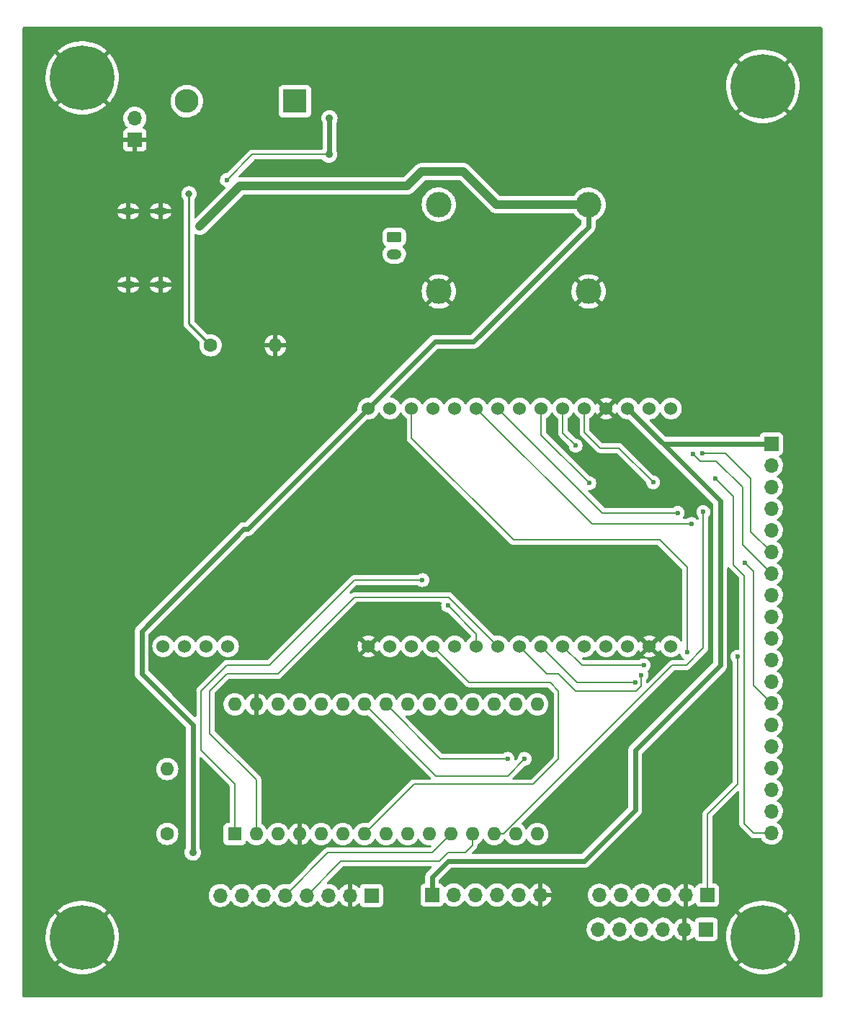
<source format=gbr>
G04 #@! TF.GenerationSoftware,KiCad,Pcbnew,(6.0.6)*
G04 #@! TF.CreationDate,2022-07-04T20:34:01+02:00*
G04 #@! TF.ProjectId,vogelhuisje_kicad,766f6765-6c68-4756-9973-6a655f6b6963,rev?*
G04 #@! TF.SameCoordinates,Original*
G04 #@! TF.FileFunction,Copper,L2,Bot*
G04 #@! TF.FilePolarity,Positive*
%FSLAX46Y46*%
G04 Gerber Fmt 4.6, Leading zero omitted, Abs format (unit mm)*
G04 Created by KiCad (PCBNEW (6.0.6)) date 2022-07-04 20:34:01*
%MOMM*%
%LPD*%
G01*
G04 APERTURE LIST*
G04 Aperture macros list*
%AMRoundRect*
0 Rectangle with rounded corners*
0 $1 Rounding radius*
0 $2 $3 $4 $5 $6 $7 $8 $9 X,Y pos of 4 corners*
0 Add a 4 corners polygon primitive as box body*
4,1,4,$2,$3,$4,$5,$6,$7,$8,$9,$2,$3,0*
0 Add four circle primitives for the rounded corners*
1,1,$1+$1,$2,$3*
1,1,$1+$1,$4,$5*
1,1,$1+$1,$6,$7*
1,1,$1+$1,$8,$9*
0 Add four rect primitives between the rounded corners*
20,1,$1+$1,$2,$3,$4,$5,0*
20,1,$1+$1,$4,$5,$6,$7,0*
20,1,$1+$1,$6,$7,$8,$9,0*
20,1,$1+$1,$8,$9,$2,$3,0*%
G04 Aperture macros list end*
G04 #@! TA.AperFunction,ComponentPad*
%ADD10R,1.700000X1.700000*%
G04 #@! TD*
G04 #@! TA.AperFunction,ComponentPad*
%ADD11O,1.700000X1.700000*%
G04 #@! TD*
G04 #@! TA.AperFunction,ComponentPad*
%ADD12O,1.600000X0.800000*%
G04 #@! TD*
G04 #@! TA.AperFunction,ComponentPad*
%ADD13C,3.000000*%
G04 #@! TD*
G04 #@! TA.AperFunction,ComponentPad*
%ADD14C,1.600000*%
G04 #@! TD*
G04 #@! TA.AperFunction,ComponentPad*
%ADD15O,1.600000X1.600000*%
G04 #@! TD*
G04 #@! TA.AperFunction,ComponentPad*
%ADD16RoundRect,0.250000X-0.625000X0.350000X-0.625000X-0.350000X0.625000X-0.350000X0.625000X0.350000X0*%
G04 #@! TD*
G04 #@! TA.AperFunction,ComponentPad*
%ADD17O,1.750000X1.200000*%
G04 #@! TD*
G04 #@! TA.AperFunction,ComponentPad*
%ADD18R,2.800000X2.800000*%
G04 #@! TD*
G04 #@! TA.AperFunction,ComponentPad*
%ADD19O,2.800000X2.800000*%
G04 #@! TD*
G04 #@! TA.AperFunction,ComponentPad*
%ADD20C,7.600000*%
G04 #@! TD*
G04 #@! TA.AperFunction,ComponentPad*
%ADD21R,1.600000X1.600000*%
G04 #@! TD*
G04 #@! TA.AperFunction,ComponentPad*
%ADD22C,1.524000*%
G04 #@! TD*
G04 #@! TA.AperFunction,ViaPad*
%ADD23C,0.800000*%
G04 #@! TD*
G04 #@! TA.AperFunction,ViaPad*
%ADD24C,0.900000*%
G04 #@! TD*
G04 #@! TA.AperFunction,ViaPad*
%ADD25C,0.600000*%
G04 #@! TD*
G04 #@! TA.AperFunction,Conductor*
%ADD26C,0.250000*%
G04 #@! TD*
G04 #@! TA.AperFunction,Conductor*
%ADD27C,0.150000*%
G04 #@! TD*
G04 #@! TA.AperFunction,Conductor*
%ADD28C,0.127000*%
G04 #@! TD*
G04 #@! TA.AperFunction,Conductor*
%ADD29C,0.600000*%
G04 #@! TD*
G04 #@! TA.AperFunction,Conductor*
%ADD30C,1.000000*%
G04 #@! TD*
G04 APERTURE END LIST*
D10*
X76200000Y-81280000D03*
D11*
X76200000Y-78740000D03*
D12*
X79200000Y-89660000D03*
X79200000Y-98300000D03*
X75400000Y-89660000D03*
X75400000Y-98300000D03*
D13*
X111920000Y-88885000D03*
X111920000Y-99085000D03*
X129520000Y-88885000D03*
X129520000Y-99085000D03*
D14*
X85090000Y-105410000D03*
D15*
X92710000Y-105410000D03*
D16*
X106680000Y-92710000D03*
D17*
X106680000Y-94710000D03*
D10*
X143350000Y-174025000D03*
D11*
X140810000Y-174025000D03*
X138270000Y-174025000D03*
X135730000Y-174025000D03*
X133190000Y-174025000D03*
X130650000Y-174025000D03*
D14*
X80000000Y-162810000D03*
D15*
X80000000Y-155190000D03*
D18*
X95000000Y-76730000D03*
D19*
X82300000Y-76730000D03*
D20*
X150000000Y-75000000D03*
D10*
X104000000Y-170050000D03*
D11*
X101460000Y-170050000D03*
X98920000Y-170050000D03*
X96380000Y-170050000D03*
X93840000Y-170050000D03*
X91300000Y-170050000D03*
X88760000Y-170050000D03*
X86220000Y-170050000D03*
D21*
X87925000Y-162835000D03*
D15*
X90465000Y-162835000D03*
X93005000Y-162835000D03*
X95545000Y-162835000D03*
X98085000Y-162835000D03*
X100625000Y-162835000D03*
X103165000Y-162835000D03*
X105705000Y-162835000D03*
X108245000Y-162835000D03*
X110785000Y-162835000D03*
X113325000Y-162835000D03*
X115865000Y-162835000D03*
X118405000Y-162835000D03*
X120945000Y-162835000D03*
X123485000Y-162835000D03*
X123485000Y-147595000D03*
X120945000Y-147595000D03*
X118405000Y-147595000D03*
X115865000Y-147595000D03*
X113325000Y-147595000D03*
X110785000Y-147595000D03*
X108245000Y-147595000D03*
X105705000Y-147595000D03*
X103165000Y-147595000D03*
X100625000Y-147595000D03*
X98085000Y-147595000D03*
X95545000Y-147595000D03*
X93005000Y-147595000D03*
X90465000Y-147595000D03*
X87925000Y-147595000D03*
D10*
X151000000Y-117000000D03*
D11*
X151000000Y-119540000D03*
X151000000Y-122080000D03*
X151000000Y-124620000D03*
X151000000Y-127160000D03*
X151000000Y-129700000D03*
X151000000Y-132240000D03*
X151000000Y-134780000D03*
X151000000Y-137320000D03*
X151000000Y-139860000D03*
X151000000Y-142400000D03*
X151000000Y-144940000D03*
X151000000Y-147480000D03*
X151000000Y-150020000D03*
X151000000Y-152560000D03*
X151000000Y-155100000D03*
X151000000Y-157640000D03*
X151000000Y-160180000D03*
X151000000Y-162720000D03*
D20*
X70000000Y-175000000D03*
X150000000Y-175000000D03*
D10*
X143475000Y-170025000D03*
D11*
X140935000Y-170025000D03*
X138395000Y-170025000D03*
X135855000Y-170025000D03*
X133315000Y-170025000D03*
X130775000Y-170025000D03*
D10*
X111125000Y-170000000D03*
D11*
X113665000Y-170000000D03*
X116205000Y-170000000D03*
X118745000Y-170000000D03*
X121285000Y-170000000D03*
X123825000Y-170000000D03*
D22*
X139200000Y-112840000D03*
X136660000Y-112840000D03*
X134120000Y-112840000D03*
X131580000Y-112840000D03*
X129040000Y-112840000D03*
X126500000Y-112840000D03*
X123960000Y-112840000D03*
X121420000Y-112840000D03*
X118880000Y-112840000D03*
X116340000Y-112840000D03*
X113800000Y-112840000D03*
X111260000Y-112840000D03*
X108720000Y-112840000D03*
X106180000Y-112840000D03*
X103640000Y-112840000D03*
X139200000Y-140780000D03*
X136660000Y-140780000D03*
X134120000Y-140780000D03*
X131580000Y-140780000D03*
X129040000Y-140780000D03*
X126500000Y-140780000D03*
X123960000Y-140780000D03*
X121420000Y-140780000D03*
X118880000Y-140780000D03*
X116340000Y-140780000D03*
X113800000Y-140780000D03*
X111260000Y-140780000D03*
X108720000Y-140780000D03*
X106180000Y-140780000D03*
X103640000Y-140780000D03*
X87140000Y-140780000D03*
X84600000Y-140780000D03*
X82060000Y-140780000D03*
X79520000Y-140780000D03*
D20*
X70000000Y-74000000D03*
D23*
X82550000Y-87630000D03*
D24*
X102500000Y-120000000D03*
X132500000Y-122500000D03*
D25*
X110000000Y-133000000D03*
X113000000Y-136000000D03*
X143000000Y-125000000D03*
X120000000Y-154000000D03*
X122000000Y-154000000D03*
D24*
X83000000Y-165000000D03*
D23*
X83820000Y-91440000D03*
D25*
X142900000Y-118100000D03*
X140000000Y-125100000D03*
X128000000Y-117200000D03*
X141800000Y-118200000D03*
X141600000Y-126400000D03*
X144400000Y-121100000D03*
X137100000Y-121500000D03*
X141100000Y-141500000D03*
X147900000Y-131000000D03*
X129600000Y-121600000D03*
X136000000Y-143000000D03*
X135730000Y-144140000D03*
X135000000Y-145000000D03*
X87000000Y-86000000D03*
D24*
X99060000Y-78740000D03*
X99000000Y-83000000D03*
D25*
X147000000Y-142000000D03*
D26*
X85090000Y-105410000D02*
X83820000Y-104140000D01*
X82550000Y-102870000D02*
X82550000Y-87630000D01*
X83820000Y-104140000D02*
X82550000Y-102870000D01*
D27*
X102000000Y-133000000D02*
X110000000Y-133000000D01*
X113000000Y-136000000D02*
X116340000Y-139340000D01*
X87000000Y-143000000D02*
X91000000Y-143000000D01*
X84000000Y-146000000D02*
X87000000Y-143000000D01*
X92000000Y-143000000D02*
X102000000Y-133000000D01*
X116340000Y-139340000D02*
X116340000Y-140780000D01*
X84000000Y-153000000D02*
X84000000Y-146000000D01*
X87925000Y-162835000D02*
X87925000Y-156925000D01*
X87925000Y-156925000D02*
X84000000Y-153000000D01*
X91000000Y-143000000D02*
X92000000Y-143000000D01*
X93000000Y-144000000D02*
X102000000Y-135000000D01*
X113100000Y-135000000D02*
X118880000Y-140780000D01*
X102000000Y-135000000D02*
X113100000Y-135000000D01*
X85000000Y-146000000D02*
X87000000Y-144000000D01*
X85000000Y-151000000D02*
X85000000Y-146000000D01*
X90465000Y-162835000D02*
X90465000Y-156465000D01*
X90465000Y-156465000D02*
X85000000Y-151000000D01*
X87000000Y-144000000D02*
X93000000Y-144000000D01*
X109000000Y-157000000D02*
X103165000Y-162835000D01*
X119000000Y-157000000D02*
X109000000Y-157000000D01*
X126000000Y-154000000D02*
X126000000Y-150000000D01*
X111260000Y-140780000D02*
X115480000Y-145000000D01*
X115480000Y-145000000D02*
X125000000Y-145000000D01*
X126000000Y-146000000D02*
X126000000Y-150000000D01*
X123000000Y-157000000D02*
X126000000Y-154000000D01*
X119000000Y-157000000D02*
X123000000Y-157000000D01*
X125000000Y-145000000D02*
X126000000Y-146000000D01*
X111160000Y-165000000D02*
X98890000Y-165000000D01*
X98890000Y-165000000D02*
X93840000Y-170050000D01*
X113325000Y-162835000D02*
X111160000Y-165000000D01*
X115000000Y-165000000D02*
X115865000Y-164135000D01*
X112000000Y-166000000D02*
X113000000Y-165000000D01*
X113000000Y-165000000D02*
X115000000Y-165000000D01*
X100430000Y-166000000D02*
X112000000Y-166000000D01*
X115865000Y-164135000D02*
X115865000Y-162835000D01*
X96380000Y-170050000D02*
X100430000Y-166000000D01*
D28*
X141000000Y-143000000D02*
X143000000Y-141000000D01*
X118405000Y-162835000D02*
X119536370Y-162835000D01*
X139371370Y-143000000D02*
X141000000Y-143000000D01*
X119536370Y-162835000D02*
X139371370Y-143000000D01*
X143000000Y-141000000D02*
X143000000Y-125000000D01*
X105705000Y-147595000D02*
X112110000Y-154000000D01*
X112110000Y-154000000D02*
X120000000Y-154000000D01*
X111570000Y-156000000D02*
X112000000Y-156000000D01*
X103165000Y-147595000D02*
X111570000Y-156000000D01*
X112000000Y-156000000D02*
X120000000Y-156000000D01*
X120000000Y-156000000D02*
X122000000Y-154000000D01*
D29*
X103640000Y-112840000D02*
X111480000Y-105000000D01*
X111480000Y-105000000D02*
X116000000Y-105000000D01*
X77000000Y-144000000D02*
X77000000Y-139000000D01*
D30*
X114800000Y-85000000D02*
X109900000Y-85000000D01*
D29*
X89000000Y-127000000D02*
X89480000Y-127000000D01*
D30*
X88575001Y-86684999D02*
X83820000Y-91440000D01*
D29*
X129520000Y-91480000D02*
X129520000Y-88885000D01*
D30*
X109900000Y-85000000D02*
X108215001Y-86684999D01*
X129520000Y-88885000D02*
X118685000Y-88885000D01*
D29*
X77000000Y-139000000D02*
X89000000Y-127000000D01*
X83000000Y-150000000D02*
X77000000Y-144000000D01*
D30*
X108215001Y-86684999D02*
X88575001Y-86684999D01*
X118685000Y-88885000D02*
X114800000Y-85000000D01*
D29*
X116000000Y-105000000D02*
X129520000Y-91480000D01*
X83000000Y-165000000D02*
X83000000Y-150000000D01*
X89480000Y-127000000D02*
X103640000Y-112840000D01*
D28*
X151000000Y-129700000D02*
X148600000Y-127300000D01*
X145600000Y-118100000D02*
X142900000Y-118100000D01*
X148600000Y-121100000D02*
X145600000Y-118100000D01*
X148600000Y-127300000D02*
X148600000Y-121100000D01*
X118880000Y-112840000D02*
X131140000Y-125100000D01*
X131140000Y-125100000D02*
X140000000Y-125100000D01*
X151000000Y-132240000D02*
X147600000Y-128840000D01*
X126500000Y-115700000D02*
X126500000Y-112840000D01*
X147600000Y-122100000D02*
X144500000Y-119000000D01*
X142600000Y-119000000D02*
X141800000Y-118200000D01*
X144500000Y-119000000D02*
X142600000Y-119000000D01*
X147600000Y-128840000D02*
X147600000Y-122100000D01*
X128000000Y-117200000D02*
X126500000Y-115700000D01*
X129900000Y-126400000D02*
X141600000Y-126400000D01*
X116340000Y-112840000D02*
X129900000Y-126400000D01*
X151000000Y-162720000D02*
X148920000Y-162720000D01*
X146500000Y-125100000D02*
X146500000Y-123200000D01*
X147800000Y-132500000D02*
X146500000Y-131200000D01*
X130900000Y-117500000D02*
X129040000Y-115640000D01*
X146500000Y-123200000D02*
X144400000Y-121100000D01*
X133100000Y-117500000D02*
X130900000Y-117500000D01*
X148920000Y-162720000D02*
X148400000Y-162200000D01*
X146500000Y-131200000D02*
X146500000Y-125100000D01*
X148400000Y-162200000D02*
X147800000Y-161600000D01*
X129040000Y-115640000D02*
X129040000Y-112840000D01*
X137100000Y-121500000D02*
X133100000Y-117500000D01*
X147800000Y-161600000D02*
X147800000Y-132500000D01*
X137900000Y-128300000D02*
X120700000Y-128300000D01*
X141100000Y-141500000D02*
X141100000Y-131500000D01*
X120700000Y-128300000D02*
X108720000Y-116320000D01*
X141100000Y-131500000D02*
X137900000Y-128300000D01*
X108720000Y-116320000D02*
X108720000Y-112840000D01*
X148900000Y-132000000D02*
X147900000Y-131000000D01*
X151000000Y-147480000D02*
X148900000Y-145380000D01*
X148900000Y-145380000D02*
X148900000Y-143900000D01*
X123960000Y-115960000D02*
X123960000Y-112840000D01*
X129600000Y-121600000D02*
X123960000Y-115960000D01*
X148900000Y-143900000D02*
X148900000Y-132000000D01*
X128720000Y-143000000D02*
X136000000Y-143000000D01*
X126500000Y-140780000D02*
X128720000Y-143000000D01*
X124640000Y-144000000D02*
X126000000Y-144000000D01*
X126000000Y-144000000D02*
X128000000Y-146000000D01*
X135100000Y-146040000D02*
X135730000Y-145410000D01*
X121420000Y-140780000D02*
X124640000Y-144000000D01*
X128000000Y-146000000D02*
X128040000Y-146040000D01*
X128040000Y-146040000D02*
X135100000Y-146040000D01*
X135730000Y-145410000D02*
X135730000Y-144140000D01*
X123960000Y-140780000D02*
X128180000Y-145000000D01*
X128180000Y-145000000D02*
X135000000Y-145000000D01*
D27*
X90000000Y-83000000D02*
X99000000Y-83000000D01*
X87000000Y-86000000D02*
X90000000Y-83000000D01*
D29*
X99060000Y-82940000D02*
X99000000Y-83000000D01*
X99060000Y-78740000D02*
X99060000Y-82940000D01*
D28*
X143475000Y-160525000D02*
X143475000Y-170025000D01*
X147000000Y-157000000D02*
X143475000Y-160525000D01*
X147000000Y-142000000D02*
X147000000Y-157000000D01*
D29*
X129000000Y-166000000D02*
X135000000Y-160000000D01*
X111125000Y-170000000D02*
X111125000Y-167875000D01*
X113000000Y-166000000D02*
X129000000Y-166000000D01*
X138280000Y-117000000D02*
X151000000Y-117000000D01*
X145000000Y-123720000D02*
X138280000Y-117000000D01*
X134120000Y-112840000D02*
X138280000Y-117000000D01*
X135000000Y-153000000D02*
X145000000Y-143000000D01*
X135000000Y-160000000D02*
X135000000Y-153000000D01*
X145000000Y-143000000D02*
X145000000Y-123720000D01*
X111125000Y-167875000D02*
X113000000Y-166000000D01*
G04 #@! TA.AperFunction,Conductor*
G36*
X156933621Y-68028502D02*
G01*
X156980114Y-68082158D01*
X156991500Y-68134500D01*
X156991500Y-181865500D01*
X156971498Y-181933621D01*
X156917842Y-181980114D01*
X156865500Y-181991500D01*
X63134500Y-181991500D01*
X63066379Y-181971498D01*
X63019886Y-181917842D01*
X63008500Y-181865500D01*
X63008500Y-178221899D01*
X67143456Y-178221899D01*
X67150243Y-178231599D01*
X67354344Y-178405919D01*
X67359036Y-178409559D01*
X67686608Y-178639779D01*
X67691626Y-178642963D01*
X68039402Y-178841332D01*
X68044701Y-178844033D01*
X68409626Y-179008802D01*
X68415117Y-179010976D01*
X68793940Y-179140676D01*
X68799624Y-179142328D01*
X69188967Y-179235801D01*
X69194782Y-179236910D01*
X69591180Y-179293325D01*
X69597092Y-179293884D01*
X69997031Y-179312745D01*
X70002969Y-179312745D01*
X70402908Y-179293884D01*
X70408820Y-179293325D01*
X70805218Y-179236910D01*
X70811033Y-179235801D01*
X71200376Y-179142328D01*
X71206060Y-179140676D01*
X71584883Y-179010976D01*
X71590374Y-179008802D01*
X71955299Y-178844033D01*
X71960598Y-178841332D01*
X72308374Y-178642963D01*
X72313392Y-178639779D01*
X72640964Y-178409559D01*
X72645656Y-178405919D01*
X72848190Y-178232938D01*
X72855397Y-178221899D01*
X147143456Y-178221899D01*
X147150243Y-178231599D01*
X147354344Y-178405919D01*
X147359036Y-178409559D01*
X147686608Y-178639779D01*
X147691626Y-178642963D01*
X148039402Y-178841332D01*
X148044701Y-178844033D01*
X148409626Y-179008802D01*
X148415117Y-179010976D01*
X148793940Y-179140676D01*
X148799624Y-179142328D01*
X149188967Y-179235801D01*
X149194782Y-179236910D01*
X149591180Y-179293325D01*
X149597092Y-179293884D01*
X149997031Y-179312745D01*
X150002969Y-179312745D01*
X150402908Y-179293884D01*
X150408820Y-179293325D01*
X150805218Y-179236910D01*
X150811033Y-179235801D01*
X151200376Y-179142328D01*
X151206060Y-179140676D01*
X151584883Y-179010976D01*
X151590374Y-179008802D01*
X151955299Y-178844033D01*
X151960598Y-178841332D01*
X152308374Y-178642963D01*
X152313392Y-178639779D01*
X152640964Y-178409559D01*
X152645656Y-178405919D01*
X152848190Y-178232938D01*
X152856618Y-178220028D01*
X152850610Y-178209820D01*
X150012812Y-175372022D01*
X149998868Y-175364408D01*
X149997035Y-175364539D01*
X149990420Y-175368790D01*
X147150848Y-178208362D01*
X147143456Y-178221899D01*
X72855397Y-178221899D01*
X72856618Y-178220028D01*
X72850610Y-178209820D01*
X70012812Y-175372022D01*
X69998868Y-175364408D01*
X69997035Y-175364539D01*
X69990420Y-175368790D01*
X67150848Y-178208362D01*
X67143456Y-178221899D01*
X63008500Y-178221899D01*
X63008500Y-174867501D01*
X65689290Y-174867501D01*
X65695578Y-175267824D01*
X65695952Y-175273770D01*
X65739887Y-175671722D01*
X65740818Y-175677603D01*
X65822009Y-176069661D01*
X65823485Y-176075409D01*
X65941218Y-176458108D01*
X65943222Y-176463673D01*
X66096452Y-176833601D01*
X66098974Y-176838959D01*
X66286325Y-177192804D01*
X66289350Y-177197921D01*
X66509174Y-177532570D01*
X66512664Y-177537373D01*
X66762994Y-177849836D01*
X66764486Y-177851529D01*
X66777768Y-177859054D01*
X66779080Y-177858981D01*
X66786488Y-177854302D01*
X69627978Y-175012812D01*
X69634356Y-175001132D01*
X70364408Y-175001132D01*
X70364539Y-175002965D01*
X70368790Y-175009580D01*
X73210632Y-177851422D01*
X73224576Y-177859036D01*
X73225885Y-177858943D01*
X73233187Y-177854169D01*
X73237006Y-177849836D01*
X73487336Y-177537373D01*
X73490826Y-177532570D01*
X73710650Y-177197921D01*
X73713675Y-177192804D01*
X73901026Y-176838959D01*
X73903548Y-176833601D01*
X74056778Y-176463673D01*
X74058782Y-176458108D01*
X74176515Y-176075409D01*
X74177991Y-176069661D01*
X74259182Y-175677603D01*
X74260113Y-175671722D01*
X74304104Y-175273263D01*
X74304452Y-175268342D01*
X74312807Y-175002469D01*
X74312768Y-174997529D01*
X74293884Y-174597092D01*
X74293325Y-174591180D01*
X74236910Y-174194782D01*
X74235801Y-174188967D01*
X74188440Y-173991695D01*
X129287251Y-173991695D01*
X129300110Y-174214715D01*
X129301247Y-174219761D01*
X129301248Y-174219767D01*
X129322275Y-174313069D01*
X129349222Y-174432639D01*
X129433266Y-174639616D01*
X129484942Y-174723944D01*
X129547291Y-174825688D01*
X129549987Y-174830088D01*
X129696250Y-174998938D01*
X129868126Y-175141632D01*
X130061000Y-175254338D01*
X130065825Y-175256180D01*
X130065826Y-175256181D01*
X130111887Y-175273770D01*
X130269692Y-175334030D01*
X130274760Y-175335061D01*
X130274763Y-175335062D01*
X130369862Y-175354410D01*
X130488597Y-175378567D01*
X130493772Y-175378757D01*
X130493774Y-175378757D01*
X130706673Y-175386564D01*
X130706677Y-175386564D01*
X130711837Y-175386753D01*
X130716957Y-175386097D01*
X130716959Y-175386097D01*
X130928288Y-175359025D01*
X130928289Y-175359025D01*
X130933416Y-175358368D01*
X130938366Y-175356883D01*
X131142429Y-175295661D01*
X131142434Y-175295659D01*
X131147384Y-175294174D01*
X131347994Y-175195896D01*
X131529860Y-175066173D01*
X131688096Y-174908489D01*
X131747594Y-174825689D01*
X131818453Y-174727077D01*
X131819776Y-174728028D01*
X131866645Y-174684857D01*
X131936580Y-174672625D01*
X132002026Y-174700144D01*
X132029875Y-174731994D01*
X132089987Y-174830088D01*
X132236250Y-174998938D01*
X132408126Y-175141632D01*
X132601000Y-175254338D01*
X132605825Y-175256180D01*
X132605826Y-175256181D01*
X132651887Y-175273770D01*
X132809692Y-175334030D01*
X132814760Y-175335061D01*
X132814763Y-175335062D01*
X132909862Y-175354410D01*
X133028597Y-175378567D01*
X133033772Y-175378757D01*
X133033774Y-175378757D01*
X133246673Y-175386564D01*
X133246677Y-175386564D01*
X133251837Y-175386753D01*
X133256957Y-175386097D01*
X133256959Y-175386097D01*
X133468288Y-175359025D01*
X133468289Y-175359025D01*
X133473416Y-175358368D01*
X133478366Y-175356883D01*
X133682429Y-175295661D01*
X133682434Y-175295659D01*
X133687384Y-175294174D01*
X133887994Y-175195896D01*
X134069860Y-175066173D01*
X134228096Y-174908489D01*
X134287594Y-174825689D01*
X134358453Y-174727077D01*
X134359776Y-174728028D01*
X134406645Y-174684857D01*
X134476580Y-174672625D01*
X134542026Y-174700144D01*
X134569875Y-174731994D01*
X134629987Y-174830088D01*
X134776250Y-174998938D01*
X134948126Y-175141632D01*
X135141000Y-175254338D01*
X135145825Y-175256180D01*
X135145826Y-175256181D01*
X135191887Y-175273770D01*
X135349692Y-175334030D01*
X135354760Y-175335061D01*
X135354763Y-175335062D01*
X135449862Y-175354410D01*
X135568597Y-175378567D01*
X135573772Y-175378757D01*
X135573774Y-175378757D01*
X135786673Y-175386564D01*
X135786677Y-175386564D01*
X135791837Y-175386753D01*
X135796957Y-175386097D01*
X135796959Y-175386097D01*
X136008288Y-175359025D01*
X136008289Y-175359025D01*
X136013416Y-175358368D01*
X136018366Y-175356883D01*
X136222429Y-175295661D01*
X136222434Y-175295659D01*
X136227384Y-175294174D01*
X136427994Y-175195896D01*
X136609860Y-175066173D01*
X136768096Y-174908489D01*
X136827594Y-174825689D01*
X136898453Y-174727077D01*
X136899776Y-174728028D01*
X136946645Y-174684857D01*
X137016580Y-174672625D01*
X137082026Y-174700144D01*
X137109875Y-174731994D01*
X137169987Y-174830088D01*
X137316250Y-174998938D01*
X137488126Y-175141632D01*
X137681000Y-175254338D01*
X137685825Y-175256180D01*
X137685826Y-175256181D01*
X137731887Y-175273770D01*
X137889692Y-175334030D01*
X137894760Y-175335061D01*
X137894763Y-175335062D01*
X137989862Y-175354410D01*
X138108597Y-175378567D01*
X138113772Y-175378757D01*
X138113774Y-175378757D01*
X138326673Y-175386564D01*
X138326677Y-175386564D01*
X138331837Y-175386753D01*
X138336957Y-175386097D01*
X138336959Y-175386097D01*
X138548288Y-175359025D01*
X138548289Y-175359025D01*
X138553416Y-175358368D01*
X138558366Y-175356883D01*
X138762429Y-175295661D01*
X138762434Y-175295659D01*
X138767384Y-175294174D01*
X138967994Y-175195896D01*
X139149860Y-175066173D01*
X139308096Y-174908489D01*
X139367594Y-174825689D01*
X139438453Y-174727077D01*
X139439640Y-174727930D01*
X139486960Y-174684362D01*
X139556897Y-174672145D01*
X139622338Y-174699678D01*
X139650166Y-174731511D01*
X139707694Y-174825388D01*
X139713777Y-174833699D01*
X139853213Y-174994667D01*
X139860580Y-175001883D01*
X140024434Y-175137916D01*
X140032881Y-175143831D01*
X140216756Y-175251279D01*
X140226042Y-175255729D01*
X140425001Y-175331703D01*
X140434899Y-175334579D01*
X140538250Y-175355606D01*
X140552299Y-175354410D01*
X140556000Y-175344065D01*
X140556000Y-175343517D01*
X141064000Y-175343517D01*
X141068064Y-175357359D01*
X141081478Y-175359393D01*
X141088184Y-175358534D01*
X141098262Y-175356392D01*
X141302255Y-175295191D01*
X141311842Y-175291433D01*
X141503095Y-175197739D01*
X141511945Y-175192464D01*
X141685328Y-175068792D01*
X141693193Y-175062145D01*
X141797897Y-174957805D01*
X141860268Y-174923889D01*
X141931075Y-174929077D01*
X141987837Y-174971723D01*
X142004819Y-175002826D01*
X142049385Y-175121705D01*
X142136739Y-175238261D01*
X142253295Y-175325615D01*
X142389684Y-175376745D01*
X142451866Y-175383500D01*
X144248134Y-175383500D01*
X144310316Y-175376745D01*
X144446705Y-175325615D01*
X144563261Y-175238261D01*
X144650615Y-175121705D01*
X144701745Y-174985316D01*
X144708500Y-174923134D01*
X144708500Y-174867501D01*
X145689290Y-174867501D01*
X145695578Y-175267824D01*
X145695952Y-175273770D01*
X145739887Y-175671722D01*
X145740818Y-175677603D01*
X145822009Y-176069661D01*
X145823485Y-176075409D01*
X145941218Y-176458108D01*
X145943222Y-176463673D01*
X146096452Y-176833601D01*
X146098974Y-176838959D01*
X146286325Y-177192804D01*
X146289350Y-177197921D01*
X146509174Y-177532570D01*
X146512664Y-177537373D01*
X146762994Y-177849836D01*
X146764486Y-177851529D01*
X146777768Y-177859054D01*
X146779080Y-177858981D01*
X146786488Y-177854302D01*
X149627978Y-175012812D01*
X149634356Y-175001132D01*
X150364408Y-175001132D01*
X150364539Y-175002965D01*
X150368790Y-175009580D01*
X153210632Y-177851422D01*
X153224576Y-177859036D01*
X153225885Y-177858943D01*
X153233187Y-177854169D01*
X153237006Y-177849836D01*
X153487336Y-177537373D01*
X153490826Y-177532570D01*
X153710650Y-177197921D01*
X153713675Y-177192804D01*
X153901026Y-176838959D01*
X153903548Y-176833601D01*
X154056778Y-176463673D01*
X154058782Y-176458108D01*
X154176515Y-176075409D01*
X154177991Y-176069661D01*
X154259182Y-175677603D01*
X154260113Y-175671722D01*
X154304104Y-175273263D01*
X154304452Y-175268342D01*
X154312807Y-175002469D01*
X154312768Y-174997529D01*
X154293884Y-174597092D01*
X154293325Y-174591180D01*
X154236910Y-174194782D01*
X154235801Y-174188967D01*
X154142328Y-173799624D01*
X154140676Y-173793940D01*
X154010976Y-173415117D01*
X154008802Y-173409626D01*
X153844033Y-173044701D01*
X153841332Y-173039402D01*
X153642963Y-172691626D01*
X153639779Y-172686608D01*
X153409559Y-172359036D01*
X153405919Y-172354344D01*
X153232938Y-172151810D01*
X153220028Y-172143382D01*
X153209820Y-172149390D01*
X150372022Y-174987188D01*
X150364408Y-175001132D01*
X149634356Y-175001132D01*
X149635592Y-174998868D01*
X149635461Y-174997035D01*
X149631210Y-174990420D01*
X146792007Y-172151217D01*
X146778063Y-172143603D01*
X146777812Y-172143621D01*
X146769066Y-172149537D01*
X146678865Y-172248666D01*
X146675080Y-172253241D01*
X146434687Y-172573415D01*
X146431343Y-172578335D01*
X146222136Y-172919730D01*
X146219288Y-172924910D01*
X146043132Y-173284490D01*
X146040783Y-173289917D01*
X145899251Y-173664470D01*
X145897419Y-173670109D01*
X145791770Y-174056295D01*
X145790471Y-174062108D01*
X145721632Y-174456537D01*
X145720891Y-174462400D01*
X145689475Y-174861575D01*
X145689290Y-174867501D01*
X144708500Y-174867501D01*
X144708500Y-173126866D01*
X144701745Y-173064684D01*
X144650615Y-172928295D01*
X144563261Y-172811739D01*
X144446705Y-172724385D01*
X144310316Y-172673255D01*
X144248134Y-172666500D01*
X142451866Y-172666500D01*
X142389684Y-172673255D01*
X142253295Y-172724385D01*
X142136739Y-172811739D01*
X142049385Y-172928295D01*
X142046233Y-172936703D01*
X142046232Y-172936705D01*
X142004722Y-173047433D01*
X141962081Y-173104198D01*
X141895519Y-173128898D01*
X141826170Y-173113691D01*
X141793546Y-173088004D01*
X141742799Y-173032234D01*
X141735273Y-173025215D01*
X141568139Y-172893222D01*
X141559552Y-172887517D01*
X141373117Y-172784599D01*
X141363705Y-172780369D01*
X141162959Y-172709280D01*
X141152988Y-172706646D01*
X141081837Y-172693972D01*
X141068540Y-172695432D01*
X141064000Y-172709989D01*
X141064000Y-175343517D01*
X140556000Y-175343517D01*
X140556000Y-172708102D01*
X140552082Y-172694758D01*
X140537806Y-172692771D01*
X140499324Y-172698660D01*
X140489288Y-172701051D01*
X140286868Y-172767212D01*
X140277359Y-172771209D01*
X140088463Y-172869542D01*
X140079738Y-172875036D01*
X139909433Y-173002905D01*
X139901726Y-173009748D01*
X139754590Y-173163717D01*
X139748109Y-173171722D01*
X139643498Y-173325074D01*
X139588587Y-173370076D01*
X139518062Y-173378247D01*
X139454315Y-173346993D01*
X139433618Y-173322509D01*
X139352822Y-173197617D01*
X139352820Y-173197614D01*
X139350014Y-173193277D01*
X139199670Y-173028051D01*
X139195619Y-173024852D01*
X139195615Y-173024848D01*
X139028414Y-172892800D01*
X139028410Y-172892798D01*
X139024359Y-172889598D01*
X138988028Y-172869542D01*
X138972136Y-172860769D01*
X138828789Y-172781638D01*
X138823920Y-172779914D01*
X138823916Y-172779912D01*
X138623087Y-172708795D01*
X138623083Y-172708794D01*
X138618212Y-172707069D01*
X138613119Y-172706162D01*
X138613116Y-172706161D01*
X138403373Y-172668800D01*
X138403367Y-172668799D01*
X138398284Y-172667894D01*
X138324452Y-172666992D01*
X138180081Y-172665228D01*
X138180079Y-172665228D01*
X138174911Y-172665165D01*
X137954091Y-172698955D01*
X137741756Y-172768357D01*
X137543607Y-172871507D01*
X137539474Y-172874610D01*
X137539471Y-172874612D01*
X137456771Y-172936705D01*
X137364965Y-173005635D01*
X137210629Y-173167138D01*
X137103201Y-173324621D01*
X137048293Y-173369621D01*
X136977768Y-173377792D01*
X136914021Y-173346538D01*
X136893324Y-173322054D01*
X136812822Y-173197617D01*
X136812820Y-173197614D01*
X136810014Y-173193277D01*
X136659670Y-173028051D01*
X136655619Y-173024852D01*
X136655615Y-173024848D01*
X136488414Y-172892800D01*
X136488410Y-172892798D01*
X136484359Y-172889598D01*
X136448028Y-172869542D01*
X136432136Y-172860769D01*
X136288789Y-172781638D01*
X136283920Y-172779914D01*
X136283916Y-172779912D01*
X136083087Y-172708795D01*
X136083083Y-172708794D01*
X136078212Y-172707069D01*
X136073119Y-172706162D01*
X136073116Y-172706161D01*
X135863373Y-172668800D01*
X135863367Y-172668799D01*
X135858284Y-172667894D01*
X135784452Y-172666992D01*
X135640081Y-172665228D01*
X135640079Y-172665228D01*
X135634911Y-172665165D01*
X135414091Y-172698955D01*
X135201756Y-172768357D01*
X135003607Y-172871507D01*
X134999474Y-172874610D01*
X134999471Y-172874612D01*
X134916771Y-172936705D01*
X134824965Y-173005635D01*
X134670629Y-173167138D01*
X134563201Y-173324621D01*
X134508293Y-173369621D01*
X134437768Y-173377792D01*
X134374021Y-173346538D01*
X134353324Y-173322054D01*
X134272822Y-173197617D01*
X134272820Y-173197614D01*
X134270014Y-173193277D01*
X134119670Y-173028051D01*
X134115619Y-173024852D01*
X134115615Y-173024848D01*
X133948414Y-172892800D01*
X133948410Y-172892798D01*
X133944359Y-172889598D01*
X133908028Y-172869542D01*
X133892136Y-172860769D01*
X133748789Y-172781638D01*
X133743920Y-172779914D01*
X133743916Y-172779912D01*
X133543087Y-172708795D01*
X133543083Y-172708794D01*
X133538212Y-172707069D01*
X133533119Y-172706162D01*
X133533116Y-172706161D01*
X133323373Y-172668800D01*
X133323367Y-172668799D01*
X133318284Y-172667894D01*
X133244452Y-172666992D01*
X133100081Y-172665228D01*
X133100079Y-172665228D01*
X133094911Y-172665165D01*
X132874091Y-172698955D01*
X132661756Y-172768357D01*
X132463607Y-172871507D01*
X132459474Y-172874610D01*
X132459471Y-172874612D01*
X132376771Y-172936705D01*
X132284965Y-173005635D01*
X132130629Y-173167138D01*
X132023201Y-173324621D01*
X131968293Y-173369621D01*
X131897768Y-173377792D01*
X131834021Y-173346538D01*
X131813324Y-173322054D01*
X131732822Y-173197617D01*
X131732820Y-173197614D01*
X131730014Y-173193277D01*
X131579670Y-173028051D01*
X131575619Y-173024852D01*
X131575615Y-173024848D01*
X131408414Y-172892800D01*
X131408410Y-172892798D01*
X131404359Y-172889598D01*
X131368028Y-172869542D01*
X131352136Y-172860769D01*
X131208789Y-172781638D01*
X131203920Y-172779914D01*
X131203916Y-172779912D01*
X131003087Y-172708795D01*
X131003083Y-172708794D01*
X130998212Y-172707069D01*
X130993119Y-172706162D01*
X130993116Y-172706161D01*
X130783373Y-172668800D01*
X130783367Y-172668799D01*
X130778284Y-172667894D01*
X130704452Y-172666992D01*
X130560081Y-172665228D01*
X130560079Y-172665228D01*
X130554911Y-172665165D01*
X130334091Y-172698955D01*
X130121756Y-172768357D01*
X129923607Y-172871507D01*
X129919474Y-172874610D01*
X129919471Y-172874612D01*
X129836771Y-172936705D01*
X129744965Y-173005635D01*
X129590629Y-173167138D01*
X129464743Y-173351680D01*
X129370688Y-173554305D01*
X129310989Y-173769570D01*
X129287251Y-173991695D01*
X74188440Y-173991695D01*
X74142328Y-173799624D01*
X74140676Y-173793940D01*
X74010976Y-173415117D01*
X74008802Y-173409626D01*
X73844033Y-173044701D01*
X73841332Y-173039402D01*
X73642963Y-172691626D01*
X73639779Y-172686608D01*
X73409559Y-172359036D01*
X73405919Y-172354344D01*
X73232938Y-172151810D01*
X73220028Y-172143382D01*
X73209820Y-172149390D01*
X70372022Y-174987188D01*
X70364408Y-175001132D01*
X69634356Y-175001132D01*
X69635592Y-174998868D01*
X69635461Y-174997035D01*
X69631210Y-174990420D01*
X66792007Y-172151217D01*
X66778063Y-172143603D01*
X66777812Y-172143621D01*
X66769066Y-172149537D01*
X66678865Y-172248666D01*
X66675080Y-172253241D01*
X66434687Y-172573415D01*
X66431343Y-172578335D01*
X66222136Y-172919730D01*
X66219288Y-172924910D01*
X66043132Y-173284490D01*
X66040783Y-173289917D01*
X65899251Y-173664470D01*
X65897419Y-173670109D01*
X65791770Y-174056295D01*
X65790471Y-174062108D01*
X65721632Y-174456537D01*
X65720891Y-174462400D01*
X65689475Y-174861575D01*
X65689290Y-174867501D01*
X63008500Y-174867501D01*
X63008500Y-171780570D01*
X67143544Y-171780570D01*
X67143550Y-171780824D01*
X67149047Y-171789837D01*
X69987188Y-174627978D01*
X70001132Y-174635592D01*
X70002965Y-174635461D01*
X70009580Y-174631210D01*
X72851422Y-171789368D01*
X72856226Y-171780570D01*
X147143544Y-171780570D01*
X147143550Y-171780824D01*
X147149047Y-171789837D01*
X149987188Y-174627978D01*
X150001132Y-174635592D01*
X150002965Y-174635461D01*
X150009580Y-174631210D01*
X152851422Y-171789368D01*
X152859036Y-171775424D01*
X152858943Y-171774115D01*
X152854169Y-171766813D01*
X152849836Y-171762994D01*
X152537373Y-171512664D01*
X152532570Y-171509174D01*
X152197921Y-171289350D01*
X152192804Y-171286325D01*
X151838959Y-171098974D01*
X151833601Y-171096452D01*
X151463673Y-170943222D01*
X151458108Y-170941218D01*
X151075409Y-170823485D01*
X151069661Y-170822009D01*
X150677603Y-170740818D01*
X150671722Y-170739887D01*
X150273770Y-170695952D01*
X150267824Y-170695578D01*
X149867501Y-170689290D01*
X149861575Y-170689475D01*
X149462400Y-170720891D01*
X149456537Y-170721632D01*
X149062108Y-170790471D01*
X149056295Y-170791770D01*
X148670109Y-170897419D01*
X148664470Y-170899251D01*
X148289917Y-171040783D01*
X148284490Y-171043132D01*
X147924910Y-171219288D01*
X147919730Y-171222136D01*
X147578335Y-171431343D01*
X147573415Y-171434687D01*
X147253241Y-171675080D01*
X147248666Y-171678865D01*
X147151805Y-171767002D01*
X147143544Y-171780570D01*
X72856226Y-171780570D01*
X72859036Y-171775424D01*
X72858943Y-171774115D01*
X72854169Y-171766813D01*
X72849836Y-171762994D01*
X72537373Y-171512664D01*
X72532570Y-171509174D01*
X72197921Y-171289350D01*
X72192804Y-171286325D01*
X71838959Y-171098974D01*
X71833601Y-171096452D01*
X71463673Y-170943222D01*
X71458108Y-170941218D01*
X71075409Y-170823485D01*
X71069661Y-170822009D01*
X70677603Y-170740818D01*
X70671722Y-170739887D01*
X70273770Y-170695952D01*
X70267824Y-170695578D01*
X69867501Y-170689290D01*
X69861575Y-170689475D01*
X69462400Y-170720891D01*
X69456537Y-170721632D01*
X69062108Y-170790471D01*
X69056295Y-170791770D01*
X68670109Y-170897419D01*
X68664470Y-170899251D01*
X68289917Y-171040783D01*
X68284490Y-171043132D01*
X67924910Y-171219288D01*
X67919730Y-171222136D01*
X67578335Y-171431343D01*
X67573415Y-171434687D01*
X67253241Y-171675080D01*
X67248666Y-171678865D01*
X67151805Y-171767002D01*
X67143544Y-171780570D01*
X63008500Y-171780570D01*
X63008500Y-162810000D01*
X78686502Y-162810000D01*
X78706457Y-163038087D01*
X78707881Y-163043400D01*
X78707881Y-163043402D01*
X78763930Y-163252576D01*
X78765716Y-163259243D01*
X78768039Y-163264224D01*
X78768039Y-163264225D01*
X78860151Y-163461762D01*
X78860154Y-163461767D01*
X78862477Y-163466749D01*
X78903327Y-163525088D01*
X78975763Y-163628537D01*
X78993802Y-163654300D01*
X79155700Y-163816198D01*
X79160208Y-163819355D01*
X79160211Y-163819357D01*
X79195365Y-163843972D01*
X79343251Y-163947523D01*
X79348233Y-163949846D01*
X79348238Y-163949849D01*
X79545760Y-164041954D01*
X79550757Y-164044284D01*
X79556065Y-164045706D01*
X79556067Y-164045707D01*
X79766598Y-164102119D01*
X79766600Y-164102119D01*
X79771913Y-164103543D01*
X80000000Y-164123498D01*
X80228087Y-164103543D01*
X80233400Y-164102119D01*
X80233402Y-164102119D01*
X80443933Y-164045707D01*
X80443935Y-164045706D01*
X80449243Y-164044284D01*
X80454240Y-164041954D01*
X80651762Y-163949849D01*
X80651767Y-163949846D01*
X80656749Y-163947523D01*
X80804635Y-163843972D01*
X80839789Y-163819357D01*
X80839792Y-163819355D01*
X80844300Y-163816198D01*
X81006198Y-163654300D01*
X81024238Y-163628537D01*
X81096673Y-163525088D01*
X81137523Y-163466749D01*
X81139846Y-163461767D01*
X81139849Y-163461762D01*
X81231961Y-163264225D01*
X81231961Y-163264224D01*
X81234284Y-163259243D01*
X81236071Y-163252576D01*
X81292119Y-163043402D01*
X81292119Y-163043400D01*
X81293543Y-163038087D01*
X81313498Y-162810000D01*
X81293543Y-162581913D01*
X81270887Y-162497361D01*
X81235707Y-162366067D01*
X81235706Y-162366065D01*
X81234284Y-162360757D01*
X81218612Y-162327147D01*
X81139849Y-162158238D01*
X81139846Y-162158233D01*
X81137523Y-162153251D01*
X81041350Y-162015902D01*
X81009357Y-161970211D01*
X81009355Y-161970208D01*
X81006198Y-161965700D01*
X80844300Y-161803802D01*
X80839792Y-161800645D01*
X80839789Y-161800643D01*
X80728976Y-161723051D01*
X80656749Y-161672477D01*
X80651767Y-161670154D01*
X80651762Y-161670151D01*
X80454225Y-161578039D01*
X80454224Y-161578039D01*
X80449243Y-161575716D01*
X80443935Y-161574294D01*
X80443933Y-161574293D01*
X80233402Y-161517881D01*
X80233400Y-161517881D01*
X80228087Y-161516457D01*
X80000000Y-161496502D01*
X79771913Y-161516457D01*
X79766600Y-161517881D01*
X79766598Y-161517881D01*
X79556067Y-161574293D01*
X79556065Y-161574294D01*
X79550757Y-161575716D01*
X79545776Y-161578039D01*
X79545775Y-161578039D01*
X79348238Y-161670151D01*
X79348233Y-161670154D01*
X79343251Y-161672477D01*
X79271024Y-161723051D01*
X79160211Y-161800643D01*
X79160208Y-161800645D01*
X79155700Y-161803802D01*
X78993802Y-161965700D01*
X78990645Y-161970208D01*
X78990643Y-161970211D01*
X78958650Y-162015902D01*
X78862477Y-162153251D01*
X78860154Y-162158233D01*
X78860151Y-162158238D01*
X78781388Y-162327147D01*
X78765716Y-162360757D01*
X78764294Y-162366065D01*
X78764293Y-162366067D01*
X78729113Y-162497361D01*
X78706457Y-162581913D01*
X78686502Y-162810000D01*
X63008500Y-162810000D01*
X63008500Y-155190000D01*
X78686502Y-155190000D01*
X78706457Y-155418087D01*
X78707881Y-155423400D01*
X78707881Y-155423402D01*
X78754359Y-155596857D01*
X78765716Y-155639243D01*
X78768039Y-155644224D01*
X78768039Y-155644225D01*
X78860151Y-155841762D01*
X78860154Y-155841767D01*
X78862477Y-155846749D01*
X78903327Y-155905088D01*
X78983449Y-156019514D01*
X78993802Y-156034300D01*
X79155700Y-156196198D01*
X79160208Y-156199355D01*
X79160211Y-156199357D01*
X79188610Y-156219242D01*
X79343251Y-156327523D01*
X79348233Y-156329846D01*
X79348238Y-156329849D01*
X79534064Y-156416500D01*
X79550757Y-156424284D01*
X79556065Y-156425706D01*
X79556067Y-156425707D01*
X79766598Y-156482119D01*
X79766600Y-156482119D01*
X79771913Y-156483543D01*
X80000000Y-156503498D01*
X80228087Y-156483543D01*
X80233400Y-156482119D01*
X80233402Y-156482119D01*
X80443933Y-156425707D01*
X80443935Y-156425706D01*
X80449243Y-156424284D01*
X80465936Y-156416500D01*
X80651762Y-156329849D01*
X80651767Y-156329846D01*
X80656749Y-156327523D01*
X80811390Y-156219242D01*
X80839789Y-156199357D01*
X80839792Y-156199355D01*
X80844300Y-156196198D01*
X81006198Y-156034300D01*
X81016552Y-156019514D01*
X81096673Y-155905088D01*
X81137523Y-155846749D01*
X81139846Y-155841767D01*
X81139849Y-155841762D01*
X81231961Y-155644225D01*
X81231961Y-155644224D01*
X81234284Y-155639243D01*
X81245642Y-155596857D01*
X81292119Y-155423402D01*
X81292119Y-155423400D01*
X81293543Y-155418087D01*
X81313498Y-155190000D01*
X81293543Y-154961913D01*
X81270887Y-154877361D01*
X81235707Y-154746067D01*
X81235706Y-154746065D01*
X81234284Y-154740757D01*
X81188798Y-154643211D01*
X81139849Y-154538238D01*
X81139846Y-154538233D01*
X81137523Y-154533251D01*
X81049790Y-154407955D01*
X81009357Y-154350211D01*
X81009355Y-154350208D01*
X81006198Y-154345700D01*
X80844300Y-154183802D01*
X80839792Y-154180645D01*
X80839789Y-154180643D01*
X80728976Y-154103051D01*
X80656749Y-154052477D01*
X80651767Y-154050154D01*
X80651762Y-154050151D01*
X80454225Y-153958039D01*
X80454224Y-153958039D01*
X80449243Y-153955716D01*
X80443935Y-153954294D01*
X80443933Y-153954293D01*
X80233402Y-153897881D01*
X80233400Y-153897881D01*
X80228087Y-153896457D01*
X80000000Y-153876502D01*
X79771913Y-153896457D01*
X79766600Y-153897881D01*
X79766598Y-153897881D01*
X79556067Y-153954293D01*
X79556065Y-153954294D01*
X79550757Y-153955716D01*
X79545776Y-153958039D01*
X79545775Y-153958039D01*
X79348238Y-154050151D01*
X79348233Y-154050154D01*
X79343251Y-154052477D01*
X79271024Y-154103051D01*
X79160211Y-154180643D01*
X79160208Y-154180645D01*
X79155700Y-154183802D01*
X78993802Y-154345700D01*
X78990645Y-154350208D01*
X78990643Y-154350211D01*
X78950210Y-154407955D01*
X78862477Y-154533251D01*
X78860154Y-154538233D01*
X78860151Y-154538238D01*
X78811202Y-154643211D01*
X78765716Y-154740757D01*
X78764294Y-154746065D01*
X78764293Y-154746067D01*
X78729113Y-154877361D01*
X78706457Y-154961913D01*
X78686502Y-155190000D01*
X63008500Y-155190000D01*
X63008500Y-144082221D01*
X76190549Y-144082221D01*
X76199711Y-144124597D01*
X76201769Y-144137163D01*
X76206603Y-144180255D01*
X76208919Y-144186906D01*
X76208920Y-144186910D01*
X76217633Y-144211930D01*
X76221796Y-144226742D01*
X76228881Y-144259510D01*
X76247208Y-144298813D01*
X76251990Y-144310589D01*
X76266255Y-144351552D01*
X76269989Y-144357527D01*
X76269990Y-144357530D01*
X76284027Y-144379995D01*
X76291366Y-144393512D01*
X76302086Y-144416500D01*
X76305538Y-144423902D01*
X76309855Y-144429467D01*
X76309856Y-144429469D01*
X76332106Y-144458153D01*
X76339402Y-144468612D01*
X76356487Y-144495954D01*
X76362374Y-144505376D01*
X76367334Y-144510371D01*
X76367335Y-144510372D01*
X76390976Y-144534179D01*
X76391561Y-144534804D01*
X76392078Y-144535470D01*
X76418068Y-144561460D01*
X76490185Y-144634082D01*
X76491222Y-144634740D01*
X76492451Y-144635843D01*
X82154595Y-150297987D01*
X82188621Y-150360299D01*
X82191500Y-150387082D01*
X82191500Y-164448613D01*
X82175915Y-164509314D01*
X82114746Y-164620580D01*
X82057909Y-164799752D01*
X82036956Y-164986552D01*
X82037472Y-164992696D01*
X82047981Y-165117842D01*
X82052685Y-165173865D01*
X82104497Y-165354555D01*
X82107312Y-165360032D01*
X82107313Y-165360035D01*
X82136156Y-165416157D01*
X82190418Y-165521740D01*
X82194241Y-165526564D01*
X82194244Y-165526568D01*
X82297750Y-165657158D01*
X82307177Y-165669052D01*
X82450324Y-165790880D01*
X82455702Y-165793886D01*
X82455704Y-165793887D01*
X82532367Y-165836732D01*
X82614409Y-165882584D01*
X82793180Y-165940670D01*
X82979830Y-165962927D01*
X82985965Y-165962455D01*
X82985967Y-165962455D01*
X83161105Y-165948979D01*
X83161109Y-165948978D01*
X83167247Y-165948506D01*
X83252378Y-165924737D01*
X83342350Y-165899616D01*
X83342353Y-165899615D01*
X83348294Y-165897956D01*
X83353798Y-165895176D01*
X83353800Y-165895175D01*
X83510574Y-165815983D01*
X83510576Y-165815982D01*
X83516075Y-165813204D01*
X83664199Y-165697477D01*
X83668225Y-165692813D01*
X83782994Y-165559852D01*
X83782995Y-165559850D01*
X83787023Y-165555184D01*
X83879870Y-165391744D01*
X83939203Y-165213382D01*
X83962762Y-165026892D01*
X83963138Y-165000000D01*
X83944795Y-164812926D01*
X83890465Y-164632977D01*
X83823249Y-164506562D01*
X83808500Y-164447409D01*
X83808500Y-153937883D01*
X83828502Y-153869762D01*
X83882158Y-153823269D01*
X83952432Y-153813165D01*
X84017012Y-153842659D01*
X84023595Y-153848788D01*
X87304595Y-157129788D01*
X87338621Y-157192100D01*
X87341500Y-157218883D01*
X87341500Y-161400500D01*
X87321498Y-161468621D01*
X87267842Y-161515114D01*
X87215500Y-161526500D01*
X87076866Y-161526500D01*
X87014684Y-161533255D01*
X86878295Y-161584385D01*
X86761739Y-161671739D01*
X86674385Y-161788295D01*
X86623255Y-161924684D01*
X86616500Y-161986866D01*
X86616500Y-163683134D01*
X86623255Y-163745316D01*
X86674385Y-163881705D01*
X86761739Y-163998261D01*
X86878295Y-164085615D01*
X87014684Y-164136745D01*
X87076866Y-164143500D01*
X88773134Y-164143500D01*
X88835316Y-164136745D01*
X88971705Y-164085615D01*
X89088261Y-163998261D01*
X89175615Y-163881705D01*
X89226745Y-163745316D01*
X89227917Y-163734526D01*
X89228803Y-163732394D01*
X89229425Y-163729778D01*
X89229848Y-163729879D01*
X89255155Y-163668965D01*
X89313517Y-163628537D01*
X89384471Y-163626078D01*
X89445490Y-163662371D01*
X89452489Y-163671031D01*
X89455643Y-163674789D01*
X89458802Y-163679300D01*
X89620700Y-163841198D01*
X89625208Y-163844355D01*
X89625211Y-163844357D01*
X89687386Y-163887892D01*
X89808251Y-163972523D01*
X89813233Y-163974846D01*
X89813238Y-163974849D01*
X90009765Y-164066490D01*
X90015757Y-164069284D01*
X90021065Y-164070706D01*
X90021067Y-164070707D01*
X90231598Y-164127119D01*
X90231600Y-164127119D01*
X90236913Y-164128543D01*
X90465000Y-164148498D01*
X90693087Y-164128543D01*
X90698400Y-164127119D01*
X90698402Y-164127119D01*
X90908933Y-164070707D01*
X90908935Y-164070706D01*
X90914243Y-164069284D01*
X90920235Y-164066490D01*
X91116762Y-163974849D01*
X91116767Y-163974846D01*
X91121749Y-163972523D01*
X91242614Y-163887892D01*
X91304789Y-163844357D01*
X91304792Y-163844355D01*
X91309300Y-163841198D01*
X91471198Y-163679300D01*
X91488704Y-163654300D01*
X91576446Y-163528990D01*
X91602523Y-163491749D01*
X91604848Y-163486763D01*
X91604849Y-163486762D01*
X91620805Y-163452543D01*
X91667722Y-163399258D01*
X91735999Y-163379797D01*
X91803959Y-163400339D01*
X91849195Y-163452543D01*
X91865151Y-163486762D01*
X91865152Y-163486763D01*
X91867477Y-163491749D01*
X91893554Y-163528990D01*
X91981297Y-163654300D01*
X91998802Y-163679300D01*
X92160700Y-163841198D01*
X92165208Y-163844355D01*
X92165211Y-163844357D01*
X92227386Y-163887892D01*
X92348251Y-163972523D01*
X92353233Y-163974846D01*
X92353238Y-163974849D01*
X92549765Y-164066490D01*
X92555757Y-164069284D01*
X92561065Y-164070706D01*
X92561067Y-164070707D01*
X92771598Y-164127119D01*
X92771600Y-164127119D01*
X92776913Y-164128543D01*
X93005000Y-164148498D01*
X93233087Y-164128543D01*
X93238400Y-164127119D01*
X93238402Y-164127119D01*
X93448933Y-164070707D01*
X93448935Y-164070706D01*
X93454243Y-164069284D01*
X93460235Y-164066490D01*
X93656762Y-163974849D01*
X93656767Y-163974846D01*
X93661749Y-163972523D01*
X93782614Y-163887892D01*
X93844789Y-163844357D01*
X93844792Y-163844355D01*
X93849300Y-163841198D01*
X94011198Y-163679300D01*
X94028704Y-163654300D01*
X94116446Y-163528990D01*
X94142523Y-163491749D01*
X94144848Y-163486763D01*
X94144849Y-163486762D01*
X94161081Y-163451951D01*
X94207998Y-163398666D01*
X94276275Y-163379205D01*
X94344235Y-163399747D01*
X94389471Y-163451951D01*
X94405586Y-163486511D01*
X94411069Y-163496007D01*
X94536028Y-163674467D01*
X94543084Y-163682875D01*
X94697125Y-163836916D01*
X94705533Y-163843972D01*
X94883993Y-163968931D01*
X94893489Y-163974414D01*
X95090947Y-164066490D01*
X95101239Y-164070236D01*
X95273503Y-164116394D01*
X95287599Y-164116058D01*
X95291000Y-164108116D01*
X95291000Y-161567033D01*
X95287027Y-161553502D01*
X95278478Y-161552273D01*
X95101239Y-161599764D01*
X95090947Y-161603510D01*
X94893489Y-161695586D01*
X94883993Y-161701069D01*
X94705533Y-161826028D01*
X94697125Y-161833084D01*
X94543084Y-161987125D01*
X94536028Y-161995533D01*
X94411069Y-162173993D01*
X94405586Y-162183489D01*
X94389471Y-162218049D01*
X94342554Y-162271334D01*
X94274277Y-162290795D01*
X94206317Y-162270253D01*
X94161081Y-162218049D01*
X94144849Y-162183238D01*
X94144846Y-162183233D01*
X94142523Y-162178251D01*
X94067769Y-162071492D01*
X94014357Y-161995211D01*
X94014355Y-161995208D01*
X94011198Y-161990700D01*
X93849300Y-161828802D01*
X93844792Y-161825645D01*
X93844789Y-161825643D01*
X93724097Y-161741134D01*
X93661749Y-161697477D01*
X93656767Y-161695154D01*
X93656762Y-161695151D01*
X93459225Y-161603039D01*
X93459224Y-161603039D01*
X93454243Y-161600716D01*
X93448935Y-161599294D01*
X93448933Y-161599293D01*
X93238402Y-161542881D01*
X93238400Y-161542881D01*
X93233087Y-161541457D01*
X93005000Y-161521502D01*
X92776913Y-161541457D01*
X92771600Y-161542881D01*
X92771598Y-161542881D01*
X92561067Y-161599293D01*
X92561065Y-161599294D01*
X92555757Y-161600716D01*
X92550776Y-161603039D01*
X92550775Y-161603039D01*
X92353238Y-161695151D01*
X92353233Y-161695154D01*
X92348251Y-161697477D01*
X92285903Y-161741134D01*
X92165211Y-161825643D01*
X92165208Y-161825645D01*
X92160700Y-161828802D01*
X91998802Y-161990700D01*
X91995645Y-161995208D01*
X91995643Y-161995211D01*
X91942231Y-162071492D01*
X91867477Y-162178251D01*
X91865154Y-162183233D01*
X91865151Y-162183238D01*
X91849195Y-162217457D01*
X91802278Y-162270742D01*
X91734001Y-162290203D01*
X91666041Y-162269661D01*
X91620805Y-162217457D01*
X91604849Y-162183238D01*
X91604846Y-162183233D01*
X91602523Y-162178251D01*
X91527769Y-162071492D01*
X91474357Y-161995211D01*
X91474355Y-161995208D01*
X91471198Y-161990700D01*
X91309300Y-161828802D01*
X91304792Y-161825645D01*
X91304789Y-161825643D01*
X91184097Y-161741134D01*
X91121749Y-161697477D01*
X91116761Y-161695151D01*
X91112000Y-161692402D01*
X91113269Y-161690205D01*
X91067990Y-161650367D01*
X91048500Y-161583050D01*
X91048500Y-156511503D01*
X91049578Y-156495056D01*
X91052457Y-156473188D01*
X91053535Y-156465000D01*
X91033481Y-156312676D01*
X90974686Y-156170732D01*
X90952005Y-156141173D01*
X90904639Y-156079446D01*
X90904637Y-156079444D01*
X90900413Y-156073938D01*
X90881157Y-156048843D01*
X90857097Y-156030381D01*
X90844707Y-156019514D01*
X85620405Y-150795212D01*
X85586379Y-150732900D01*
X85583500Y-150706117D01*
X85583500Y-147595000D01*
X86611502Y-147595000D01*
X86631457Y-147823087D01*
X86632881Y-147828400D01*
X86632881Y-147828402D01*
X86685668Y-148025402D01*
X86690716Y-148044243D01*
X86693039Y-148049224D01*
X86693039Y-148049225D01*
X86785151Y-148246762D01*
X86785154Y-148246767D01*
X86787477Y-148251749D01*
X86918802Y-148439300D01*
X87080700Y-148601198D01*
X87085208Y-148604355D01*
X87085211Y-148604357D01*
X87135366Y-148639476D01*
X87268251Y-148732523D01*
X87273233Y-148734846D01*
X87273238Y-148734849D01*
X87437327Y-148811364D01*
X87475757Y-148829284D01*
X87481065Y-148830706D01*
X87481067Y-148830707D01*
X87691598Y-148887119D01*
X87691600Y-148887119D01*
X87696913Y-148888543D01*
X87925000Y-148908498D01*
X88153087Y-148888543D01*
X88158400Y-148887119D01*
X88158402Y-148887119D01*
X88368933Y-148830707D01*
X88368935Y-148830706D01*
X88374243Y-148829284D01*
X88412673Y-148811364D01*
X88576762Y-148734849D01*
X88576767Y-148734846D01*
X88581749Y-148732523D01*
X88714634Y-148639476D01*
X88764789Y-148604357D01*
X88764792Y-148604355D01*
X88769300Y-148601198D01*
X88931198Y-148439300D01*
X89062523Y-148251749D01*
X89064846Y-148246767D01*
X89064849Y-148246762D01*
X89081081Y-148211951D01*
X89127998Y-148158666D01*
X89196275Y-148139205D01*
X89264235Y-148159747D01*
X89309471Y-148211951D01*
X89325586Y-148246511D01*
X89331069Y-148256007D01*
X89456028Y-148434467D01*
X89463084Y-148442875D01*
X89617125Y-148596916D01*
X89625533Y-148603972D01*
X89803993Y-148728931D01*
X89813489Y-148734414D01*
X90010947Y-148826490D01*
X90021239Y-148830236D01*
X90193503Y-148876394D01*
X90207599Y-148876058D01*
X90211000Y-148868116D01*
X90211000Y-146327033D01*
X90207027Y-146313502D01*
X90198478Y-146312273D01*
X90021239Y-146359764D01*
X90010947Y-146363510D01*
X89813489Y-146455586D01*
X89803993Y-146461069D01*
X89625533Y-146586028D01*
X89617125Y-146593084D01*
X89463084Y-146747125D01*
X89456028Y-146755533D01*
X89331069Y-146933993D01*
X89325586Y-146943489D01*
X89309471Y-146978049D01*
X89262554Y-147031334D01*
X89194277Y-147050795D01*
X89126317Y-147030253D01*
X89081081Y-146978049D01*
X89064849Y-146943238D01*
X89064846Y-146943233D01*
X89062523Y-146938251D01*
X88980081Y-146820512D01*
X88934357Y-146755211D01*
X88934355Y-146755208D01*
X88931198Y-146750700D01*
X88769300Y-146588802D01*
X88764792Y-146585645D01*
X88764789Y-146585643D01*
X88613698Y-146479848D01*
X88581749Y-146457477D01*
X88576767Y-146455154D01*
X88576762Y-146455151D01*
X88379225Y-146363039D01*
X88379224Y-146363039D01*
X88374243Y-146360716D01*
X88368935Y-146359294D01*
X88368933Y-146359293D01*
X88158402Y-146302881D01*
X88158400Y-146302881D01*
X88153087Y-146301457D01*
X87925000Y-146281502D01*
X87696913Y-146301457D01*
X87691600Y-146302881D01*
X87691598Y-146302881D01*
X87481067Y-146359293D01*
X87481065Y-146359294D01*
X87475757Y-146360716D01*
X87470776Y-146363039D01*
X87470775Y-146363039D01*
X87273238Y-146455151D01*
X87273233Y-146455154D01*
X87268251Y-146457477D01*
X87236302Y-146479848D01*
X87085211Y-146585643D01*
X87085208Y-146585645D01*
X87080700Y-146588802D01*
X86918802Y-146750700D01*
X86915645Y-146755208D01*
X86915643Y-146755211D01*
X86869919Y-146820512D01*
X86787477Y-146938251D01*
X86785154Y-146943233D01*
X86785151Y-146943238D01*
X86735273Y-147050203D01*
X86690716Y-147145757D01*
X86689294Y-147151065D01*
X86689293Y-147151067D01*
X86659429Y-147262522D01*
X86631457Y-147366913D01*
X86611502Y-147595000D01*
X85583500Y-147595000D01*
X85583500Y-146293883D01*
X85603502Y-146225762D01*
X85620405Y-146204788D01*
X87204788Y-144620405D01*
X87267100Y-144586379D01*
X87293883Y-144583500D01*
X92953497Y-144583500D01*
X92969944Y-144584578D01*
X93000000Y-144588535D01*
X93008188Y-144587457D01*
X93038244Y-144583500D01*
X93123156Y-144572321D01*
X93152324Y-144568481D01*
X93294267Y-144509686D01*
X93404119Y-144425394D01*
X93409611Y-144421180D01*
X93416157Y-144416157D01*
X93434619Y-144392097D01*
X93445486Y-144379707D01*
X95986416Y-141838777D01*
X102945777Y-141838777D01*
X102955074Y-141850793D01*
X102998069Y-141880898D01*
X103007555Y-141886376D01*
X103198993Y-141975645D01*
X103209285Y-141979391D01*
X103413309Y-142034059D01*
X103424104Y-142035962D01*
X103634525Y-142054372D01*
X103645475Y-142054372D01*
X103855896Y-142035962D01*
X103866691Y-142034059D01*
X104070715Y-141979391D01*
X104081007Y-141975645D01*
X104272445Y-141886376D01*
X104281931Y-141880898D01*
X104325764Y-141850207D01*
X104334139Y-141839729D01*
X104327071Y-141826281D01*
X103652812Y-141152022D01*
X103638868Y-141144408D01*
X103637035Y-141144539D01*
X103630420Y-141148790D01*
X102952207Y-141827003D01*
X102945777Y-141838777D01*
X95986416Y-141838777D01*
X97039718Y-140785475D01*
X102365628Y-140785475D01*
X102384038Y-140995896D01*
X102385941Y-141006691D01*
X102440609Y-141210715D01*
X102444355Y-141221007D01*
X102533623Y-141412441D01*
X102539103Y-141421932D01*
X102569794Y-141465765D01*
X102580271Y-141474140D01*
X102593718Y-141467072D01*
X103267978Y-140792812D01*
X103275592Y-140778868D01*
X103275461Y-140777035D01*
X103271210Y-140770420D01*
X102592997Y-140092207D01*
X102581223Y-140085777D01*
X102569207Y-140095074D01*
X102539103Y-140138068D01*
X102533623Y-140147559D01*
X102444355Y-140338993D01*
X102440609Y-140349285D01*
X102385941Y-140553309D01*
X102384038Y-140564104D01*
X102365628Y-140774525D01*
X102365628Y-140785475D01*
X97039718Y-140785475D01*
X98104922Y-139720271D01*
X102945860Y-139720271D01*
X102952928Y-139733718D01*
X103627188Y-140407978D01*
X103641132Y-140415592D01*
X103642965Y-140415461D01*
X103649580Y-140411210D01*
X104327793Y-139732997D01*
X104334223Y-139721223D01*
X104324926Y-139709207D01*
X104281931Y-139679102D01*
X104272445Y-139673624D01*
X104081007Y-139584355D01*
X104070715Y-139580609D01*
X103866691Y-139525941D01*
X103855896Y-139524038D01*
X103645475Y-139505628D01*
X103634525Y-139505628D01*
X103424104Y-139524038D01*
X103413309Y-139525941D01*
X103209285Y-139580609D01*
X103198993Y-139584355D01*
X103007559Y-139673623D01*
X102998068Y-139679103D01*
X102954235Y-139709794D01*
X102945860Y-139720271D01*
X98104922Y-139720271D01*
X102204788Y-135620405D01*
X102267100Y-135586379D01*
X102293883Y-135583500D01*
X112111211Y-135583500D01*
X112179332Y-135603502D01*
X112225825Y-135657158D01*
X112235929Y-135727432D01*
X112229612Y-135752594D01*
X112211607Y-135802063D01*
X112209197Y-135808685D01*
X112186463Y-135988640D01*
X112204163Y-136169160D01*
X112261418Y-136341273D01*
X112265065Y-136347295D01*
X112265066Y-136347297D01*
X112348133Y-136484457D01*
X112355380Y-136496424D01*
X112481382Y-136626902D01*
X112633159Y-136726222D01*
X112639763Y-136728678D01*
X112639765Y-136728679D01*
X112796558Y-136786990D01*
X112796560Y-136786990D01*
X112803168Y-136789448D01*
X112946786Y-136808611D01*
X113011662Y-136837447D01*
X113019216Y-136844409D01*
X115683189Y-139508382D01*
X115717215Y-139570694D01*
X115712150Y-139641509D01*
X115666365Y-139700690D01*
X115524730Y-139799864D01*
X115524727Y-139799866D01*
X115520219Y-139803023D01*
X115363023Y-139960219D01*
X115359866Y-139964727D01*
X115359864Y-139964730D01*
X115244119Y-140130032D01*
X115235512Y-140142324D01*
X115233189Y-140147306D01*
X115233186Y-140147311D01*
X115184195Y-140252373D01*
X115137277Y-140305658D01*
X115069000Y-140325119D01*
X115001040Y-140304577D01*
X114955805Y-140252373D01*
X114906814Y-140147311D01*
X114906811Y-140147306D01*
X114904488Y-140142324D01*
X114895881Y-140130032D01*
X114780136Y-139964730D01*
X114780134Y-139964727D01*
X114776977Y-139960219D01*
X114619781Y-139803023D01*
X114615273Y-139799866D01*
X114615270Y-139799864D01*
X114539505Y-139746813D01*
X114437677Y-139675512D01*
X114432695Y-139673189D01*
X114432690Y-139673186D01*
X114241178Y-139583883D01*
X114241177Y-139583882D01*
X114236196Y-139581560D01*
X114230888Y-139580138D01*
X114230886Y-139580137D01*
X114109975Y-139547739D01*
X114021463Y-139524022D01*
X113800000Y-139504647D01*
X113578537Y-139524022D01*
X113490025Y-139547739D01*
X113369114Y-139580137D01*
X113369112Y-139580138D01*
X113363804Y-139581560D01*
X113358823Y-139583882D01*
X113358822Y-139583883D01*
X113167311Y-139673186D01*
X113167306Y-139673189D01*
X113162324Y-139675512D01*
X113157817Y-139678668D01*
X113157815Y-139678669D01*
X112984730Y-139799864D01*
X112984727Y-139799866D01*
X112980219Y-139803023D01*
X112823023Y-139960219D01*
X112819866Y-139964727D01*
X112819864Y-139964730D01*
X112704119Y-140130032D01*
X112695512Y-140142324D01*
X112693189Y-140147306D01*
X112693186Y-140147311D01*
X112644195Y-140252373D01*
X112597277Y-140305658D01*
X112529000Y-140325119D01*
X112461040Y-140304577D01*
X112415805Y-140252373D01*
X112366814Y-140147311D01*
X112366811Y-140147306D01*
X112364488Y-140142324D01*
X112355881Y-140130032D01*
X112240136Y-139964730D01*
X112240134Y-139964727D01*
X112236977Y-139960219D01*
X112079781Y-139803023D01*
X112075273Y-139799866D01*
X112075270Y-139799864D01*
X111999505Y-139746813D01*
X111897677Y-139675512D01*
X111892695Y-139673189D01*
X111892690Y-139673186D01*
X111701178Y-139583883D01*
X111701177Y-139583882D01*
X111696196Y-139581560D01*
X111690888Y-139580138D01*
X111690886Y-139580137D01*
X111569975Y-139547739D01*
X111481463Y-139524022D01*
X111260000Y-139504647D01*
X111038537Y-139524022D01*
X110950025Y-139547739D01*
X110829114Y-139580137D01*
X110829112Y-139580138D01*
X110823804Y-139581560D01*
X110818823Y-139583882D01*
X110818822Y-139583883D01*
X110627311Y-139673186D01*
X110627306Y-139673189D01*
X110622324Y-139675512D01*
X110617817Y-139678668D01*
X110617815Y-139678669D01*
X110444730Y-139799864D01*
X110444727Y-139799866D01*
X110440219Y-139803023D01*
X110283023Y-139960219D01*
X110279866Y-139964727D01*
X110279864Y-139964730D01*
X110164119Y-140130032D01*
X110155512Y-140142324D01*
X110153189Y-140147306D01*
X110153186Y-140147311D01*
X110104195Y-140252373D01*
X110057277Y-140305658D01*
X109989000Y-140325119D01*
X109921040Y-140304577D01*
X109875805Y-140252373D01*
X109826814Y-140147311D01*
X109826811Y-140147306D01*
X109824488Y-140142324D01*
X109815881Y-140130032D01*
X109700136Y-139964730D01*
X109700134Y-139964727D01*
X109696977Y-139960219D01*
X109539781Y-139803023D01*
X109535273Y-139799866D01*
X109535270Y-139799864D01*
X109459505Y-139746813D01*
X109357677Y-139675512D01*
X109352695Y-139673189D01*
X109352690Y-139673186D01*
X109161178Y-139583883D01*
X109161177Y-139583882D01*
X109156196Y-139581560D01*
X109150888Y-139580138D01*
X109150886Y-139580137D01*
X109029975Y-139547739D01*
X108941463Y-139524022D01*
X108720000Y-139504647D01*
X108498537Y-139524022D01*
X108410025Y-139547739D01*
X108289114Y-139580137D01*
X108289112Y-139580138D01*
X108283804Y-139581560D01*
X108278823Y-139583882D01*
X108278822Y-139583883D01*
X108087311Y-139673186D01*
X108087306Y-139673189D01*
X108082324Y-139675512D01*
X108077817Y-139678668D01*
X108077815Y-139678669D01*
X107904730Y-139799864D01*
X107904727Y-139799866D01*
X107900219Y-139803023D01*
X107743023Y-139960219D01*
X107739866Y-139964727D01*
X107739864Y-139964730D01*
X107624119Y-140130032D01*
X107615512Y-140142324D01*
X107613189Y-140147306D01*
X107613186Y-140147311D01*
X107564195Y-140252373D01*
X107517277Y-140305658D01*
X107449000Y-140325119D01*
X107381040Y-140304577D01*
X107335805Y-140252373D01*
X107286814Y-140147311D01*
X107286811Y-140147306D01*
X107284488Y-140142324D01*
X107275881Y-140130032D01*
X107160136Y-139964730D01*
X107160134Y-139964727D01*
X107156977Y-139960219D01*
X106999781Y-139803023D01*
X106995273Y-139799866D01*
X106995270Y-139799864D01*
X106919505Y-139746813D01*
X106817677Y-139675512D01*
X106812695Y-139673189D01*
X106812690Y-139673186D01*
X106621178Y-139583883D01*
X106621177Y-139583882D01*
X106616196Y-139581560D01*
X106610888Y-139580138D01*
X106610886Y-139580137D01*
X106489975Y-139547739D01*
X106401463Y-139524022D01*
X106180000Y-139504647D01*
X105958537Y-139524022D01*
X105870025Y-139547739D01*
X105749114Y-139580137D01*
X105749112Y-139580138D01*
X105743804Y-139581560D01*
X105738823Y-139583882D01*
X105738822Y-139583883D01*
X105547311Y-139673186D01*
X105547306Y-139673189D01*
X105542324Y-139675512D01*
X105537817Y-139678668D01*
X105537815Y-139678669D01*
X105364730Y-139799864D01*
X105364727Y-139799866D01*
X105360219Y-139803023D01*
X105203023Y-139960219D01*
X105199866Y-139964727D01*
X105199864Y-139964730D01*
X105084119Y-140130032D01*
X105075512Y-140142324D01*
X105073189Y-140147306D01*
X105073186Y-140147311D01*
X105023919Y-140252965D01*
X104977001Y-140306250D01*
X104908724Y-140325711D01*
X104840764Y-140305169D01*
X104795529Y-140252965D01*
X104746377Y-140147559D01*
X104740897Y-140138068D01*
X104710206Y-140094235D01*
X104699729Y-140085860D01*
X104686282Y-140092928D01*
X104012022Y-140767188D01*
X104004408Y-140781132D01*
X104004539Y-140782965D01*
X104008790Y-140789580D01*
X104687003Y-141467793D01*
X104698777Y-141474223D01*
X104710793Y-141464926D01*
X104740897Y-141421932D01*
X104746377Y-141412441D01*
X104795529Y-141307035D01*
X104842447Y-141253750D01*
X104910724Y-141234289D01*
X104978684Y-141254831D01*
X105023919Y-141307035D01*
X105073186Y-141412689D01*
X105073189Y-141412694D01*
X105075512Y-141417676D01*
X105078668Y-141422183D01*
X105078669Y-141422185D01*
X105184003Y-141572617D01*
X105203023Y-141599781D01*
X105360219Y-141756977D01*
X105364727Y-141760134D01*
X105364730Y-141760136D01*
X105434065Y-141808685D01*
X105542323Y-141884488D01*
X105547305Y-141886811D01*
X105547310Y-141886814D01*
X105737810Y-141975645D01*
X105743804Y-141978440D01*
X105749112Y-141979862D01*
X105749114Y-141979863D01*
X105793451Y-141991743D01*
X105958537Y-142035978D01*
X106180000Y-142055353D01*
X106401463Y-142035978D01*
X106566549Y-141991743D01*
X106610886Y-141979863D01*
X106610888Y-141979862D01*
X106616196Y-141978440D01*
X106622190Y-141975645D01*
X106812690Y-141886814D01*
X106812695Y-141886811D01*
X106817677Y-141884488D01*
X106925935Y-141808685D01*
X106995270Y-141760136D01*
X106995273Y-141760134D01*
X106999781Y-141756977D01*
X107156977Y-141599781D01*
X107175998Y-141572617D01*
X107281331Y-141422185D01*
X107281332Y-141422183D01*
X107284488Y-141417676D01*
X107286811Y-141412694D01*
X107286814Y-141412689D01*
X107335805Y-141307627D01*
X107382723Y-141254342D01*
X107451000Y-141234881D01*
X107518960Y-141255423D01*
X107564195Y-141307627D01*
X107613186Y-141412689D01*
X107613189Y-141412694D01*
X107615512Y-141417676D01*
X107618668Y-141422183D01*
X107618669Y-141422185D01*
X107724003Y-141572617D01*
X107743023Y-141599781D01*
X107900219Y-141756977D01*
X107904727Y-141760134D01*
X107904730Y-141760136D01*
X107974065Y-141808685D01*
X108082323Y-141884488D01*
X108087305Y-141886811D01*
X108087310Y-141886814D01*
X108277810Y-141975645D01*
X108283804Y-141978440D01*
X108289112Y-141979862D01*
X108289114Y-141979863D01*
X108333451Y-141991743D01*
X108498537Y-142035978D01*
X108720000Y-142055353D01*
X108941463Y-142035978D01*
X109106549Y-141991743D01*
X109150886Y-141979863D01*
X109150888Y-141979862D01*
X109156196Y-141978440D01*
X109162190Y-141975645D01*
X109352690Y-141886814D01*
X109352695Y-141886811D01*
X109357677Y-141884488D01*
X109465935Y-141808685D01*
X109535270Y-141760136D01*
X109535273Y-141760134D01*
X109539781Y-141756977D01*
X109696977Y-141599781D01*
X109715998Y-141572617D01*
X109821331Y-141422185D01*
X109821332Y-141422183D01*
X109824488Y-141417676D01*
X109826811Y-141412694D01*
X109826814Y-141412689D01*
X109875805Y-141307627D01*
X109922723Y-141254342D01*
X109991000Y-141234881D01*
X110058960Y-141255423D01*
X110104195Y-141307627D01*
X110153186Y-141412689D01*
X110153189Y-141412694D01*
X110155512Y-141417676D01*
X110158668Y-141422183D01*
X110158669Y-141422185D01*
X110264003Y-141572617D01*
X110283023Y-141599781D01*
X110440219Y-141756977D01*
X110444727Y-141760134D01*
X110444730Y-141760136D01*
X110514065Y-141808685D01*
X110622323Y-141884488D01*
X110627305Y-141886811D01*
X110627310Y-141886814D01*
X110817810Y-141975645D01*
X110823804Y-141978440D01*
X110829112Y-141979862D01*
X110829114Y-141979863D01*
X110873451Y-141991743D01*
X111038537Y-142035978D01*
X111260000Y-142055353D01*
X111481463Y-142035978D01*
X111523743Y-142024649D01*
X111576284Y-142010571D01*
X111647261Y-142012261D01*
X111697990Y-142043183D01*
X115034514Y-145379707D01*
X115045381Y-145392097D01*
X115063843Y-145416157D01*
X115098465Y-145442723D01*
X115185732Y-145509686D01*
X115217832Y-145522982D01*
X115327676Y-145568481D01*
X115441756Y-145583500D01*
X115441758Y-145583500D01*
X115480000Y-145588535D01*
X115488188Y-145587457D01*
X115510056Y-145584578D01*
X115526503Y-145583500D01*
X124706116Y-145583500D01*
X124774237Y-145603502D01*
X124795212Y-145620405D01*
X125379596Y-146204790D01*
X125413621Y-146267102D01*
X125416500Y-146293885D01*
X125416500Y-153706116D01*
X125396498Y-153774237D01*
X125379595Y-153795211D01*
X122795212Y-156379595D01*
X122732900Y-156413620D01*
X122706117Y-156416500D01*
X120696620Y-156416500D01*
X120628499Y-156396498D01*
X120582006Y-156342842D01*
X120571902Y-156272568D01*
X120601396Y-156207988D01*
X120607525Y-156201405D01*
X121964495Y-154844435D01*
X122026807Y-154810409D01*
X122042168Y-154808049D01*
X122163600Y-154796998D01*
X122170302Y-154794820D01*
X122170304Y-154794820D01*
X122329409Y-154743124D01*
X122329412Y-154743123D01*
X122336108Y-154740947D01*
X122491912Y-154648069D01*
X122623266Y-154522982D01*
X122723643Y-154371902D01*
X122788055Y-154202338D01*
X122789035Y-154195366D01*
X122812748Y-154026639D01*
X122812748Y-154026636D01*
X122813299Y-154022717D01*
X122813616Y-154000000D01*
X122793397Y-153819745D01*
X122791080Y-153813091D01*
X122736064Y-153655106D01*
X122736062Y-153655103D01*
X122733745Y-153648448D01*
X122637626Y-153494624D01*
X122623941Y-153480843D01*
X122514778Y-153370915D01*
X122514774Y-153370912D01*
X122509815Y-153365918D01*
X122501576Y-153360689D01*
X122435822Y-153318961D01*
X122356666Y-153268727D01*
X122324963Y-153257438D01*
X122192425Y-153210243D01*
X122192420Y-153210242D01*
X122185790Y-153207881D01*
X122178802Y-153207048D01*
X122178799Y-153207047D01*
X122055698Y-153192368D01*
X122005680Y-153186404D01*
X121998677Y-153187140D01*
X121998676Y-153187140D01*
X121832288Y-153204628D01*
X121832286Y-153204629D01*
X121825288Y-153205364D01*
X121653579Y-153263818D01*
X121647575Y-153267512D01*
X121505095Y-153355166D01*
X121505092Y-153355168D01*
X121499088Y-153358862D01*
X121494053Y-153363793D01*
X121494050Y-153363795D01*
X121374525Y-153480843D01*
X121369493Y-153485771D01*
X121271235Y-153638238D01*
X121268826Y-153644858D01*
X121268824Y-153644861D01*
X121222872Y-153771114D01*
X121209197Y-153808685D01*
X121208314Y-153815675D01*
X121189561Y-153964117D01*
X121161179Y-154029194D01*
X121153650Y-154037420D01*
X121021518Y-154169552D01*
X120959206Y-154203578D01*
X120888391Y-154198513D01*
X120831555Y-154155966D01*
X120806744Y-154089446D01*
X120807649Y-154062922D01*
X120812748Y-154026642D01*
X120812749Y-154026632D01*
X120813299Y-154022717D01*
X120813616Y-154000000D01*
X120793397Y-153819745D01*
X120791080Y-153813091D01*
X120736064Y-153655106D01*
X120736062Y-153655103D01*
X120733745Y-153648448D01*
X120637626Y-153494624D01*
X120623941Y-153480843D01*
X120514778Y-153370915D01*
X120514774Y-153370912D01*
X120509815Y-153365918D01*
X120501576Y-153360689D01*
X120435822Y-153318961D01*
X120356666Y-153268727D01*
X120324963Y-153257438D01*
X120192425Y-153210243D01*
X120192420Y-153210242D01*
X120185790Y-153207881D01*
X120178802Y-153207048D01*
X120178799Y-153207047D01*
X120055698Y-153192368D01*
X120005680Y-153186404D01*
X119998677Y-153187140D01*
X119998676Y-153187140D01*
X119832288Y-153204628D01*
X119832286Y-153204629D01*
X119825288Y-153205364D01*
X119653579Y-153263818D01*
X119647575Y-153267512D01*
X119505095Y-153355166D01*
X119505092Y-153355168D01*
X119499088Y-153358862D01*
X119494053Y-153363793D01*
X119494050Y-153363795D01*
X119465224Y-153392024D01*
X119402559Y-153425394D01*
X119377067Y-153428000D01*
X112399120Y-153428000D01*
X112330999Y-153407998D01*
X112310025Y-153391095D01*
X108032180Y-149113250D01*
X107998154Y-149050938D01*
X108003219Y-148980123D01*
X108045766Y-148923287D01*
X108112286Y-148898476D01*
X108132253Y-148898634D01*
X108245000Y-148908498D01*
X108473087Y-148888543D01*
X108478400Y-148887119D01*
X108478402Y-148887119D01*
X108688933Y-148830707D01*
X108688935Y-148830706D01*
X108694243Y-148829284D01*
X108732673Y-148811364D01*
X108896762Y-148734849D01*
X108896767Y-148734846D01*
X108901749Y-148732523D01*
X109034634Y-148639476D01*
X109084789Y-148604357D01*
X109084792Y-148604355D01*
X109089300Y-148601198D01*
X109251198Y-148439300D01*
X109382523Y-148251749D01*
X109384846Y-148246767D01*
X109384849Y-148246762D01*
X109400805Y-148212543D01*
X109447722Y-148159258D01*
X109515999Y-148139797D01*
X109583959Y-148160339D01*
X109629195Y-148212543D01*
X109645151Y-148246762D01*
X109645154Y-148246767D01*
X109647477Y-148251749D01*
X109778802Y-148439300D01*
X109940700Y-148601198D01*
X109945208Y-148604355D01*
X109945211Y-148604357D01*
X109995366Y-148639476D01*
X110128251Y-148732523D01*
X110133233Y-148734846D01*
X110133238Y-148734849D01*
X110297327Y-148811364D01*
X110335757Y-148829284D01*
X110341065Y-148830706D01*
X110341067Y-148830707D01*
X110551598Y-148887119D01*
X110551600Y-148887119D01*
X110556913Y-148888543D01*
X110785000Y-148908498D01*
X111013087Y-148888543D01*
X111018400Y-148887119D01*
X111018402Y-148887119D01*
X111228933Y-148830707D01*
X111228935Y-148830706D01*
X111234243Y-148829284D01*
X111272673Y-148811364D01*
X111436762Y-148734849D01*
X111436767Y-148734846D01*
X111441749Y-148732523D01*
X111574634Y-148639476D01*
X111624789Y-148604357D01*
X111624792Y-148604355D01*
X111629300Y-148601198D01*
X111791198Y-148439300D01*
X111922523Y-148251749D01*
X111924846Y-148246767D01*
X111924849Y-148246762D01*
X111940805Y-148212543D01*
X111987722Y-148159258D01*
X112055999Y-148139797D01*
X112123959Y-148160339D01*
X112169195Y-148212543D01*
X112185151Y-148246762D01*
X112185154Y-148246767D01*
X112187477Y-148251749D01*
X112318802Y-148439300D01*
X112480700Y-148601198D01*
X112485208Y-148604355D01*
X112485211Y-148604357D01*
X112535366Y-148639476D01*
X112668251Y-148732523D01*
X112673233Y-148734846D01*
X112673238Y-148734849D01*
X112837327Y-148811364D01*
X112875757Y-148829284D01*
X112881065Y-148830706D01*
X112881067Y-148830707D01*
X113091598Y-148887119D01*
X113091600Y-148887119D01*
X113096913Y-148888543D01*
X113325000Y-148908498D01*
X113553087Y-148888543D01*
X113558400Y-148887119D01*
X113558402Y-148887119D01*
X113768933Y-148830707D01*
X113768935Y-148830706D01*
X113774243Y-148829284D01*
X113812673Y-148811364D01*
X113976762Y-148734849D01*
X113976767Y-148734846D01*
X113981749Y-148732523D01*
X114114634Y-148639476D01*
X114164789Y-148604357D01*
X114164792Y-148604355D01*
X114169300Y-148601198D01*
X114331198Y-148439300D01*
X114462523Y-148251749D01*
X114464846Y-148246767D01*
X114464849Y-148246762D01*
X114480805Y-148212543D01*
X114527722Y-148159258D01*
X114595999Y-148139797D01*
X114663959Y-148160339D01*
X114709195Y-148212543D01*
X114725151Y-148246762D01*
X114725154Y-148246767D01*
X114727477Y-148251749D01*
X114858802Y-148439300D01*
X115020700Y-148601198D01*
X115025208Y-148604355D01*
X115025211Y-148604357D01*
X115075366Y-148639476D01*
X115208251Y-148732523D01*
X115213233Y-148734846D01*
X115213238Y-148734849D01*
X115377327Y-148811364D01*
X115415757Y-148829284D01*
X115421065Y-148830706D01*
X115421067Y-148830707D01*
X115631598Y-148887119D01*
X115631600Y-148887119D01*
X115636913Y-148888543D01*
X115865000Y-148908498D01*
X116093087Y-148888543D01*
X116098400Y-148887119D01*
X116098402Y-148887119D01*
X116308933Y-148830707D01*
X116308935Y-148830706D01*
X116314243Y-148829284D01*
X116352673Y-148811364D01*
X116516762Y-148734849D01*
X116516767Y-148734846D01*
X116521749Y-148732523D01*
X116654634Y-148639476D01*
X116704789Y-148604357D01*
X116704792Y-148604355D01*
X116709300Y-148601198D01*
X116871198Y-148439300D01*
X117002523Y-148251749D01*
X117004846Y-148246767D01*
X117004849Y-148246762D01*
X117020805Y-148212543D01*
X117067722Y-148159258D01*
X117135999Y-148139797D01*
X117203959Y-148160339D01*
X117249195Y-148212543D01*
X117265151Y-148246762D01*
X117265154Y-148246767D01*
X117267477Y-148251749D01*
X117398802Y-148439300D01*
X117560700Y-148601198D01*
X117565208Y-148604355D01*
X117565211Y-148604357D01*
X117615366Y-148639476D01*
X117748251Y-148732523D01*
X117753233Y-148734846D01*
X117753238Y-148734849D01*
X117917327Y-148811364D01*
X117955757Y-148829284D01*
X117961065Y-148830706D01*
X117961067Y-148830707D01*
X118171598Y-148887119D01*
X118171600Y-148887119D01*
X118176913Y-148888543D01*
X118405000Y-148908498D01*
X118633087Y-148888543D01*
X118638400Y-148887119D01*
X118638402Y-148887119D01*
X118848933Y-148830707D01*
X118848935Y-148830706D01*
X118854243Y-148829284D01*
X118892673Y-148811364D01*
X119056762Y-148734849D01*
X119056767Y-148734846D01*
X119061749Y-148732523D01*
X119194634Y-148639476D01*
X119244789Y-148604357D01*
X119244792Y-148604355D01*
X119249300Y-148601198D01*
X119411198Y-148439300D01*
X119542523Y-148251749D01*
X119544846Y-148246767D01*
X119544849Y-148246762D01*
X119560805Y-148212543D01*
X119607722Y-148159258D01*
X119675999Y-148139797D01*
X119743959Y-148160339D01*
X119789195Y-148212543D01*
X119805151Y-148246762D01*
X119805154Y-148246767D01*
X119807477Y-148251749D01*
X119938802Y-148439300D01*
X120100700Y-148601198D01*
X120105208Y-148604355D01*
X120105211Y-148604357D01*
X120155366Y-148639476D01*
X120288251Y-148732523D01*
X120293233Y-148734846D01*
X120293238Y-148734849D01*
X120457327Y-148811364D01*
X120495757Y-148829284D01*
X120501065Y-148830706D01*
X120501067Y-148830707D01*
X120711598Y-148887119D01*
X120711600Y-148887119D01*
X120716913Y-148888543D01*
X120945000Y-148908498D01*
X121173087Y-148888543D01*
X121178400Y-148887119D01*
X121178402Y-148887119D01*
X121388933Y-148830707D01*
X121388935Y-148830706D01*
X121394243Y-148829284D01*
X121432673Y-148811364D01*
X121596762Y-148734849D01*
X121596767Y-148734846D01*
X121601749Y-148732523D01*
X121734634Y-148639476D01*
X121784789Y-148604357D01*
X121784792Y-148604355D01*
X121789300Y-148601198D01*
X121951198Y-148439300D01*
X122082523Y-148251749D01*
X122084846Y-148246767D01*
X122084849Y-148246762D01*
X122100805Y-148212543D01*
X122147722Y-148159258D01*
X122215999Y-148139797D01*
X122283959Y-148160339D01*
X122329195Y-148212543D01*
X122345151Y-148246762D01*
X122345154Y-148246767D01*
X122347477Y-148251749D01*
X122478802Y-148439300D01*
X122640700Y-148601198D01*
X122645208Y-148604355D01*
X122645211Y-148604357D01*
X122695366Y-148639476D01*
X122828251Y-148732523D01*
X122833233Y-148734846D01*
X122833238Y-148734849D01*
X122997327Y-148811364D01*
X123035757Y-148829284D01*
X123041065Y-148830706D01*
X123041067Y-148830707D01*
X123251598Y-148887119D01*
X123251600Y-148887119D01*
X123256913Y-148888543D01*
X123485000Y-148908498D01*
X123713087Y-148888543D01*
X123718400Y-148887119D01*
X123718402Y-148887119D01*
X123928933Y-148830707D01*
X123928935Y-148830706D01*
X123934243Y-148829284D01*
X123972673Y-148811364D01*
X124136762Y-148734849D01*
X124136767Y-148734846D01*
X124141749Y-148732523D01*
X124274634Y-148639476D01*
X124324789Y-148604357D01*
X124324792Y-148604355D01*
X124329300Y-148601198D01*
X124491198Y-148439300D01*
X124622523Y-148251749D01*
X124624846Y-148246767D01*
X124624849Y-148246762D01*
X124716961Y-148049225D01*
X124716961Y-148049224D01*
X124719284Y-148044243D01*
X124724333Y-148025402D01*
X124777119Y-147828402D01*
X124777119Y-147828400D01*
X124778543Y-147823087D01*
X124798498Y-147595000D01*
X124778543Y-147366913D01*
X124750571Y-147262522D01*
X124720707Y-147151067D01*
X124720706Y-147151065D01*
X124719284Y-147145757D01*
X124674727Y-147050203D01*
X124624849Y-146943238D01*
X124624846Y-146943233D01*
X124622523Y-146938251D01*
X124540081Y-146820512D01*
X124494357Y-146755211D01*
X124494355Y-146755208D01*
X124491198Y-146750700D01*
X124329300Y-146588802D01*
X124324792Y-146585645D01*
X124324789Y-146585643D01*
X124173698Y-146479848D01*
X124141749Y-146457477D01*
X124136767Y-146455154D01*
X124136762Y-146455151D01*
X123939225Y-146363039D01*
X123939224Y-146363039D01*
X123934243Y-146360716D01*
X123928935Y-146359294D01*
X123928933Y-146359293D01*
X123718402Y-146302881D01*
X123718400Y-146302881D01*
X123713087Y-146301457D01*
X123485000Y-146281502D01*
X123256913Y-146301457D01*
X123251600Y-146302881D01*
X123251598Y-146302881D01*
X123041067Y-146359293D01*
X123041065Y-146359294D01*
X123035757Y-146360716D01*
X123030776Y-146363039D01*
X123030775Y-146363039D01*
X122833238Y-146455151D01*
X122833233Y-146455154D01*
X122828251Y-146457477D01*
X122796302Y-146479848D01*
X122645211Y-146585643D01*
X122645208Y-146585645D01*
X122640700Y-146588802D01*
X122478802Y-146750700D01*
X122475645Y-146755208D01*
X122475643Y-146755211D01*
X122429919Y-146820512D01*
X122347477Y-146938251D01*
X122345154Y-146943233D01*
X122345151Y-146943238D01*
X122329195Y-146977457D01*
X122282278Y-147030742D01*
X122214001Y-147050203D01*
X122146041Y-147029661D01*
X122100805Y-146977457D01*
X122084849Y-146943238D01*
X122084846Y-146943233D01*
X122082523Y-146938251D01*
X122000081Y-146820512D01*
X121954357Y-146755211D01*
X121954355Y-146755208D01*
X121951198Y-146750700D01*
X121789300Y-146588802D01*
X121784792Y-146585645D01*
X121784789Y-146585643D01*
X121633698Y-146479848D01*
X121601749Y-146457477D01*
X121596767Y-146455154D01*
X121596762Y-146455151D01*
X121399225Y-146363039D01*
X121399224Y-146363039D01*
X121394243Y-146360716D01*
X121388935Y-146359294D01*
X121388933Y-146359293D01*
X121178402Y-146302881D01*
X121178400Y-146302881D01*
X121173087Y-146301457D01*
X120945000Y-146281502D01*
X120716913Y-146301457D01*
X120711600Y-146302881D01*
X120711598Y-146302881D01*
X120501067Y-146359293D01*
X120501065Y-146359294D01*
X120495757Y-146360716D01*
X120490776Y-146363039D01*
X120490775Y-146363039D01*
X120293238Y-146455151D01*
X120293233Y-146455154D01*
X120288251Y-146457477D01*
X120256302Y-146479848D01*
X120105211Y-146585643D01*
X120105208Y-146585645D01*
X120100700Y-146588802D01*
X119938802Y-146750700D01*
X119935645Y-146755208D01*
X119935643Y-146755211D01*
X119889919Y-146820512D01*
X119807477Y-146938251D01*
X119805154Y-146943233D01*
X119805151Y-146943238D01*
X119789195Y-146977457D01*
X119742278Y-147030742D01*
X119674001Y-147050203D01*
X119606041Y-147029661D01*
X119560805Y-146977457D01*
X119544849Y-146943238D01*
X119544846Y-146943233D01*
X119542523Y-146938251D01*
X119460081Y-146820512D01*
X119414357Y-146755211D01*
X119414355Y-146755208D01*
X119411198Y-146750700D01*
X119249300Y-146588802D01*
X119244792Y-146585645D01*
X119244789Y-146585643D01*
X119093698Y-146479848D01*
X119061749Y-146457477D01*
X119056767Y-146455154D01*
X119056762Y-146455151D01*
X118859225Y-146363039D01*
X118859224Y-146363039D01*
X118854243Y-146360716D01*
X118848935Y-146359294D01*
X118848933Y-146359293D01*
X118638402Y-146302881D01*
X118638400Y-146302881D01*
X118633087Y-146301457D01*
X118405000Y-146281502D01*
X118176913Y-146301457D01*
X118171600Y-146302881D01*
X118171598Y-146302881D01*
X117961067Y-146359293D01*
X117961065Y-146359294D01*
X117955757Y-146360716D01*
X117950776Y-146363039D01*
X117950775Y-146363039D01*
X117753238Y-146455151D01*
X117753233Y-146455154D01*
X117748251Y-146457477D01*
X117716302Y-146479848D01*
X117565211Y-146585643D01*
X117565208Y-146585645D01*
X117560700Y-146588802D01*
X117398802Y-146750700D01*
X117395645Y-146755208D01*
X117395643Y-146755211D01*
X117349919Y-146820512D01*
X117267477Y-146938251D01*
X117265154Y-146943233D01*
X117265151Y-146943238D01*
X117249195Y-146977457D01*
X117202278Y-147030742D01*
X117134001Y-147050203D01*
X117066041Y-147029661D01*
X117020805Y-146977457D01*
X117004849Y-146943238D01*
X117004846Y-146943233D01*
X117002523Y-146938251D01*
X116920081Y-146820512D01*
X116874357Y-146755211D01*
X116874355Y-146755208D01*
X116871198Y-146750700D01*
X116709300Y-146588802D01*
X116704792Y-146585645D01*
X116704789Y-146585643D01*
X116553698Y-146479848D01*
X116521749Y-146457477D01*
X116516767Y-146455154D01*
X116516762Y-146455151D01*
X116319225Y-146363039D01*
X116319224Y-146363039D01*
X116314243Y-146360716D01*
X116308935Y-146359294D01*
X116308933Y-146359293D01*
X116098402Y-146302881D01*
X116098400Y-146302881D01*
X116093087Y-146301457D01*
X115865000Y-146281502D01*
X115636913Y-146301457D01*
X115631600Y-146302881D01*
X115631598Y-146302881D01*
X115421067Y-146359293D01*
X115421065Y-146359294D01*
X115415757Y-146360716D01*
X115410776Y-146363039D01*
X115410775Y-146363039D01*
X115213238Y-146455151D01*
X115213233Y-146455154D01*
X115208251Y-146457477D01*
X115176302Y-146479848D01*
X115025211Y-146585643D01*
X115025208Y-146585645D01*
X115020700Y-146588802D01*
X114858802Y-146750700D01*
X114855645Y-146755208D01*
X114855643Y-146755211D01*
X114809919Y-146820512D01*
X114727477Y-146938251D01*
X114725154Y-146943233D01*
X114725151Y-146943238D01*
X114709195Y-146977457D01*
X114662278Y-147030742D01*
X114594001Y-147050203D01*
X114526041Y-147029661D01*
X114480805Y-146977457D01*
X114464849Y-146943238D01*
X114464846Y-146943233D01*
X114462523Y-146938251D01*
X114380081Y-146820512D01*
X114334357Y-146755211D01*
X114334355Y-146755208D01*
X114331198Y-146750700D01*
X114169300Y-146588802D01*
X114164792Y-146585645D01*
X114164789Y-146585643D01*
X114013698Y-146479848D01*
X113981749Y-146457477D01*
X113976767Y-146455154D01*
X113976762Y-146455151D01*
X113779225Y-146363039D01*
X113779224Y-146363039D01*
X113774243Y-146360716D01*
X113768935Y-146359294D01*
X113768933Y-146359293D01*
X113558402Y-146302881D01*
X113558400Y-146302881D01*
X113553087Y-146301457D01*
X113325000Y-146281502D01*
X113096913Y-146301457D01*
X113091600Y-146302881D01*
X113091598Y-146302881D01*
X112881067Y-146359293D01*
X112881065Y-146359294D01*
X112875757Y-146360716D01*
X112870776Y-146363039D01*
X112870775Y-146363039D01*
X112673238Y-146455151D01*
X112673233Y-146455154D01*
X112668251Y-146457477D01*
X112636302Y-146479848D01*
X112485211Y-146585643D01*
X112485208Y-146585645D01*
X112480700Y-146588802D01*
X112318802Y-146750700D01*
X112315645Y-146755208D01*
X112315643Y-146755211D01*
X112269919Y-146820512D01*
X112187477Y-146938251D01*
X112185154Y-146943233D01*
X112185151Y-146943238D01*
X112169195Y-146977457D01*
X112122278Y-147030742D01*
X112054001Y-147050203D01*
X111986041Y-147029661D01*
X111940805Y-146977457D01*
X111924849Y-146943238D01*
X111924846Y-146943233D01*
X111922523Y-146938251D01*
X111840081Y-146820512D01*
X111794357Y-146755211D01*
X111794355Y-146755208D01*
X111791198Y-146750700D01*
X111629300Y-146588802D01*
X111624792Y-146585645D01*
X111624789Y-146585643D01*
X111473698Y-146479848D01*
X111441749Y-146457477D01*
X111436767Y-146455154D01*
X111436762Y-146455151D01*
X111239225Y-146363039D01*
X111239224Y-146363039D01*
X111234243Y-146360716D01*
X111228935Y-146359294D01*
X111228933Y-146359293D01*
X111018402Y-146302881D01*
X111018400Y-146302881D01*
X111013087Y-146301457D01*
X110785000Y-146281502D01*
X110556913Y-146301457D01*
X110551600Y-146302881D01*
X110551598Y-146302881D01*
X110341067Y-146359293D01*
X110341065Y-146359294D01*
X110335757Y-146360716D01*
X110330776Y-146363039D01*
X110330775Y-146363039D01*
X110133238Y-146455151D01*
X110133233Y-146455154D01*
X110128251Y-146457477D01*
X110096302Y-146479848D01*
X109945211Y-146585643D01*
X109945208Y-146585645D01*
X109940700Y-146588802D01*
X109778802Y-146750700D01*
X109775645Y-146755208D01*
X109775643Y-146755211D01*
X109729919Y-146820512D01*
X109647477Y-146938251D01*
X109645154Y-146943233D01*
X109645151Y-146943238D01*
X109629195Y-146977457D01*
X109582278Y-147030742D01*
X109514001Y-147050203D01*
X109446041Y-147029661D01*
X109400805Y-146977457D01*
X109384849Y-146943238D01*
X109384846Y-146943233D01*
X109382523Y-146938251D01*
X109300081Y-146820512D01*
X109254357Y-146755211D01*
X109254355Y-146755208D01*
X109251198Y-146750700D01*
X109089300Y-146588802D01*
X109084792Y-146585645D01*
X109084789Y-146585643D01*
X108933698Y-146479848D01*
X108901749Y-146457477D01*
X108896767Y-146455154D01*
X108896762Y-146455151D01*
X108699225Y-146363039D01*
X108699224Y-146363039D01*
X108694243Y-146360716D01*
X108688935Y-146359294D01*
X108688933Y-146359293D01*
X108478402Y-146302881D01*
X108478400Y-146302881D01*
X108473087Y-146301457D01*
X108245000Y-146281502D01*
X108016913Y-146301457D01*
X108011600Y-146302881D01*
X108011598Y-146302881D01*
X107801067Y-146359293D01*
X107801065Y-146359294D01*
X107795757Y-146360716D01*
X107790776Y-146363039D01*
X107790775Y-146363039D01*
X107593238Y-146455151D01*
X107593233Y-146455154D01*
X107588251Y-146457477D01*
X107556302Y-146479848D01*
X107405211Y-146585643D01*
X107405208Y-146585645D01*
X107400700Y-146588802D01*
X107238802Y-146750700D01*
X107235645Y-146755208D01*
X107235643Y-146755211D01*
X107189919Y-146820512D01*
X107107477Y-146938251D01*
X107105154Y-146943233D01*
X107105151Y-146943238D01*
X107089195Y-146977457D01*
X107042278Y-147030742D01*
X106974001Y-147050203D01*
X106906041Y-147029661D01*
X106860805Y-146977457D01*
X106844849Y-146943238D01*
X106844846Y-146943233D01*
X106842523Y-146938251D01*
X106760081Y-146820512D01*
X106714357Y-146755211D01*
X106714355Y-146755208D01*
X106711198Y-146750700D01*
X106549300Y-146588802D01*
X106544792Y-146585645D01*
X106544789Y-146585643D01*
X106393698Y-146479848D01*
X106361749Y-146457477D01*
X106356767Y-146455154D01*
X106356762Y-146455151D01*
X106159225Y-146363039D01*
X106159224Y-146363039D01*
X106154243Y-146360716D01*
X106148935Y-146359294D01*
X106148933Y-146359293D01*
X105938402Y-146302881D01*
X105938400Y-146302881D01*
X105933087Y-146301457D01*
X105705000Y-146281502D01*
X105476913Y-146301457D01*
X105471600Y-146302881D01*
X105471598Y-146302881D01*
X105261067Y-146359293D01*
X105261065Y-146359294D01*
X105255757Y-146360716D01*
X105250776Y-146363039D01*
X105250775Y-146363039D01*
X105053238Y-146455151D01*
X105053233Y-146455154D01*
X105048251Y-146457477D01*
X105016302Y-146479848D01*
X104865211Y-146585643D01*
X104865208Y-146585645D01*
X104860700Y-146588802D01*
X104698802Y-146750700D01*
X104695645Y-146755208D01*
X104695643Y-146755211D01*
X104649919Y-146820512D01*
X104567477Y-146938251D01*
X104565154Y-146943233D01*
X104565151Y-146943238D01*
X104549195Y-146977457D01*
X104502278Y-147030742D01*
X104434001Y-147050203D01*
X104366041Y-147029661D01*
X104320805Y-146977457D01*
X104304849Y-146943238D01*
X104304846Y-146943233D01*
X104302523Y-146938251D01*
X104220081Y-146820512D01*
X104174357Y-146755211D01*
X104174355Y-146755208D01*
X104171198Y-146750700D01*
X104009300Y-146588802D01*
X104004792Y-146585645D01*
X104004789Y-146585643D01*
X103853698Y-146479848D01*
X103821749Y-146457477D01*
X103816767Y-146455154D01*
X103816762Y-146455151D01*
X103619225Y-146363039D01*
X103619224Y-146363039D01*
X103614243Y-146360716D01*
X103608935Y-146359294D01*
X103608933Y-146359293D01*
X103398402Y-146302881D01*
X103398400Y-146302881D01*
X103393087Y-146301457D01*
X103165000Y-146281502D01*
X102936913Y-146301457D01*
X102931600Y-146302881D01*
X102931598Y-146302881D01*
X102721067Y-146359293D01*
X102721065Y-146359294D01*
X102715757Y-146360716D01*
X102710776Y-146363039D01*
X102710775Y-146363039D01*
X102513238Y-146455151D01*
X102513233Y-146455154D01*
X102508251Y-146457477D01*
X102476302Y-146479848D01*
X102325211Y-146585643D01*
X102325208Y-146585645D01*
X102320700Y-146588802D01*
X102158802Y-146750700D01*
X102155645Y-146755208D01*
X102155643Y-146755211D01*
X102109919Y-146820512D01*
X102027477Y-146938251D01*
X102025154Y-146943233D01*
X102025151Y-146943238D01*
X102009195Y-146977457D01*
X101962278Y-147030742D01*
X101894001Y-147050203D01*
X101826041Y-147029661D01*
X101780805Y-146977457D01*
X101764849Y-146943238D01*
X101764846Y-146943233D01*
X101762523Y-146938251D01*
X101680081Y-146820512D01*
X101634357Y-146755211D01*
X101634355Y-146755208D01*
X101631198Y-146750700D01*
X101469300Y-146588802D01*
X101464792Y-146585645D01*
X101464789Y-146585643D01*
X101313698Y-146479848D01*
X101281749Y-146457477D01*
X101276767Y-146455154D01*
X101276762Y-146455151D01*
X101079225Y-146363039D01*
X101079224Y-146363039D01*
X101074243Y-146360716D01*
X101068935Y-146359294D01*
X101068933Y-146359293D01*
X100858402Y-146302881D01*
X100858400Y-146302881D01*
X100853087Y-146301457D01*
X100625000Y-146281502D01*
X100396913Y-146301457D01*
X100391600Y-146302881D01*
X100391598Y-146302881D01*
X100181067Y-146359293D01*
X100181065Y-146359294D01*
X100175757Y-146360716D01*
X100170776Y-146363039D01*
X100170775Y-146363039D01*
X99973238Y-146455151D01*
X99973233Y-146455154D01*
X99968251Y-146457477D01*
X99936302Y-146479848D01*
X99785211Y-146585643D01*
X99785208Y-146585645D01*
X99780700Y-146588802D01*
X99618802Y-146750700D01*
X99615645Y-146755208D01*
X99615643Y-146755211D01*
X99569919Y-146820512D01*
X99487477Y-146938251D01*
X99485154Y-146943233D01*
X99485151Y-146943238D01*
X99469195Y-146977457D01*
X99422278Y-147030742D01*
X99354001Y-147050203D01*
X99286041Y-147029661D01*
X99240805Y-146977457D01*
X99224849Y-146943238D01*
X99224846Y-146943233D01*
X99222523Y-146938251D01*
X99140081Y-146820512D01*
X99094357Y-146755211D01*
X99094355Y-146755208D01*
X99091198Y-146750700D01*
X98929300Y-146588802D01*
X98924792Y-146585645D01*
X98924789Y-146585643D01*
X98773698Y-146479848D01*
X98741749Y-146457477D01*
X98736767Y-146455154D01*
X98736762Y-146455151D01*
X98539225Y-146363039D01*
X98539224Y-146363039D01*
X98534243Y-146360716D01*
X98528935Y-146359294D01*
X98528933Y-146359293D01*
X98318402Y-146302881D01*
X98318400Y-146302881D01*
X98313087Y-146301457D01*
X98085000Y-146281502D01*
X97856913Y-146301457D01*
X97851600Y-146302881D01*
X97851598Y-146302881D01*
X97641067Y-146359293D01*
X97641065Y-146359294D01*
X97635757Y-146360716D01*
X97630776Y-146363039D01*
X97630775Y-146363039D01*
X97433238Y-146455151D01*
X97433233Y-146455154D01*
X97428251Y-146457477D01*
X97396302Y-146479848D01*
X97245211Y-146585643D01*
X97245208Y-146585645D01*
X97240700Y-146588802D01*
X97078802Y-146750700D01*
X97075645Y-146755208D01*
X97075643Y-146755211D01*
X97029919Y-146820512D01*
X96947477Y-146938251D01*
X96945154Y-146943233D01*
X96945151Y-146943238D01*
X96929195Y-146977457D01*
X96882278Y-147030742D01*
X96814001Y-147050203D01*
X96746041Y-147029661D01*
X96700805Y-146977457D01*
X96684849Y-146943238D01*
X96684846Y-146943233D01*
X96682523Y-146938251D01*
X96600081Y-146820512D01*
X96554357Y-146755211D01*
X96554355Y-146755208D01*
X96551198Y-146750700D01*
X96389300Y-146588802D01*
X96384792Y-146585645D01*
X96384789Y-146585643D01*
X96233698Y-146479848D01*
X96201749Y-146457477D01*
X96196767Y-146455154D01*
X96196762Y-146455151D01*
X95999225Y-146363039D01*
X95999224Y-146363039D01*
X95994243Y-146360716D01*
X95988935Y-146359294D01*
X95988933Y-146359293D01*
X95778402Y-146302881D01*
X95778400Y-146302881D01*
X95773087Y-146301457D01*
X95545000Y-146281502D01*
X95316913Y-146301457D01*
X95311600Y-146302881D01*
X95311598Y-146302881D01*
X95101067Y-146359293D01*
X95101065Y-146359294D01*
X95095757Y-146360716D01*
X95090776Y-146363039D01*
X95090775Y-146363039D01*
X94893238Y-146455151D01*
X94893233Y-146455154D01*
X94888251Y-146457477D01*
X94856302Y-146479848D01*
X94705211Y-146585643D01*
X94705208Y-146585645D01*
X94700700Y-146588802D01*
X94538802Y-146750700D01*
X94535645Y-146755208D01*
X94535643Y-146755211D01*
X94489919Y-146820512D01*
X94407477Y-146938251D01*
X94405154Y-146943233D01*
X94405151Y-146943238D01*
X94389195Y-146977457D01*
X94342278Y-147030742D01*
X94274001Y-147050203D01*
X94206041Y-147029661D01*
X94160805Y-146977457D01*
X94144849Y-146943238D01*
X94144846Y-146943233D01*
X94142523Y-146938251D01*
X94060081Y-146820512D01*
X94014357Y-146755211D01*
X94014355Y-146755208D01*
X94011198Y-146750700D01*
X93849300Y-146588802D01*
X93844792Y-146585645D01*
X93844789Y-146585643D01*
X93693698Y-146479848D01*
X93661749Y-146457477D01*
X93656767Y-146455154D01*
X93656762Y-146455151D01*
X93459225Y-146363039D01*
X93459224Y-146363039D01*
X93454243Y-146360716D01*
X93448935Y-146359294D01*
X93448933Y-146359293D01*
X93238402Y-146302881D01*
X93238400Y-146302881D01*
X93233087Y-146301457D01*
X93005000Y-146281502D01*
X92776913Y-146301457D01*
X92771600Y-146302881D01*
X92771598Y-146302881D01*
X92561067Y-146359293D01*
X92561065Y-146359294D01*
X92555757Y-146360716D01*
X92550776Y-146363039D01*
X92550775Y-146363039D01*
X92353238Y-146455151D01*
X92353233Y-146455154D01*
X92348251Y-146457477D01*
X92316302Y-146479848D01*
X92165211Y-146585643D01*
X92165208Y-146585645D01*
X92160700Y-146588802D01*
X91998802Y-146750700D01*
X91995645Y-146755208D01*
X91995643Y-146755211D01*
X91949919Y-146820512D01*
X91867477Y-146938251D01*
X91865154Y-146943233D01*
X91865151Y-146943238D01*
X91848919Y-146978049D01*
X91802002Y-147031334D01*
X91733725Y-147050795D01*
X91665765Y-147030253D01*
X91620529Y-146978049D01*
X91604414Y-146943489D01*
X91598931Y-146933993D01*
X91473972Y-146755533D01*
X91466916Y-146747125D01*
X91312875Y-146593084D01*
X91304467Y-146586028D01*
X91126007Y-146461069D01*
X91116511Y-146455586D01*
X90919053Y-146363510D01*
X90908761Y-146359764D01*
X90736497Y-146313606D01*
X90722401Y-146313942D01*
X90719000Y-146321884D01*
X90719000Y-148862967D01*
X90722973Y-148876498D01*
X90731522Y-148877727D01*
X90908761Y-148830236D01*
X90919053Y-148826490D01*
X91116511Y-148734414D01*
X91126007Y-148728931D01*
X91304467Y-148603972D01*
X91312875Y-148596916D01*
X91466916Y-148442875D01*
X91473972Y-148434467D01*
X91598931Y-148256007D01*
X91604414Y-148246511D01*
X91620529Y-148211951D01*
X91667446Y-148158666D01*
X91735723Y-148139205D01*
X91803683Y-148159747D01*
X91848919Y-148211951D01*
X91865151Y-148246762D01*
X91865154Y-148246767D01*
X91867477Y-148251749D01*
X91998802Y-148439300D01*
X92160700Y-148601198D01*
X92165208Y-148604355D01*
X92165211Y-148604357D01*
X92215366Y-148639476D01*
X92348251Y-148732523D01*
X92353233Y-148734846D01*
X92353238Y-148734849D01*
X92517327Y-148811364D01*
X92555757Y-148829284D01*
X92561065Y-148830706D01*
X92561067Y-148830707D01*
X92771598Y-148887119D01*
X92771600Y-148887119D01*
X92776913Y-148888543D01*
X93005000Y-148908498D01*
X93233087Y-148888543D01*
X93238400Y-148887119D01*
X93238402Y-148887119D01*
X93448933Y-148830707D01*
X93448935Y-148830706D01*
X93454243Y-148829284D01*
X93492673Y-148811364D01*
X93656762Y-148734849D01*
X93656767Y-148734846D01*
X93661749Y-148732523D01*
X93794634Y-148639476D01*
X93844789Y-148604357D01*
X93844792Y-148604355D01*
X93849300Y-148601198D01*
X94011198Y-148439300D01*
X94142523Y-148251749D01*
X94144846Y-148246767D01*
X94144849Y-148246762D01*
X94160805Y-148212543D01*
X94207722Y-148159258D01*
X94275999Y-148139797D01*
X94343959Y-148160339D01*
X94389195Y-148212543D01*
X94405151Y-148246762D01*
X94405154Y-148246767D01*
X94407477Y-148251749D01*
X94538802Y-148439300D01*
X94700700Y-148601198D01*
X94705208Y-148604355D01*
X94705211Y-148604357D01*
X94755366Y-148639476D01*
X94888251Y-148732523D01*
X94893233Y-148734846D01*
X94893238Y-148734849D01*
X95057327Y-148811364D01*
X95095757Y-148829284D01*
X95101065Y-148830706D01*
X95101067Y-148830707D01*
X95311598Y-148887119D01*
X95311600Y-148887119D01*
X95316913Y-148888543D01*
X95545000Y-148908498D01*
X95773087Y-148888543D01*
X95778400Y-148887119D01*
X95778402Y-148887119D01*
X95988933Y-148830707D01*
X95988935Y-148830706D01*
X95994243Y-148829284D01*
X96032673Y-148811364D01*
X96196762Y-148734849D01*
X96196767Y-148734846D01*
X96201749Y-148732523D01*
X96334634Y-148639476D01*
X96384789Y-148604357D01*
X96384792Y-148604355D01*
X96389300Y-148601198D01*
X96551198Y-148439300D01*
X96682523Y-148251749D01*
X96684846Y-148246767D01*
X96684849Y-148246762D01*
X96700805Y-148212543D01*
X96747722Y-148159258D01*
X96815999Y-148139797D01*
X96883959Y-148160339D01*
X96929195Y-148212543D01*
X96945151Y-148246762D01*
X96945154Y-148246767D01*
X96947477Y-148251749D01*
X97078802Y-148439300D01*
X97240700Y-148601198D01*
X97245208Y-148604355D01*
X97245211Y-148604357D01*
X97295366Y-148639476D01*
X97428251Y-148732523D01*
X97433233Y-148734846D01*
X97433238Y-148734849D01*
X97597327Y-148811364D01*
X97635757Y-148829284D01*
X97641065Y-148830706D01*
X97641067Y-148830707D01*
X97851598Y-148887119D01*
X97851600Y-148887119D01*
X97856913Y-148888543D01*
X98085000Y-148908498D01*
X98313087Y-148888543D01*
X98318400Y-148887119D01*
X98318402Y-148887119D01*
X98528933Y-148830707D01*
X98528935Y-148830706D01*
X98534243Y-148829284D01*
X98572673Y-148811364D01*
X98736762Y-148734849D01*
X98736767Y-148734846D01*
X98741749Y-148732523D01*
X98874634Y-148639476D01*
X98924789Y-148604357D01*
X98924792Y-148604355D01*
X98929300Y-148601198D01*
X99091198Y-148439300D01*
X99222523Y-148251749D01*
X99224846Y-148246767D01*
X99224849Y-148246762D01*
X99240805Y-148212543D01*
X99287722Y-148159258D01*
X99355999Y-148139797D01*
X99423959Y-148160339D01*
X99469195Y-148212543D01*
X99485151Y-148246762D01*
X99485154Y-148246767D01*
X99487477Y-148251749D01*
X99618802Y-148439300D01*
X99780700Y-148601198D01*
X99785208Y-148604355D01*
X99785211Y-148604357D01*
X99835366Y-148639476D01*
X99968251Y-148732523D01*
X99973233Y-148734846D01*
X99973238Y-148734849D01*
X100137327Y-148811364D01*
X100175757Y-148829284D01*
X100181065Y-148830706D01*
X100181067Y-148830707D01*
X100391598Y-148887119D01*
X100391600Y-148887119D01*
X100396913Y-148888543D01*
X100625000Y-148908498D01*
X100853087Y-148888543D01*
X100858400Y-148887119D01*
X100858402Y-148887119D01*
X101068933Y-148830707D01*
X101068935Y-148830706D01*
X101074243Y-148829284D01*
X101112673Y-148811364D01*
X101276762Y-148734849D01*
X101276767Y-148734846D01*
X101281749Y-148732523D01*
X101414634Y-148639476D01*
X101464789Y-148604357D01*
X101464792Y-148604355D01*
X101469300Y-148601198D01*
X101631198Y-148439300D01*
X101762523Y-148251749D01*
X101764846Y-148246767D01*
X101764849Y-148246762D01*
X101780805Y-148212543D01*
X101827722Y-148159258D01*
X101895999Y-148139797D01*
X101963959Y-148160339D01*
X102009195Y-148212543D01*
X102025151Y-148246762D01*
X102025154Y-148246767D01*
X102027477Y-148251749D01*
X102158802Y-148439300D01*
X102320700Y-148601198D01*
X102325208Y-148604355D01*
X102325211Y-148604357D01*
X102375366Y-148639476D01*
X102508251Y-148732523D01*
X102513233Y-148734846D01*
X102513238Y-148734849D01*
X102677327Y-148811364D01*
X102715757Y-148829284D01*
X102721065Y-148830706D01*
X102721067Y-148830707D01*
X102931598Y-148887119D01*
X102931600Y-148887119D01*
X102936913Y-148888543D01*
X103165000Y-148908498D01*
X103393087Y-148888543D01*
X103398398Y-148887120D01*
X103398409Y-148887118D01*
X103525135Y-148853161D01*
X103596112Y-148854850D01*
X103646842Y-148885772D01*
X110962475Y-156201405D01*
X110996501Y-156263717D01*
X110991436Y-156334532D01*
X110948889Y-156391368D01*
X110882369Y-156416179D01*
X110873380Y-156416500D01*
X109046503Y-156416500D01*
X109030056Y-156415422D01*
X109008188Y-156412543D01*
X109000000Y-156411465D01*
X108847676Y-156431519D01*
X108840049Y-156434678D01*
X108840046Y-156434679D01*
X108713360Y-156487154D01*
X108713358Y-156487155D01*
X108705732Y-156490314D01*
X108699184Y-156495338D01*
X108699178Y-156495342D01*
X108681585Y-156508842D01*
X108590393Y-156578816D01*
X108590389Y-156578820D01*
X108583843Y-156583843D01*
X108578820Y-156590389D01*
X108565382Y-156607902D01*
X108554514Y-156620293D01*
X103634016Y-161540791D01*
X103571704Y-161574817D01*
X103512310Y-161573403D01*
X103433452Y-161552273D01*
X103398398Y-161542880D01*
X103398397Y-161542880D01*
X103393087Y-161541457D01*
X103165000Y-161521502D01*
X102936913Y-161541457D01*
X102931600Y-161542881D01*
X102931598Y-161542881D01*
X102721067Y-161599293D01*
X102721065Y-161599294D01*
X102715757Y-161600716D01*
X102710776Y-161603039D01*
X102710775Y-161603039D01*
X102513238Y-161695151D01*
X102513233Y-161695154D01*
X102508251Y-161697477D01*
X102445903Y-161741134D01*
X102325211Y-161825643D01*
X102325208Y-161825645D01*
X102320700Y-161828802D01*
X102158802Y-161990700D01*
X102155645Y-161995208D01*
X102155643Y-161995211D01*
X102102231Y-162071492D01*
X102027477Y-162178251D01*
X102025154Y-162183233D01*
X102025151Y-162183238D01*
X102009195Y-162217457D01*
X101962278Y-162270742D01*
X101894001Y-162290203D01*
X101826041Y-162269661D01*
X101780805Y-162217457D01*
X101764849Y-162183238D01*
X101764846Y-162183233D01*
X101762523Y-162178251D01*
X101687769Y-162071492D01*
X101634357Y-161995211D01*
X101634355Y-161995208D01*
X101631198Y-161990700D01*
X101469300Y-161828802D01*
X101464792Y-161825645D01*
X101464789Y-161825643D01*
X101344097Y-161741134D01*
X101281749Y-161697477D01*
X101276767Y-161695154D01*
X101276762Y-161695151D01*
X101079225Y-161603039D01*
X101079224Y-161603039D01*
X101074243Y-161600716D01*
X101068935Y-161599294D01*
X101068933Y-161599293D01*
X100858402Y-161542881D01*
X100858400Y-161542881D01*
X100853087Y-161541457D01*
X100625000Y-161521502D01*
X100396913Y-161541457D01*
X100391600Y-161542881D01*
X100391598Y-161542881D01*
X100181067Y-161599293D01*
X100181065Y-161599294D01*
X100175757Y-161600716D01*
X100170776Y-161603039D01*
X100170775Y-161603039D01*
X99973238Y-161695151D01*
X99973233Y-161695154D01*
X99968251Y-161697477D01*
X99905903Y-161741134D01*
X99785211Y-161825643D01*
X99785208Y-161825645D01*
X99780700Y-161828802D01*
X99618802Y-161990700D01*
X99615645Y-161995208D01*
X99615643Y-161995211D01*
X99562231Y-162071492D01*
X99487477Y-162178251D01*
X99485154Y-162183233D01*
X99485151Y-162183238D01*
X99469195Y-162217457D01*
X99422278Y-162270742D01*
X99354001Y-162290203D01*
X99286041Y-162269661D01*
X99240805Y-162217457D01*
X99224849Y-162183238D01*
X99224846Y-162183233D01*
X99222523Y-162178251D01*
X99147769Y-162071492D01*
X99094357Y-161995211D01*
X99094355Y-161995208D01*
X99091198Y-161990700D01*
X98929300Y-161828802D01*
X98924792Y-161825645D01*
X98924789Y-161825643D01*
X98804097Y-161741134D01*
X98741749Y-161697477D01*
X98736767Y-161695154D01*
X98736762Y-161695151D01*
X98539225Y-161603039D01*
X98539224Y-161603039D01*
X98534243Y-161600716D01*
X98528935Y-161599294D01*
X98528933Y-161599293D01*
X98318402Y-161542881D01*
X98318400Y-161542881D01*
X98313087Y-161541457D01*
X98085000Y-161521502D01*
X97856913Y-161541457D01*
X97851600Y-161542881D01*
X97851598Y-161542881D01*
X97641067Y-161599293D01*
X97641065Y-161599294D01*
X97635757Y-161600716D01*
X97630776Y-161603039D01*
X97630775Y-161603039D01*
X97433238Y-161695151D01*
X97433233Y-161695154D01*
X97428251Y-161697477D01*
X97365903Y-161741134D01*
X97245211Y-161825643D01*
X97245208Y-161825645D01*
X97240700Y-161828802D01*
X97078802Y-161990700D01*
X97075645Y-161995208D01*
X97075643Y-161995211D01*
X97022231Y-162071492D01*
X96947477Y-162178251D01*
X96945154Y-162183233D01*
X96945151Y-162183238D01*
X96928919Y-162218049D01*
X96882002Y-162271334D01*
X96813725Y-162290795D01*
X96745765Y-162270253D01*
X96700529Y-162218049D01*
X96684414Y-162183489D01*
X96678931Y-162173993D01*
X96553972Y-161995533D01*
X96546916Y-161987125D01*
X96392875Y-161833084D01*
X96384467Y-161826028D01*
X96206007Y-161701069D01*
X96196511Y-161695586D01*
X95999053Y-161603510D01*
X95988761Y-161599764D01*
X95816497Y-161553606D01*
X95802401Y-161553942D01*
X95799000Y-161561884D01*
X95799000Y-164102967D01*
X95802973Y-164116498D01*
X95811522Y-164117727D01*
X95988761Y-164070236D01*
X95999053Y-164066490D01*
X96196511Y-163974414D01*
X96206007Y-163968931D01*
X96384467Y-163843972D01*
X96392875Y-163836916D01*
X96546916Y-163682875D01*
X96553972Y-163674467D01*
X96678931Y-163496007D01*
X96684414Y-163486511D01*
X96700529Y-163451951D01*
X96747446Y-163398666D01*
X96815723Y-163379205D01*
X96883683Y-163399747D01*
X96928919Y-163451951D01*
X96945151Y-163486762D01*
X96945152Y-163486763D01*
X96947477Y-163491749D01*
X96973554Y-163528990D01*
X97061297Y-163654300D01*
X97078802Y-163679300D01*
X97240700Y-163841198D01*
X97245208Y-163844355D01*
X97245211Y-163844357D01*
X97307386Y-163887892D01*
X97428251Y-163972523D01*
X97433233Y-163974846D01*
X97433238Y-163974849D01*
X97629765Y-164066490D01*
X97635757Y-164069284D01*
X97641065Y-164070706D01*
X97641067Y-164070707D01*
X97851598Y-164127119D01*
X97851600Y-164127119D01*
X97856913Y-164128543D01*
X98085000Y-164148498D01*
X98313087Y-164128543D01*
X98318400Y-164127119D01*
X98318402Y-164127119D01*
X98528933Y-164070707D01*
X98528935Y-164070706D01*
X98534243Y-164069284D01*
X98540235Y-164066490D01*
X98736762Y-163974849D01*
X98736767Y-163974846D01*
X98741749Y-163972523D01*
X98862614Y-163887892D01*
X98924789Y-163844357D01*
X98924792Y-163844355D01*
X98929300Y-163841198D01*
X99091198Y-163679300D01*
X99108704Y-163654300D01*
X99196446Y-163528990D01*
X99222523Y-163491749D01*
X99224848Y-163486763D01*
X99224849Y-163486762D01*
X99240805Y-163452543D01*
X99287722Y-163399258D01*
X99355999Y-163379797D01*
X99423959Y-163400339D01*
X99469195Y-163452543D01*
X99485151Y-163486762D01*
X99485152Y-163486763D01*
X99487477Y-163491749D01*
X99513554Y-163528990D01*
X99601297Y-163654300D01*
X99618802Y-163679300D01*
X99780700Y-163841198D01*
X99785208Y-163844355D01*
X99785211Y-163844357D01*
X99847386Y-163887892D01*
X99968251Y-163972523D01*
X99973233Y-163974846D01*
X99973238Y-163974849D01*
X100169765Y-164066490D01*
X100175757Y-164069284D01*
X100181065Y-164070706D01*
X100181067Y-164070707D01*
X100391598Y-164127119D01*
X100391600Y-164127119D01*
X100396913Y-164128543D01*
X100625000Y-164148498D01*
X100853087Y-164128543D01*
X100858400Y-164127119D01*
X100858402Y-164127119D01*
X101068933Y-164070707D01*
X101068935Y-164070706D01*
X101074243Y-164069284D01*
X101080235Y-164066490D01*
X101276762Y-163974849D01*
X101276767Y-163974846D01*
X101281749Y-163972523D01*
X101402614Y-163887892D01*
X101464789Y-163844357D01*
X101464792Y-163844355D01*
X101469300Y-163841198D01*
X101631198Y-163679300D01*
X101648704Y-163654300D01*
X101736446Y-163528990D01*
X101762523Y-163491749D01*
X101764848Y-163486763D01*
X101764849Y-163486762D01*
X101780805Y-163452543D01*
X101827722Y-163399258D01*
X101895999Y-163379797D01*
X101963959Y-163400339D01*
X102009195Y-163452543D01*
X102025151Y-163486762D01*
X102025152Y-163486763D01*
X102027477Y-163491749D01*
X102053554Y-163528990D01*
X102141297Y-163654300D01*
X102158802Y-163679300D01*
X102320700Y-163841198D01*
X102325208Y-163844355D01*
X102325211Y-163844357D01*
X102387386Y-163887892D01*
X102508251Y-163972523D01*
X102513233Y-163974846D01*
X102513238Y-163974849D01*
X102709765Y-164066490D01*
X102715757Y-164069284D01*
X102721065Y-164070706D01*
X102721067Y-164070707D01*
X102931598Y-164127119D01*
X102931600Y-164127119D01*
X102936913Y-164128543D01*
X103165000Y-164148498D01*
X103393087Y-164128543D01*
X103398400Y-164127119D01*
X103398402Y-164127119D01*
X103608933Y-164070707D01*
X103608935Y-164070706D01*
X103614243Y-164069284D01*
X103620235Y-164066490D01*
X103816762Y-163974849D01*
X103816767Y-163974846D01*
X103821749Y-163972523D01*
X103942614Y-163887892D01*
X104004789Y-163844357D01*
X104004792Y-163844355D01*
X104009300Y-163841198D01*
X104171198Y-163679300D01*
X104188704Y-163654300D01*
X104276446Y-163528990D01*
X104302523Y-163491749D01*
X104304848Y-163486763D01*
X104304849Y-163486762D01*
X104320805Y-163452543D01*
X104367722Y-163399258D01*
X104435999Y-163379797D01*
X104503959Y-163400339D01*
X104549195Y-163452543D01*
X104565151Y-163486762D01*
X104565152Y-163486763D01*
X104567477Y-163491749D01*
X104593554Y-163528990D01*
X104681297Y-163654300D01*
X104698802Y-163679300D01*
X104860700Y-163841198D01*
X104865208Y-163844355D01*
X104865211Y-163844357D01*
X104927386Y-163887892D01*
X105048251Y-163972523D01*
X105053233Y-163974846D01*
X105053238Y-163974849D01*
X105249765Y-164066490D01*
X105255757Y-164069284D01*
X105261065Y-164070706D01*
X105261067Y-164070707D01*
X105471598Y-164127119D01*
X105471600Y-164127119D01*
X105476913Y-164128543D01*
X105705000Y-164148498D01*
X105933087Y-164128543D01*
X105938400Y-164127119D01*
X105938402Y-164127119D01*
X106148933Y-164070707D01*
X106148935Y-164070706D01*
X106154243Y-164069284D01*
X106160235Y-164066490D01*
X106356762Y-163974849D01*
X106356767Y-163974846D01*
X106361749Y-163972523D01*
X106482614Y-163887892D01*
X106544789Y-163844357D01*
X106544792Y-163844355D01*
X106549300Y-163841198D01*
X106711198Y-163679300D01*
X106728704Y-163654300D01*
X106816446Y-163528990D01*
X106842523Y-163491749D01*
X106844848Y-163486763D01*
X106844849Y-163486762D01*
X106860805Y-163452543D01*
X106907722Y-163399258D01*
X106975999Y-163379797D01*
X107043959Y-163400339D01*
X107089195Y-163452543D01*
X107105151Y-163486762D01*
X107105152Y-163486763D01*
X107107477Y-163491749D01*
X107133554Y-163528990D01*
X107221297Y-163654300D01*
X107238802Y-163679300D01*
X107400700Y-163841198D01*
X107405208Y-163844355D01*
X107405211Y-163844357D01*
X107467386Y-163887892D01*
X107588251Y-163972523D01*
X107593233Y-163974846D01*
X107593238Y-163974849D01*
X107789765Y-164066490D01*
X107795757Y-164069284D01*
X107801065Y-164070706D01*
X107801067Y-164070707D01*
X108011598Y-164127119D01*
X108011600Y-164127119D01*
X108016913Y-164128543D01*
X108245000Y-164148498D01*
X108473087Y-164128543D01*
X108478400Y-164127119D01*
X108478402Y-164127119D01*
X108688933Y-164070707D01*
X108688935Y-164070706D01*
X108694243Y-164069284D01*
X108700235Y-164066490D01*
X108896762Y-163974849D01*
X108896767Y-163974846D01*
X108901749Y-163972523D01*
X109022614Y-163887892D01*
X109084789Y-163844357D01*
X109084792Y-163844355D01*
X109089300Y-163841198D01*
X109251198Y-163679300D01*
X109268704Y-163654300D01*
X109356446Y-163528990D01*
X109382523Y-163491749D01*
X109384848Y-163486763D01*
X109384849Y-163486762D01*
X109400805Y-163452543D01*
X109447722Y-163399258D01*
X109515999Y-163379797D01*
X109583959Y-163400339D01*
X109629195Y-163452543D01*
X109645151Y-163486762D01*
X109645152Y-163486763D01*
X109647477Y-163491749D01*
X109673554Y-163528990D01*
X109761297Y-163654300D01*
X109778802Y-163679300D01*
X109940700Y-163841198D01*
X109945208Y-163844355D01*
X109945211Y-163844357D01*
X110007386Y-163887892D01*
X110128251Y-163972523D01*
X110133233Y-163974846D01*
X110133238Y-163974849D01*
X110329765Y-164066490D01*
X110335757Y-164069284D01*
X110341065Y-164070706D01*
X110341067Y-164070707D01*
X110551598Y-164127119D01*
X110551600Y-164127119D01*
X110556913Y-164128543D01*
X110785000Y-164148498D01*
X110790475Y-164148019D01*
X110790476Y-164148019D01*
X110879921Y-164140194D01*
X110949526Y-164154184D01*
X111000518Y-164203583D01*
X111016708Y-164272709D01*
X110992955Y-164339615D01*
X110979997Y-164354810D01*
X110955212Y-164379595D01*
X110892900Y-164413621D01*
X110866117Y-164416500D01*
X98936501Y-164416500D01*
X98920056Y-164415422D01*
X98890000Y-164411465D01*
X98851757Y-164416500D01*
X98851756Y-164416500D01*
X98737676Y-164431519D01*
X98699315Y-164447409D01*
X98654527Y-164465961D01*
X98654525Y-164465962D01*
X98603363Y-164487153D01*
X98603362Y-164487154D01*
X98595732Y-164490314D01*
X98504445Y-164560361D01*
X98473843Y-164583843D01*
X98468815Y-164590396D01*
X98455388Y-164607894D01*
X98444521Y-164620285D01*
X96374663Y-166690144D01*
X94351158Y-168713649D01*
X94288846Y-168747675D01*
X94220004Y-168743327D01*
X94193084Y-168733794D01*
X94193081Y-168733793D01*
X94188212Y-168732069D01*
X94183123Y-168731162D01*
X94183121Y-168731162D01*
X93973373Y-168693800D01*
X93973367Y-168693799D01*
X93968284Y-168692894D01*
X93894452Y-168691992D01*
X93750081Y-168690228D01*
X93750079Y-168690228D01*
X93744911Y-168690165D01*
X93524091Y-168723955D01*
X93311756Y-168793357D01*
X93276445Y-168811739D01*
X93130877Y-168887517D01*
X93113607Y-168896507D01*
X93109474Y-168899610D01*
X93109471Y-168899612D01*
X92939100Y-169027530D01*
X92934965Y-169030635D01*
X92918810Y-169047540D01*
X92804520Y-169167138D01*
X92780629Y-169192138D01*
X92673201Y-169349621D01*
X92618293Y-169394621D01*
X92547768Y-169402792D01*
X92484021Y-169371538D01*
X92463324Y-169347054D01*
X92382822Y-169222617D01*
X92382820Y-169222614D01*
X92380014Y-169218277D01*
X92229670Y-169053051D01*
X92225619Y-169049852D01*
X92225615Y-169049848D01*
X92058414Y-168917800D01*
X92058410Y-168917798D01*
X92054359Y-168914598D01*
X92018028Y-168894542D01*
X91971972Y-168869118D01*
X91858789Y-168806638D01*
X91853920Y-168804914D01*
X91853916Y-168804912D01*
X91653087Y-168733795D01*
X91653083Y-168733794D01*
X91648212Y-168732069D01*
X91643119Y-168731162D01*
X91643116Y-168731161D01*
X91433373Y-168693800D01*
X91433367Y-168693799D01*
X91428284Y-168692894D01*
X91354452Y-168691992D01*
X91210081Y-168690228D01*
X91210079Y-168690228D01*
X91204911Y-168690165D01*
X90984091Y-168723955D01*
X90771756Y-168793357D01*
X90736445Y-168811739D01*
X90590877Y-168887517D01*
X90573607Y-168896507D01*
X90569474Y-168899610D01*
X90569471Y-168899612D01*
X90399100Y-169027530D01*
X90394965Y-169030635D01*
X90378810Y-169047540D01*
X90264520Y-169167138D01*
X90240629Y-169192138D01*
X90133201Y-169349621D01*
X90078293Y-169394621D01*
X90007768Y-169402792D01*
X89944021Y-169371538D01*
X89923324Y-169347054D01*
X89842822Y-169222617D01*
X89842820Y-169222614D01*
X89840014Y-169218277D01*
X89689670Y-169053051D01*
X89685619Y-169049852D01*
X89685615Y-169049848D01*
X89518414Y-168917800D01*
X89518410Y-168917798D01*
X89514359Y-168914598D01*
X89478028Y-168894542D01*
X89431972Y-168869118D01*
X89318789Y-168806638D01*
X89313920Y-168804914D01*
X89313916Y-168804912D01*
X89113087Y-168733795D01*
X89113083Y-168733794D01*
X89108212Y-168732069D01*
X89103119Y-168731162D01*
X89103116Y-168731161D01*
X88893373Y-168693800D01*
X88893367Y-168693799D01*
X88888284Y-168692894D01*
X88814452Y-168691992D01*
X88670081Y-168690228D01*
X88670079Y-168690228D01*
X88664911Y-168690165D01*
X88444091Y-168723955D01*
X88231756Y-168793357D01*
X88196445Y-168811739D01*
X88050877Y-168887517D01*
X88033607Y-168896507D01*
X88029474Y-168899610D01*
X88029471Y-168899612D01*
X87859100Y-169027530D01*
X87854965Y-169030635D01*
X87838810Y-169047540D01*
X87724520Y-169167138D01*
X87700629Y-169192138D01*
X87593201Y-169349621D01*
X87538293Y-169394621D01*
X87467768Y-169402792D01*
X87404021Y-169371538D01*
X87383324Y-169347054D01*
X87302822Y-169222617D01*
X87302820Y-169222614D01*
X87300014Y-169218277D01*
X87149670Y-169053051D01*
X87145619Y-169049852D01*
X87145615Y-169049848D01*
X86978414Y-168917800D01*
X86978410Y-168917798D01*
X86974359Y-168914598D01*
X86938028Y-168894542D01*
X86891972Y-168869118D01*
X86778789Y-168806638D01*
X86773920Y-168804914D01*
X86773916Y-168804912D01*
X86573087Y-168733795D01*
X86573083Y-168733794D01*
X86568212Y-168732069D01*
X86563119Y-168731162D01*
X86563116Y-168731161D01*
X86353373Y-168693800D01*
X86353367Y-168693799D01*
X86348284Y-168692894D01*
X86274452Y-168691992D01*
X86130081Y-168690228D01*
X86130079Y-168690228D01*
X86124911Y-168690165D01*
X85904091Y-168723955D01*
X85691756Y-168793357D01*
X85656445Y-168811739D01*
X85510877Y-168887517D01*
X85493607Y-168896507D01*
X85489474Y-168899610D01*
X85489471Y-168899612D01*
X85319100Y-169027530D01*
X85314965Y-169030635D01*
X85298810Y-169047540D01*
X85184520Y-169167138D01*
X85160629Y-169192138D01*
X85034743Y-169376680D01*
X84987715Y-169477993D01*
X84952293Y-169554305D01*
X84940688Y-169579305D01*
X84880989Y-169794570D01*
X84857251Y-170016695D01*
X84857548Y-170021848D01*
X84857548Y-170021851D01*
X84868960Y-170219767D01*
X84870110Y-170239715D01*
X84871247Y-170244761D01*
X84871248Y-170244767D01*
X84877377Y-170271962D01*
X84919222Y-170457639D01*
X84938968Y-170506267D01*
X85001133Y-170659362D01*
X85003266Y-170664616D01*
X85054942Y-170748944D01*
X85117291Y-170850688D01*
X85119987Y-170855088D01*
X85266250Y-171023938D01*
X85438126Y-171166632D01*
X85631000Y-171279338D01*
X85635825Y-171281180D01*
X85635826Y-171281181D01*
X85686719Y-171300615D01*
X85839692Y-171359030D01*
X85844760Y-171360061D01*
X85844763Y-171360062D01*
X85939862Y-171379410D01*
X86058597Y-171403567D01*
X86063772Y-171403757D01*
X86063774Y-171403757D01*
X86276673Y-171411564D01*
X86276677Y-171411564D01*
X86281837Y-171411753D01*
X86286957Y-171411097D01*
X86286959Y-171411097D01*
X86498288Y-171384025D01*
X86498289Y-171384025D01*
X86503416Y-171383368D01*
X86508366Y-171381883D01*
X86712429Y-171320661D01*
X86712434Y-171320659D01*
X86717384Y-171319174D01*
X86917994Y-171220896D01*
X87099860Y-171091173D01*
X87122320Y-171068792D01*
X87198663Y-170992715D01*
X87258096Y-170933489D01*
X87294025Y-170883489D01*
X87388453Y-170752077D01*
X87389776Y-170753028D01*
X87436645Y-170709857D01*
X87506580Y-170697625D01*
X87572026Y-170725144D01*
X87599875Y-170756994D01*
X87659987Y-170855088D01*
X87806250Y-171023938D01*
X87978126Y-171166632D01*
X88171000Y-171279338D01*
X88175825Y-171281180D01*
X88175826Y-171281181D01*
X88226719Y-171300615D01*
X88379692Y-171359030D01*
X88384760Y-171360061D01*
X88384763Y-171360062D01*
X88479862Y-171379410D01*
X88598597Y-171403567D01*
X88603772Y-171403757D01*
X88603774Y-171403757D01*
X88816673Y-171411564D01*
X88816677Y-171411564D01*
X88821837Y-171411753D01*
X88826957Y-171411097D01*
X88826959Y-171411097D01*
X89038288Y-171384025D01*
X89038289Y-171384025D01*
X89043416Y-171383368D01*
X89048366Y-171381883D01*
X89252429Y-171320661D01*
X89252434Y-171320659D01*
X89257384Y-171319174D01*
X89457994Y-171220896D01*
X89639860Y-171091173D01*
X89662320Y-171068792D01*
X89738663Y-170992715D01*
X89798096Y-170933489D01*
X89834025Y-170883489D01*
X89928453Y-170752077D01*
X89929776Y-170753028D01*
X89976645Y-170709857D01*
X90046580Y-170697625D01*
X90112026Y-170725144D01*
X90139875Y-170756994D01*
X90199987Y-170855088D01*
X90346250Y-171023938D01*
X90518126Y-171166632D01*
X90711000Y-171279338D01*
X90715825Y-171281180D01*
X90715826Y-171281181D01*
X90766719Y-171300615D01*
X90919692Y-171359030D01*
X90924760Y-171360061D01*
X90924763Y-171360062D01*
X91019862Y-171379410D01*
X91138597Y-171403567D01*
X91143772Y-171403757D01*
X91143774Y-171403757D01*
X91356673Y-171411564D01*
X91356677Y-171411564D01*
X91361837Y-171411753D01*
X91366957Y-171411097D01*
X91366959Y-171411097D01*
X91578288Y-171384025D01*
X91578289Y-171384025D01*
X91583416Y-171383368D01*
X91588366Y-171381883D01*
X91792429Y-171320661D01*
X91792434Y-171320659D01*
X91797384Y-171319174D01*
X91997994Y-171220896D01*
X92179860Y-171091173D01*
X92202320Y-171068792D01*
X92278663Y-170992715D01*
X92338096Y-170933489D01*
X92374025Y-170883489D01*
X92468453Y-170752077D01*
X92469776Y-170753028D01*
X92516645Y-170709857D01*
X92586580Y-170697625D01*
X92652026Y-170725144D01*
X92679875Y-170756994D01*
X92739987Y-170855088D01*
X92886250Y-171023938D01*
X93058126Y-171166632D01*
X93251000Y-171279338D01*
X93255825Y-171281180D01*
X93255826Y-171281181D01*
X93306719Y-171300615D01*
X93459692Y-171359030D01*
X93464760Y-171360061D01*
X93464763Y-171360062D01*
X93559862Y-171379410D01*
X93678597Y-171403567D01*
X93683772Y-171403757D01*
X93683774Y-171403757D01*
X93896673Y-171411564D01*
X93896677Y-171411564D01*
X93901837Y-171411753D01*
X93906957Y-171411097D01*
X93906959Y-171411097D01*
X94118288Y-171384025D01*
X94118289Y-171384025D01*
X94123416Y-171383368D01*
X94128366Y-171381883D01*
X94332429Y-171320661D01*
X94332434Y-171320659D01*
X94337384Y-171319174D01*
X94537994Y-171220896D01*
X94719860Y-171091173D01*
X94742320Y-171068792D01*
X94818663Y-170992715D01*
X94878096Y-170933489D01*
X94914025Y-170883489D01*
X95008453Y-170752077D01*
X95009776Y-170753028D01*
X95056645Y-170709857D01*
X95126580Y-170697625D01*
X95192026Y-170725144D01*
X95219875Y-170756994D01*
X95279987Y-170855088D01*
X95426250Y-171023938D01*
X95598126Y-171166632D01*
X95791000Y-171279338D01*
X95795825Y-171281180D01*
X95795826Y-171281181D01*
X95846719Y-171300615D01*
X95999692Y-171359030D01*
X96004760Y-171360061D01*
X96004763Y-171360062D01*
X96099862Y-171379410D01*
X96218597Y-171403567D01*
X96223772Y-171403757D01*
X96223774Y-171403757D01*
X96436673Y-171411564D01*
X96436677Y-171411564D01*
X96441837Y-171411753D01*
X96446957Y-171411097D01*
X96446959Y-171411097D01*
X96658288Y-171384025D01*
X96658289Y-171384025D01*
X96663416Y-171383368D01*
X96668366Y-171381883D01*
X96872429Y-171320661D01*
X96872434Y-171320659D01*
X96877384Y-171319174D01*
X97077994Y-171220896D01*
X97259860Y-171091173D01*
X97282320Y-171068792D01*
X97358663Y-170992715D01*
X97418096Y-170933489D01*
X97454025Y-170883489D01*
X97548453Y-170752077D01*
X97549776Y-170753028D01*
X97596645Y-170709857D01*
X97666580Y-170697625D01*
X97732026Y-170725144D01*
X97759875Y-170756994D01*
X97819987Y-170855088D01*
X97966250Y-171023938D01*
X98138126Y-171166632D01*
X98331000Y-171279338D01*
X98335825Y-171281180D01*
X98335826Y-171281181D01*
X98386719Y-171300615D01*
X98539692Y-171359030D01*
X98544760Y-171360061D01*
X98544763Y-171360062D01*
X98639862Y-171379410D01*
X98758597Y-171403567D01*
X98763772Y-171403757D01*
X98763774Y-171403757D01*
X98976673Y-171411564D01*
X98976677Y-171411564D01*
X98981837Y-171411753D01*
X98986957Y-171411097D01*
X98986959Y-171411097D01*
X99198288Y-171384025D01*
X99198289Y-171384025D01*
X99203416Y-171383368D01*
X99208366Y-171381883D01*
X99412429Y-171320661D01*
X99412434Y-171320659D01*
X99417384Y-171319174D01*
X99617994Y-171220896D01*
X99799860Y-171091173D01*
X99822320Y-171068792D01*
X99898663Y-170992715D01*
X99958096Y-170933489D01*
X99994025Y-170883489D01*
X100088453Y-170752077D01*
X100089640Y-170752930D01*
X100136960Y-170709362D01*
X100206897Y-170697145D01*
X100272338Y-170724678D01*
X100300166Y-170756511D01*
X100357694Y-170850388D01*
X100363777Y-170858699D01*
X100503213Y-171019667D01*
X100510580Y-171026883D01*
X100674434Y-171162916D01*
X100682881Y-171168831D01*
X100866756Y-171276279D01*
X100876042Y-171280729D01*
X101075001Y-171356703D01*
X101084899Y-171359579D01*
X101188250Y-171380606D01*
X101202299Y-171379410D01*
X101206000Y-171369065D01*
X101206000Y-171368517D01*
X101714000Y-171368517D01*
X101718064Y-171382359D01*
X101731478Y-171384393D01*
X101738184Y-171383534D01*
X101748262Y-171381392D01*
X101952255Y-171320191D01*
X101961842Y-171316433D01*
X102153095Y-171222739D01*
X102161945Y-171217464D01*
X102335328Y-171093792D01*
X102343193Y-171087145D01*
X102447897Y-170982805D01*
X102510268Y-170948889D01*
X102581075Y-170954077D01*
X102637837Y-170996723D01*
X102654819Y-171027826D01*
X102660947Y-171044171D01*
X102699385Y-171146705D01*
X102786739Y-171263261D01*
X102903295Y-171350615D01*
X103039684Y-171401745D01*
X103101866Y-171408500D01*
X104898134Y-171408500D01*
X104960316Y-171401745D01*
X105096705Y-171350615D01*
X105213261Y-171263261D01*
X105300615Y-171146705D01*
X105351745Y-171010316D01*
X105358500Y-170948134D01*
X105358500Y-169151866D01*
X105351745Y-169089684D01*
X105300615Y-168953295D01*
X105213261Y-168836739D01*
X105096705Y-168749385D01*
X104960316Y-168698255D01*
X104898134Y-168691500D01*
X103101866Y-168691500D01*
X103039684Y-168698255D01*
X102903295Y-168749385D01*
X102786739Y-168836739D01*
X102699385Y-168953295D01*
X102696233Y-168961703D01*
X102696232Y-168961705D01*
X102654722Y-169072433D01*
X102612081Y-169129198D01*
X102545519Y-169153898D01*
X102476170Y-169138691D01*
X102443546Y-169113004D01*
X102392799Y-169057234D01*
X102385273Y-169050215D01*
X102218139Y-168918222D01*
X102209552Y-168912517D01*
X102023117Y-168809599D01*
X102013705Y-168805369D01*
X101812959Y-168734280D01*
X101802988Y-168731646D01*
X101731837Y-168718972D01*
X101718540Y-168720432D01*
X101714000Y-168734989D01*
X101714000Y-171368517D01*
X101206000Y-171368517D01*
X101206000Y-168733102D01*
X101202082Y-168719758D01*
X101187806Y-168717771D01*
X101149324Y-168723660D01*
X101139288Y-168726051D01*
X100936868Y-168792212D01*
X100927359Y-168796209D01*
X100738463Y-168894542D01*
X100729738Y-168900036D01*
X100559433Y-169027905D01*
X100551726Y-169034748D01*
X100404590Y-169188717D01*
X100398109Y-169196722D01*
X100293498Y-169350074D01*
X100238587Y-169395076D01*
X100168062Y-169403247D01*
X100104315Y-169371993D01*
X100083618Y-169347509D01*
X100002822Y-169222617D01*
X100002820Y-169222614D01*
X100000014Y-169218277D01*
X99849670Y-169053051D01*
X99845619Y-169049852D01*
X99845615Y-169049848D01*
X99678414Y-168917800D01*
X99678410Y-168917798D01*
X99674359Y-168914598D01*
X99638028Y-168894542D01*
X99591972Y-168869118D01*
X99478789Y-168806638D01*
X99473920Y-168804914D01*
X99473916Y-168804912D01*
X99273087Y-168733795D01*
X99273083Y-168733794D01*
X99268212Y-168732069D01*
X99263119Y-168731162D01*
X99263116Y-168731161D01*
X99053373Y-168693800D01*
X99053367Y-168693799D01*
X99048284Y-168692894D01*
X98956480Y-168691772D01*
X98867154Y-168690681D01*
X98799282Y-168669848D01*
X98753448Y-168615628D01*
X98744204Y-168545236D01*
X98774484Y-168481020D01*
X98779598Y-168475595D01*
X100634788Y-166620405D01*
X100697100Y-166586379D01*
X100723883Y-166583500D01*
X110968918Y-166583500D01*
X111037039Y-166603502D01*
X111083532Y-166657158D01*
X111093636Y-166727432D01*
X111064142Y-166792012D01*
X111058013Y-166798595D01*
X110559843Y-167296765D01*
X110558906Y-167297693D01*
X110494493Y-167360771D01*
X110471002Y-167397221D01*
X110463583Y-167407546D01*
X110436524Y-167441443D01*
X110433459Y-167447784D01*
X110433458Y-167447785D01*
X110421928Y-167471637D01*
X110414399Y-167485054D01*
X110396235Y-167513238D01*
X110393827Y-167519855D01*
X110393824Y-167519860D01*
X110381408Y-167553973D01*
X110376447Y-167565716D01*
X110360646Y-167598403D01*
X110360644Y-167598408D01*
X110357579Y-167604749D01*
X110355996Y-167611607D01*
X110355995Y-167611609D01*
X110350035Y-167637426D01*
X110345668Y-167652169D01*
X110334197Y-167683685D01*
X110333314Y-167690675D01*
X110333312Y-167690683D01*
X110328762Y-167726701D01*
X110326526Y-167739253D01*
X110316776Y-167781485D01*
X110316751Y-167788531D01*
X110316751Y-167788534D01*
X110316634Y-167822056D01*
X110316605Y-167822938D01*
X110316500Y-167823769D01*
X110316500Y-167860572D01*
X110316143Y-167962870D01*
X110316411Y-167964070D01*
X110316500Y-167965707D01*
X110316500Y-168518709D01*
X110296498Y-168586830D01*
X110242842Y-168633323D01*
X110204108Y-168643972D01*
X110191914Y-168645297D01*
X110164684Y-168648255D01*
X110028295Y-168699385D01*
X109911739Y-168786739D01*
X109824385Y-168903295D01*
X109773255Y-169039684D01*
X109766500Y-169101866D01*
X109766500Y-170898134D01*
X109773255Y-170960316D01*
X109824385Y-171096705D01*
X109911739Y-171213261D01*
X110028295Y-171300615D01*
X110164684Y-171351745D01*
X110226866Y-171358500D01*
X112023134Y-171358500D01*
X112085316Y-171351745D01*
X112221705Y-171300615D01*
X112338261Y-171213261D01*
X112425615Y-171096705D01*
X112447799Y-171037529D01*
X112469598Y-170979382D01*
X112512240Y-170922618D01*
X112578802Y-170897918D01*
X112648150Y-170913126D01*
X112682817Y-170941114D01*
X112711250Y-170973938D01*
X112883126Y-171116632D01*
X113076000Y-171229338D01*
X113284692Y-171309030D01*
X113289760Y-171310061D01*
X113289763Y-171310062D01*
X113366209Y-171325615D01*
X113503597Y-171353567D01*
X113508772Y-171353757D01*
X113508774Y-171353757D01*
X113721673Y-171361564D01*
X113721677Y-171361564D01*
X113726837Y-171361753D01*
X113731957Y-171361097D01*
X113731959Y-171361097D01*
X113943288Y-171334025D01*
X113943289Y-171334025D01*
X113948416Y-171333368D01*
X113953966Y-171331703D01*
X114157429Y-171270661D01*
X114157434Y-171270659D01*
X114162384Y-171269174D01*
X114362994Y-171170896D01*
X114544860Y-171041173D01*
X114562156Y-171023938D01*
X114659903Y-170926531D01*
X114703096Y-170883489D01*
X114738665Y-170833990D01*
X114833453Y-170702077D01*
X114834776Y-170703028D01*
X114881645Y-170659857D01*
X114951580Y-170647625D01*
X115017026Y-170675144D01*
X115044875Y-170706994D01*
X115053391Y-170720891D01*
X115104987Y-170805088D01*
X115251250Y-170973938D01*
X115423126Y-171116632D01*
X115616000Y-171229338D01*
X115824692Y-171309030D01*
X115829760Y-171310061D01*
X115829763Y-171310062D01*
X115906209Y-171325615D01*
X116043597Y-171353567D01*
X116048772Y-171353757D01*
X116048774Y-171353757D01*
X116261673Y-171361564D01*
X116261677Y-171361564D01*
X116266837Y-171361753D01*
X116271957Y-171361097D01*
X116271959Y-171361097D01*
X116483288Y-171334025D01*
X116483289Y-171334025D01*
X116488416Y-171333368D01*
X116493966Y-171331703D01*
X116697429Y-171270661D01*
X116697434Y-171270659D01*
X116702384Y-171269174D01*
X116902994Y-171170896D01*
X117084860Y-171041173D01*
X117102156Y-171023938D01*
X117199903Y-170926531D01*
X117243096Y-170883489D01*
X117278665Y-170833990D01*
X117373453Y-170702077D01*
X117374776Y-170703028D01*
X117421645Y-170659857D01*
X117491580Y-170647625D01*
X117557026Y-170675144D01*
X117584875Y-170706994D01*
X117593391Y-170720891D01*
X117644987Y-170805088D01*
X117791250Y-170973938D01*
X117963126Y-171116632D01*
X118156000Y-171229338D01*
X118364692Y-171309030D01*
X118369760Y-171310061D01*
X118369763Y-171310062D01*
X118446209Y-171325615D01*
X118583597Y-171353567D01*
X118588772Y-171353757D01*
X118588774Y-171353757D01*
X118801673Y-171361564D01*
X118801677Y-171361564D01*
X118806837Y-171361753D01*
X118811957Y-171361097D01*
X118811959Y-171361097D01*
X119023288Y-171334025D01*
X119023289Y-171334025D01*
X119028416Y-171333368D01*
X119033966Y-171331703D01*
X119237429Y-171270661D01*
X119237434Y-171270659D01*
X119242384Y-171269174D01*
X119442994Y-171170896D01*
X119624860Y-171041173D01*
X119642156Y-171023938D01*
X119739903Y-170926531D01*
X119783096Y-170883489D01*
X119818665Y-170833990D01*
X119913453Y-170702077D01*
X119914776Y-170703028D01*
X119961645Y-170659857D01*
X120031580Y-170647625D01*
X120097026Y-170675144D01*
X120124875Y-170706994D01*
X120133391Y-170720891D01*
X120184987Y-170805088D01*
X120331250Y-170973938D01*
X120503126Y-171116632D01*
X120696000Y-171229338D01*
X120904692Y-171309030D01*
X120909760Y-171310061D01*
X120909763Y-171310062D01*
X120986209Y-171325615D01*
X121123597Y-171353567D01*
X121128772Y-171353757D01*
X121128774Y-171353757D01*
X121341673Y-171361564D01*
X121341677Y-171361564D01*
X121346837Y-171361753D01*
X121351957Y-171361097D01*
X121351959Y-171361097D01*
X121563288Y-171334025D01*
X121563289Y-171334025D01*
X121568416Y-171333368D01*
X121573966Y-171331703D01*
X121777429Y-171270661D01*
X121777434Y-171270659D01*
X121782384Y-171269174D01*
X121982994Y-171170896D01*
X122164860Y-171041173D01*
X122182156Y-171023938D01*
X122279903Y-170926531D01*
X122323096Y-170883489D01*
X122358665Y-170833990D01*
X122453453Y-170702077D01*
X122454640Y-170702930D01*
X122501960Y-170659362D01*
X122571897Y-170647145D01*
X122637338Y-170674678D01*
X122665166Y-170706511D01*
X122722694Y-170800388D01*
X122728777Y-170808699D01*
X122868213Y-170969667D01*
X122875580Y-170976883D01*
X123039434Y-171112916D01*
X123047881Y-171118831D01*
X123231756Y-171226279D01*
X123241042Y-171230729D01*
X123440001Y-171306703D01*
X123449899Y-171309579D01*
X123553250Y-171330606D01*
X123567299Y-171329410D01*
X123571000Y-171319065D01*
X123571000Y-171318517D01*
X124079000Y-171318517D01*
X124083064Y-171332359D01*
X124096478Y-171334393D01*
X124103184Y-171333534D01*
X124113262Y-171331392D01*
X124317255Y-171270191D01*
X124326842Y-171266433D01*
X124518095Y-171172739D01*
X124526945Y-171167464D01*
X124700328Y-171043792D01*
X124708200Y-171037139D01*
X124859052Y-170886812D01*
X124865730Y-170878965D01*
X124990003Y-170706020D01*
X124995313Y-170697183D01*
X125089670Y-170506267D01*
X125093469Y-170496672D01*
X125155377Y-170292910D01*
X125157555Y-170282837D01*
X125158986Y-170271962D01*
X125156775Y-170257778D01*
X125143617Y-170254000D01*
X124097115Y-170254000D01*
X124081876Y-170258475D01*
X124080671Y-170259865D01*
X124079000Y-170267548D01*
X124079000Y-171318517D01*
X123571000Y-171318517D01*
X123571000Y-169991695D01*
X129412251Y-169991695D01*
X129412548Y-169996848D01*
X129412548Y-169996851D01*
X129414171Y-170025000D01*
X129425110Y-170214715D01*
X129426247Y-170219761D01*
X129426248Y-170219767D01*
X129438011Y-170271962D01*
X129474222Y-170432639D01*
X129558266Y-170639616D01*
X129596542Y-170702077D01*
X129672291Y-170825688D01*
X129674987Y-170830088D01*
X129821250Y-170998938D01*
X129993126Y-171141632D01*
X130186000Y-171254338D01*
X130190825Y-171256180D01*
X130190826Y-171256181D01*
X130243458Y-171276279D01*
X130394692Y-171334030D01*
X130399760Y-171335061D01*
X130399763Y-171335062D01*
X130491702Y-171353767D01*
X130613597Y-171378567D01*
X130618772Y-171378757D01*
X130618774Y-171378757D01*
X130831673Y-171386564D01*
X130831677Y-171386564D01*
X130836837Y-171386753D01*
X130841957Y-171386097D01*
X130841959Y-171386097D01*
X131053288Y-171359025D01*
X131053289Y-171359025D01*
X131058416Y-171358368D01*
X131063966Y-171356703D01*
X131267429Y-171295661D01*
X131267434Y-171295659D01*
X131272384Y-171294174D01*
X131472994Y-171195896D01*
X131654860Y-171066173D01*
X131677320Y-171043792D01*
X131753663Y-170967715D01*
X131813096Y-170908489D01*
X131828673Y-170886812D01*
X131943453Y-170727077D01*
X131944776Y-170728028D01*
X131991645Y-170684857D01*
X132061580Y-170672625D01*
X132127026Y-170700144D01*
X132154875Y-170731994D01*
X132214987Y-170830088D01*
X132361250Y-170998938D01*
X132533126Y-171141632D01*
X132726000Y-171254338D01*
X132730825Y-171256180D01*
X132730826Y-171256181D01*
X132783458Y-171276279D01*
X132934692Y-171334030D01*
X132939760Y-171335061D01*
X132939763Y-171335062D01*
X133031702Y-171353767D01*
X133153597Y-171378567D01*
X133158772Y-171378757D01*
X133158774Y-171378757D01*
X133371673Y-171386564D01*
X133371677Y-171386564D01*
X133376837Y-171386753D01*
X133381957Y-171386097D01*
X133381959Y-171386097D01*
X133593288Y-171359025D01*
X133593289Y-171359025D01*
X133598416Y-171358368D01*
X133603966Y-171356703D01*
X133807429Y-171295661D01*
X133807434Y-171295659D01*
X133812384Y-171294174D01*
X134012994Y-171195896D01*
X134194860Y-171066173D01*
X134217320Y-171043792D01*
X134293663Y-170967715D01*
X134353096Y-170908489D01*
X134368673Y-170886812D01*
X134483453Y-170727077D01*
X134484776Y-170728028D01*
X134531645Y-170684857D01*
X134601580Y-170672625D01*
X134667026Y-170700144D01*
X134694875Y-170731994D01*
X134754987Y-170830088D01*
X134901250Y-170998938D01*
X135073126Y-171141632D01*
X135266000Y-171254338D01*
X135270825Y-171256180D01*
X135270826Y-171256181D01*
X135323458Y-171276279D01*
X135474692Y-171334030D01*
X135479760Y-171335061D01*
X135479763Y-171335062D01*
X135571702Y-171353767D01*
X135693597Y-171378567D01*
X135698772Y-171378757D01*
X135698774Y-171378757D01*
X135911673Y-171386564D01*
X135911677Y-171386564D01*
X135916837Y-171386753D01*
X135921957Y-171386097D01*
X135921959Y-171386097D01*
X136133288Y-171359025D01*
X136133289Y-171359025D01*
X136138416Y-171358368D01*
X136143966Y-171356703D01*
X136347429Y-171295661D01*
X136347434Y-171295659D01*
X136352384Y-171294174D01*
X136552994Y-171195896D01*
X136734860Y-171066173D01*
X136757320Y-171043792D01*
X136833663Y-170967715D01*
X136893096Y-170908489D01*
X136908673Y-170886812D01*
X137023453Y-170727077D01*
X137024776Y-170728028D01*
X137071645Y-170684857D01*
X137141580Y-170672625D01*
X137207026Y-170700144D01*
X137234875Y-170731994D01*
X137294987Y-170830088D01*
X137441250Y-170998938D01*
X137613126Y-171141632D01*
X137806000Y-171254338D01*
X137810825Y-171256180D01*
X137810826Y-171256181D01*
X137863458Y-171276279D01*
X138014692Y-171334030D01*
X138019760Y-171335061D01*
X138019763Y-171335062D01*
X138111702Y-171353767D01*
X138233597Y-171378567D01*
X138238772Y-171378757D01*
X138238774Y-171378757D01*
X138451673Y-171386564D01*
X138451677Y-171386564D01*
X138456837Y-171386753D01*
X138461957Y-171386097D01*
X138461959Y-171386097D01*
X138673288Y-171359025D01*
X138673289Y-171359025D01*
X138678416Y-171358368D01*
X138683966Y-171356703D01*
X138887429Y-171295661D01*
X138887434Y-171295659D01*
X138892384Y-171294174D01*
X139092994Y-171195896D01*
X139274860Y-171066173D01*
X139297320Y-171043792D01*
X139373663Y-170967715D01*
X139433096Y-170908489D01*
X139448673Y-170886812D01*
X139563453Y-170727077D01*
X139564640Y-170727930D01*
X139611960Y-170684362D01*
X139681897Y-170672145D01*
X139747338Y-170699678D01*
X139775166Y-170731511D01*
X139832694Y-170825388D01*
X139838777Y-170833699D01*
X139978213Y-170994667D01*
X139985580Y-171001883D01*
X140149434Y-171137916D01*
X140157881Y-171143831D01*
X140341756Y-171251279D01*
X140351042Y-171255729D01*
X140550001Y-171331703D01*
X140559899Y-171334579D01*
X140663250Y-171355606D01*
X140677299Y-171354410D01*
X140681000Y-171344065D01*
X140681000Y-168708102D01*
X140677082Y-168694758D01*
X140662806Y-168692771D01*
X140624324Y-168698660D01*
X140614288Y-168701051D01*
X140411868Y-168767212D01*
X140402359Y-168771209D01*
X140213463Y-168869542D01*
X140204738Y-168875036D01*
X140034433Y-169002905D01*
X140026726Y-169009748D01*
X139879590Y-169163717D01*
X139873109Y-169171722D01*
X139768498Y-169325074D01*
X139713587Y-169370076D01*
X139643062Y-169378247D01*
X139579315Y-169346993D01*
X139558618Y-169322509D01*
X139477822Y-169197617D01*
X139477820Y-169197614D01*
X139475014Y-169193277D01*
X139324670Y-169028051D01*
X139320619Y-169024852D01*
X139320615Y-169024848D01*
X139153414Y-168892800D01*
X139153410Y-168892798D01*
X139149359Y-168889598D01*
X139113028Y-168869542D01*
X139066611Y-168843919D01*
X138953789Y-168781638D01*
X138948920Y-168779914D01*
X138948916Y-168779912D01*
X138748087Y-168708795D01*
X138748083Y-168708794D01*
X138743212Y-168707069D01*
X138738119Y-168706162D01*
X138738116Y-168706161D01*
X138528373Y-168668800D01*
X138528367Y-168668799D01*
X138523284Y-168667894D01*
X138449452Y-168666992D01*
X138305081Y-168665228D01*
X138305079Y-168665228D01*
X138299911Y-168665165D01*
X138079091Y-168698955D01*
X137866756Y-168768357D01*
X137831445Y-168786739D01*
X137685877Y-168862517D01*
X137668607Y-168871507D01*
X137664474Y-168874610D01*
X137664471Y-168874612D01*
X137494100Y-169002530D01*
X137489965Y-169005635D01*
X137464894Y-169031870D01*
X137353470Y-169148469D01*
X137335629Y-169167138D01*
X137228201Y-169324621D01*
X137173293Y-169369621D01*
X137102768Y-169377792D01*
X137039021Y-169346538D01*
X137018324Y-169322054D01*
X136937822Y-169197617D01*
X136937820Y-169197614D01*
X136935014Y-169193277D01*
X136784670Y-169028051D01*
X136780619Y-169024852D01*
X136780615Y-169024848D01*
X136613414Y-168892800D01*
X136613410Y-168892798D01*
X136609359Y-168889598D01*
X136573028Y-168869542D01*
X136526611Y-168843919D01*
X136413789Y-168781638D01*
X136408920Y-168779914D01*
X136408916Y-168779912D01*
X136208087Y-168708795D01*
X136208083Y-168708794D01*
X136203212Y-168707069D01*
X136198119Y-168706162D01*
X136198116Y-168706161D01*
X135988373Y-168668800D01*
X135988367Y-168668799D01*
X135983284Y-168667894D01*
X135909452Y-168666992D01*
X135765081Y-168665228D01*
X135765079Y-168665228D01*
X135759911Y-168665165D01*
X135539091Y-168698955D01*
X135326756Y-168768357D01*
X135291445Y-168786739D01*
X135145877Y-168862517D01*
X135128607Y-168871507D01*
X135124474Y-168874610D01*
X135124471Y-168874612D01*
X134954100Y-169002530D01*
X134949965Y-169005635D01*
X134924894Y-169031870D01*
X134813470Y-169148469D01*
X134795629Y-169167138D01*
X134688201Y-169324621D01*
X134633293Y-169369621D01*
X134562768Y-169377792D01*
X134499021Y-169346538D01*
X134478324Y-169322054D01*
X134397822Y-169197617D01*
X134397820Y-169197614D01*
X134395014Y-169193277D01*
X134244670Y-169028051D01*
X134240619Y-169024852D01*
X134240615Y-169024848D01*
X134073414Y-168892800D01*
X134073410Y-168892798D01*
X134069359Y-168889598D01*
X134033028Y-168869542D01*
X133986611Y-168843919D01*
X133873789Y-168781638D01*
X133868920Y-168779914D01*
X133868916Y-168779912D01*
X133668087Y-168708795D01*
X133668083Y-168708794D01*
X133663212Y-168707069D01*
X133658119Y-168706162D01*
X133658116Y-168706161D01*
X133448373Y-168668800D01*
X133448367Y-168668799D01*
X133443284Y-168667894D01*
X133369452Y-168666992D01*
X133225081Y-168665228D01*
X133225079Y-168665228D01*
X133219911Y-168665165D01*
X132999091Y-168698955D01*
X132786756Y-168768357D01*
X132751445Y-168786739D01*
X132605877Y-168862517D01*
X132588607Y-168871507D01*
X132584474Y-168874610D01*
X132584471Y-168874612D01*
X132414100Y-169002530D01*
X132409965Y-169005635D01*
X132384894Y-169031870D01*
X132273470Y-169148469D01*
X132255629Y-169167138D01*
X132148201Y-169324621D01*
X132093293Y-169369621D01*
X132022768Y-169377792D01*
X131959021Y-169346538D01*
X131938324Y-169322054D01*
X131857822Y-169197617D01*
X131857820Y-169197614D01*
X131855014Y-169193277D01*
X131704670Y-169028051D01*
X131700619Y-169024852D01*
X131700615Y-169024848D01*
X131533414Y-168892800D01*
X131533410Y-168892798D01*
X131529359Y-168889598D01*
X131493028Y-168869542D01*
X131446611Y-168843919D01*
X131333789Y-168781638D01*
X131328920Y-168779914D01*
X131328916Y-168779912D01*
X131128087Y-168708795D01*
X131128083Y-168708794D01*
X131123212Y-168707069D01*
X131118119Y-168706162D01*
X131118116Y-168706161D01*
X130908373Y-168668800D01*
X130908367Y-168668799D01*
X130903284Y-168667894D01*
X130829452Y-168666992D01*
X130685081Y-168665228D01*
X130685079Y-168665228D01*
X130679911Y-168665165D01*
X130459091Y-168698955D01*
X130246756Y-168768357D01*
X130211445Y-168786739D01*
X130065877Y-168862517D01*
X130048607Y-168871507D01*
X130044474Y-168874610D01*
X130044471Y-168874612D01*
X129874100Y-169002530D01*
X129869965Y-169005635D01*
X129844894Y-169031870D01*
X129733470Y-169148469D01*
X129715629Y-169167138D01*
X129589743Y-169351680D01*
X129495688Y-169554305D01*
X129435989Y-169769570D01*
X129412251Y-169991695D01*
X123571000Y-169991695D01*
X123571000Y-169727885D01*
X124079000Y-169727885D01*
X124083475Y-169743124D01*
X124084865Y-169744329D01*
X124092548Y-169746000D01*
X125143344Y-169746000D01*
X125156875Y-169742027D01*
X125158180Y-169732947D01*
X125116214Y-169565875D01*
X125112894Y-169556124D01*
X125027972Y-169360814D01*
X125023105Y-169351739D01*
X124907426Y-169172926D01*
X124901136Y-169164757D01*
X124757806Y-169007240D01*
X124750273Y-169000215D01*
X124583139Y-168868222D01*
X124574552Y-168862517D01*
X124388117Y-168759599D01*
X124378705Y-168755369D01*
X124177959Y-168684280D01*
X124167988Y-168681646D01*
X124096837Y-168668972D01*
X124083540Y-168670432D01*
X124079000Y-168684989D01*
X124079000Y-169727885D01*
X123571000Y-169727885D01*
X123571000Y-168683102D01*
X123567082Y-168669758D01*
X123552806Y-168667771D01*
X123514324Y-168673660D01*
X123504288Y-168676051D01*
X123301868Y-168742212D01*
X123292359Y-168746209D01*
X123103463Y-168844542D01*
X123094738Y-168850036D01*
X122924433Y-168977905D01*
X122916726Y-168984748D01*
X122769590Y-169138717D01*
X122763109Y-169146722D01*
X122658498Y-169300074D01*
X122603587Y-169345076D01*
X122533062Y-169353247D01*
X122469315Y-169321993D01*
X122448618Y-169297509D01*
X122367822Y-169172617D01*
X122367820Y-169172614D01*
X122365014Y-169168277D01*
X122214670Y-169003051D01*
X122210619Y-168999852D01*
X122210615Y-168999848D01*
X122043414Y-168867800D01*
X122043410Y-168867798D01*
X122039359Y-168864598D01*
X122003028Y-168844542D01*
X121956611Y-168818919D01*
X121843789Y-168756638D01*
X121838920Y-168754914D01*
X121838916Y-168754912D01*
X121638087Y-168683795D01*
X121638083Y-168683794D01*
X121633212Y-168682069D01*
X121628119Y-168681162D01*
X121628116Y-168681161D01*
X121418373Y-168643800D01*
X121418367Y-168643799D01*
X121413284Y-168642894D01*
X121339452Y-168641992D01*
X121195081Y-168640228D01*
X121195079Y-168640228D01*
X121189911Y-168640165D01*
X120969091Y-168673955D01*
X120756756Y-168743357D01*
X120711819Y-168766750D01*
X120635195Y-168806638D01*
X120558607Y-168846507D01*
X120554474Y-168849610D01*
X120554471Y-168849612D01*
X120405180Y-168961703D01*
X120379965Y-168980635D01*
X120354894Y-169006870D01*
X120243470Y-169123469D01*
X120225629Y-169142138D01*
X120118201Y-169299621D01*
X120063293Y-169344621D01*
X119992768Y-169352792D01*
X119929021Y-169321538D01*
X119908324Y-169297054D01*
X119827822Y-169172617D01*
X119827820Y-169172614D01*
X119825014Y-169168277D01*
X119674670Y-169003051D01*
X119670619Y-168999852D01*
X119670615Y-168999848D01*
X119503414Y-168867800D01*
X119503410Y-168867798D01*
X119499359Y-168864598D01*
X119463028Y-168844542D01*
X119416611Y-168818919D01*
X119303789Y-168756638D01*
X119298920Y-168754914D01*
X119298916Y-168754912D01*
X119098087Y-168683795D01*
X119098083Y-168683794D01*
X119093212Y-168682069D01*
X119088119Y-168681162D01*
X119088116Y-168681161D01*
X118878373Y-168643800D01*
X118878367Y-168643799D01*
X118873284Y-168642894D01*
X118799452Y-168641992D01*
X118655081Y-168640228D01*
X118655079Y-168640228D01*
X118649911Y-168640165D01*
X118429091Y-168673955D01*
X118216756Y-168743357D01*
X118171819Y-168766750D01*
X118095195Y-168806638D01*
X118018607Y-168846507D01*
X118014474Y-168849610D01*
X118014471Y-168849612D01*
X117865180Y-168961703D01*
X117839965Y-168980635D01*
X117814894Y-169006870D01*
X117703470Y-169123469D01*
X117685629Y-169142138D01*
X117578201Y-169299621D01*
X117523293Y-169344621D01*
X117452768Y-169352792D01*
X117389021Y-169321538D01*
X117368324Y-169297054D01*
X117287822Y-169172617D01*
X117287820Y-169172614D01*
X117285014Y-169168277D01*
X117134670Y-169003051D01*
X117130619Y-168999852D01*
X117130615Y-168999848D01*
X116963414Y-168867800D01*
X116963410Y-168867798D01*
X116959359Y-168864598D01*
X116923028Y-168844542D01*
X116876611Y-168818919D01*
X116763789Y-168756638D01*
X116758920Y-168754914D01*
X116758916Y-168754912D01*
X116558087Y-168683795D01*
X116558083Y-168683794D01*
X116553212Y-168682069D01*
X116548119Y-168681162D01*
X116548116Y-168681161D01*
X116338373Y-168643800D01*
X116338367Y-168643799D01*
X116333284Y-168642894D01*
X116259452Y-168641992D01*
X116115081Y-168640228D01*
X116115079Y-168640228D01*
X116109911Y-168640165D01*
X115889091Y-168673955D01*
X115676756Y-168743357D01*
X115631819Y-168766750D01*
X115555195Y-168806638D01*
X115478607Y-168846507D01*
X115474474Y-168849610D01*
X115474471Y-168849612D01*
X115325180Y-168961703D01*
X115299965Y-168980635D01*
X115274894Y-169006870D01*
X115163470Y-169123469D01*
X115145629Y-169142138D01*
X115038201Y-169299621D01*
X114983293Y-169344621D01*
X114912768Y-169352792D01*
X114849021Y-169321538D01*
X114828324Y-169297054D01*
X114747822Y-169172617D01*
X114747820Y-169172614D01*
X114745014Y-169168277D01*
X114594670Y-169003051D01*
X114590619Y-168999852D01*
X114590615Y-168999848D01*
X114423414Y-168867800D01*
X114423410Y-168867798D01*
X114419359Y-168864598D01*
X114383028Y-168844542D01*
X114336611Y-168818919D01*
X114223789Y-168756638D01*
X114218920Y-168754914D01*
X114218916Y-168754912D01*
X114018087Y-168683795D01*
X114018083Y-168683794D01*
X114013212Y-168682069D01*
X114008119Y-168681162D01*
X114008116Y-168681161D01*
X113798373Y-168643800D01*
X113798367Y-168643799D01*
X113793284Y-168642894D01*
X113719452Y-168641992D01*
X113575081Y-168640228D01*
X113575079Y-168640228D01*
X113569911Y-168640165D01*
X113349091Y-168673955D01*
X113136756Y-168743357D01*
X113091819Y-168766750D01*
X113015195Y-168806638D01*
X112938607Y-168846507D01*
X112934474Y-168849610D01*
X112934471Y-168849612D01*
X112785180Y-168961703D01*
X112759965Y-168980635D01*
X112686717Y-169057285D01*
X112679283Y-169065064D01*
X112617759Y-169100494D01*
X112546846Y-169097037D01*
X112489060Y-169055791D01*
X112470207Y-169022243D01*
X112428767Y-168911703D01*
X112425615Y-168903295D01*
X112338261Y-168786739D01*
X112221705Y-168699385D01*
X112085316Y-168648255D01*
X112058086Y-168645297D01*
X112045892Y-168643972D01*
X111980330Y-168616730D01*
X111939904Y-168558366D01*
X111933500Y-168518709D01*
X111933500Y-168262082D01*
X111953502Y-168193961D01*
X111970405Y-168172987D01*
X113297987Y-166845405D01*
X113360299Y-166811379D01*
X113387082Y-166808500D01*
X128990786Y-166808500D01*
X128992106Y-166808507D01*
X129082221Y-166809451D01*
X129124597Y-166800289D01*
X129137163Y-166798231D01*
X129180255Y-166793397D01*
X129186906Y-166791081D01*
X129186910Y-166791080D01*
X129211930Y-166782367D01*
X129226742Y-166778204D01*
X129252619Y-166772609D01*
X129259510Y-166771119D01*
X129298813Y-166752792D01*
X129310589Y-166748010D01*
X129351552Y-166733745D01*
X129357527Y-166730011D01*
X129357530Y-166730010D01*
X129379995Y-166715973D01*
X129393512Y-166708634D01*
X129417514Y-166697441D01*
X129417515Y-166697440D01*
X129423902Y-166694462D01*
X129458153Y-166667894D01*
X129468612Y-166660598D01*
X129499404Y-166641358D01*
X129499407Y-166641356D01*
X129505376Y-166637626D01*
X129534179Y-166609024D01*
X129534804Y-166608439D01*
X129535470Y-166607922D01*
X129561460Y-166581932D01*
X129634082Y-166509815D01*
X129634740Y-166508778D01*
X129635843Y-166507549D01*
X135565158Y-160578234D01*
X135566095Y-160577306D01*
X135625475Y-160519157D01*
X135625476Y-160519156D01*
X135630507Y-160514229D01*
X135653998Y-160477779D01*
X135661417Y-160467454D01*
X135688476Y-160433557D01*
X135691540Y-160427218D01*
X135691543Y-160427214D01*
X135703074Y-160403362D01*
X135710601Y-160389949D01*
X135724947Y-160367687D01*
X135724948Y-160367684D01*
X135728765Y-160361762D01*
X135731176Y-160355139D01*
X135743592Y-160321027D01*
X135748553Y-160309283D01*
X135764352Y-160276601D01*
X135764353Y-160276599D01*
X135767421Y-160270252D01*
X135773445Y-160244162D01*
X135774966Y-160237573D01*
X135779334Y-160222825D01*
X135790803Y-160191315D01*
X135791685Y-160184329D01*
X135791687Y-160184323D01*
X135796238Y-160148299D01*
X135798474Y-160135747D01*
X135806638Y-160100386D01*
X135806638Y-160100383D01*
X135808224Y-160093515D01*
X135808366Y-160052944D01*
X135808395Y-160052062D01*
X135808500Y-160051231D01*
X135808500Y-160014428D01*
X135808857Y-159912130D01*
X135808589Y-159910930D01*
X135808500Y-159909293D01*
X135808500Y-153387082D01*
X135828502Y-153318961D01*
X135845405Y-153297987D01*
X145565110Y-143578281D01*
X145566047Y-143577353D01*
X145625474Y-143519158D01*
X145625475Y-143519156D01*
X145630507Y-143514229D01*
X145634322Y-143508309D01*
X145634327Y-143508303D01*
X145653994Y-143477786D01*
X145661427Y-143467441D01*
X145688476Y-143433557D01*
X145703073Y-143403362D01*
X145710602Y-143389945D01*
X145718330Y-143377954D01*
X145728765Y-143361762D01*
X145731173Y-143355145D01*
X145731176Y-143355140D01*
X145743592Y-143321027D01*
X145748553Y-143309284D01*
X145764353Y-143276600D01*
X145764356Y-143276591D01*
X145767421Y-143270251D01*
X145774966Y-143237572D01*
X145779334Y-143222825D01*
X145790803Y-143191315D01*
X145791685Y-143184330D01*
X145791687Y-143184323D01*
X145796237Y-143148308D01*
X145798472Y-143135757D01*
X145806640Y-143100378D01*
X145808225Y-143093515D01*
X145808367Y-143052926D01*
X145808396Y-143052057D01*
X145808500Y-143051231D01*
X145808500Y-143014616D01*
X145808858Y-142912130D01*
X145808589Y-142910927D01*
X145808500Y-142909283D01*
X145808500Y-131609615D01*
X145828502Y-131541494D01*
X145882158Y-131495001D01*
X145952432Y-131484897D01*
X146017012Y-131514391D01*
X146034456Y-131532903D01*
X146062375Y-131569288D01*
X146062377Y-131569290D01*
X146062377Y-131569291D01*
X146087018Y-131601404D01*
X146092045Y-131607955D01*
X146098595Y-131612981D01*
X146098598Y-131612984D01*
X146115495Y-131625949D01*
X146127886Y-131636816D01*
X147191095Y-132700025D01*
X147225121Y-132762337D01*
X147228000Y-132789120D01*
X147228000Y-141070997D01*
X147207998Y-141139118D01*
X147154342Y-141185611D01*
X147087082Y-141196111D01*
X147005680Y-141186404D01*
X146998677Y-141187140D01*
X146998676Y-141187140D01*
X146832288Y-141204628D01*
X146832286Y-141204629D01*
X146825288Y-141205364D01*
X146653579Y-141263818D01*
X146625914Y-141280838D01*
X146505095Y-141355166D01*
X146505092Y-141355168D01*
X146499088Y-141358862D01*
X146494053Y-141363793D01*
X146494050Y-141363795D01*
X146381370Y-141474140D01*
X146369493Y-141485771D01*
X146271235Y-141638238D01*
X146268826Y-141644858D01*
X146268824Y-141644861D01*
X146228431Y-141755840D01*
X146209197Y-141808685D01*
X146186463Y-141988640D01*
X146204163Y-142169160D01*
X146261418Y-142341273D01*
X146265065Y-142347295D01*
X146265066Y-142347297D01*
X146351680Y-142490314D01*
X146355380Y-142496424D01*
X146382363Y-142524366D01*
X146392637Y-142535005D01*
X146425569Y-142597902D01*
X146428000Y-142622532D01*
X146428000Y-156710880D01*
X146407998Y-156779001D01*
X146391095Y-156799975D01*
X143102886Y-160088184D01*
X143090495Y-160099051D01*
X143067045Y-160117045D01*
X142975359Y-160236532D01*
X142917723Y-160375678D01*
X142903000Y-160487508D01*
X142903000Y-160487514D01*
X142898065Y-160525000D01*
X142899143Y-160533188D01*
X142899143Y-160533189D01*
X142901922Y-160554298D01*
X142903000Y-160570744D01*
X142903000Y-168540500D01*
X142882998Y-168608621D01*
X142829342Y-168655114D01*
X142777000Y-168666500D01*
X142576866Y-168666500D01*
X142514684Y-168673255D01*
X142378295Y-168724385D01*
X142261739Y-168811739D01*
X142174385Y-168928295D01*
X142171233Y-168936703D01*
X142171232Y-168936705D01*
X142129722Y-169047433D01*
X142087081Y-169104198D01*
X142020519Y-169128898D01*
X141951170Y-169113691D01*
X141918546Y-169088004D01*
X141867799Y-169032234D01*
X141860273Y-169025215D01*
X141693139Y-168893222D01*
X141684552Y-168887517D01*
X141498117Y-168784599D01*
X141488705Y-168780369D01*
X141287959Y-168709280D01*
X141277988Y-168706646D01*
X141206837Y-168693972D01*
X141193540Y-168695432D01*
X141189000Y-168709989D01*
X141189000Y-171343517D01*
X141193064Y-171357359D01*
X141206478Y-171359393D01*
X141213184Y-171358534D01*
X141223262Y-171356392D01*
X141427255Y-171295191D01*
X141436842Y-171291433D01*
X141628095Y-171197739D01*
X141636945Y-171192464D01*
X141810328Y-171068792D01*
X141818193Y-171062145D01*
X141922897Y-170957805D01*
X141985268Y-170923889D01*
X142056075Y-170929077D01*
X142112837Y-170971723D01*
X142129819Y-171002826D01*
X142142829Y-171037529D01*
X142174385Y-171121705D01*
X142261739Y-171238261D01*
X142378295Y-171325615D01*
X142514684Y-171376745D01*
X142576866Y-171383500D01*
X144373134Y-171383500D01*
X144435316Y-171376745D01*
X144571705Y-171325615D01*
X144688261Y-171238261D01*
X144775615Y-171121705D01*
X144826745Y-170985316D01*
X144833500Y-170923134D01*
X144833500Y-169126866D01*
X144826745Y-169064684D01*
X144775615Y-168928295D01*
X144688261Y-168811739D01*
X144571705Y-168724385D01*
X144435316Y-168673255D01*
X144373134Y-168666500D01*
X144173000Y-168666500D01*
X144104879Y-168646498D01*
X144058386Y-168592842D01*
X144047000Y-168540500D01*
X144047000Y-160814120D01*
X144067002Y-160745999D01*
X144083905Y-160725025D01*
X147012905Y-157796025D01*
X147075217Y-157761999D01*
X147146032Y-157767064D01*
X147202868Y-157809611D01*
X147227679Y-157876131D01*
X147228000Y-157885120D01*
X147228000Y-161554256D01*
X147226922Y-161570702D01*
X147223065Y-161600000D01*
X147228000Y-161637486D01*
X147228000Y-161637492D01*
X147236277Y-161700359D01*
X147242723Y-161749322D01*
X147245882Y-161756949D01*
X147245883Y-161756952D01*
X147258866Y-161788295D01*
X147300359Y-161888468D01*
X147305386Y-161895019D01*
X147305387Y-161895021D01*
X147358236Y-161963894D01*
X147392045Y-162007955D01*
X147398595Y-162012981D01*
X147415495Y-162025949D01*
X147427886Y-162036816D01*
X148483184Y-163092114D01*
X148494051Y-163104505D01*
X148512045Y-163127955D01*
X148542045Y-163150975D01*
X148542046Y-163150976D01*
X148600037Y-163195474D01*
X148631532Y-163219641D01*
X148770678Y-163277277D01*
X148801375Y-163281318D01*
X148882497Y-163291999D01*
X148882506Y-163292000D01*
X148882509Y-163292000D01*
X148882521Y-163292001D01*
X148911811Y-163295857D01*
X148911812Y-163295857D01*
X148920000Y-163296935D01*
X148928188Y-163295857D01*
X148928189Y-163295857D01*
X148949298Y-163293078D01*
X148965744Y-163292000D01*
X149686587Y-163292000D01*
X149754708Y-163312002D01*
X149794020Y-163352165D01*
X149855532Y-163452543D01*
X149899987Y-163525088D01*
X150046250Y-163693938D01*
X150218126Y-163836632D01*
X150411000Y-163949338D01*
X150619692Y-164029030D01*
X150624760Y-164030061D01*
X150624763Y-164030062D01*
X150732017Y-164051883D01*
X150838597Y-164073567D01*
X150843772Y-164073757D01*
X150843774Y-164073757D01*
X151056673Y-164081564D01*
X151056677Y-164081564D01*
X151061837Y-164081753D01*
X151066957Y-164081097D01*
X151066959Y-164081097D01*
X151278288Y-164054025D01*
X151278289Y-164054025D01*
X151283416Y-164053368D01*
X151288366Y-164051883D01*
X151492429Y-163990661D01*
X151492434Y-163990659D01*
X151497384Y-163989174D01*
X151697994Y-163890896D01*
X151879860Y-163761173D01*
X152038096Y-163603489D01*
X152097594Y-163520689D01*
X152165435Y-163426277D01*
X152168453Y-163422077D01*
X152176437Y-163405924D01*
X152265136Y-163226453D01*
X152265137Y-163226451D01*
X152267430Y-163221811D01*
X152332370Y-163008069D01*
X152361529Y-162786590D01*
X152363156Y-162720000D01*
X152344852Y-162497361D01*
X152290431Y-162280702D01*
X152201354Y-162075840D01*
X152149193Y-161995211D01*
X152082822Y-161892617D01*
X152082820Y-161892614D01*
X152080014Y-161888277D01*
X151929670Y-161723051D01*
X151925619Y-161719852D01*
X151925615Y-161719848D01*
X151758414Y-161587800D01*
X151758410Y-161587798D01*
X151754359Y-161584598D01*
X151713053Y-161561796D01*
X151663084Y-161511364D01*
X151648312Y-161441921D01*
X151673428Y-161375516D01*
X151700780Y-161348909D01*
X151754095Y-161310880D01*
X151879860Y-161221173D01*
X152038096Y-161063489D01*
X152097594Y-160980689D01*
X152165435Y-160886277D01*
X152168453Y-160882077D01*
X152246073Y-160725025D01*
X152265136Y-160686453D01*
X152265137Y-160686451D01*
X152267430Y-160681811D01*
X152317561Y-160516812D01*
X152330865Y-160473023D01*
X152330865Y-160473021D01*
X152332370Y-160468069D01*
X152361529Y-160246590D01*
X152362880Y-160191315D01*
X152363074Y-160183365D01*
X152363074Y-160183361D01*
X152363156Y-160180000D01*
X152344852Y-159957361D01*
X152290431Y-159740702D01*
X152201354Y-159535840D01*
X152080014Y-159348277D01*
X151929670Y-159183051D01*
X151925619Y-159179852D01*
X151925615Y-159179848D01*
X151758414Y-159047800D01*
X151758410Y-159047798D01*
X151754359Y-159044598D01*
X151713053Y-159021796D01*
X151663084Y-158971364D01*
X151648312Y-158901921D01*
X151673428Y-158835516D01*
X151700780Y-158808909D01*
X151744603Y-158777650D01*
X151879860Y-158681173D01*
X152038096Y-158523489D01*
X152097594Y-158440689D01*
X152165435Y-158346277D01*
X152168453Y-158342077D01*
X152267430Y-158141811D01*
X152332370Y-157928069D01*
X152361529Y-157706590D01*
X152363156Y-157640000D01*
X152344852Y-157417361D01*
X152290431Y-157200702D01*
X152201354Y-156995840D01*
X152155526Y-156925000D01*
X152082822Y-156812617D01*
X152082820Y-156812614D01*
X152080014Y-156808277D01*
X151929670Y-156643051D01*
X151925619Y-156639852D01*
X151925615Y-156639848D01*
X151758414Y-156507800D01*
X151758410Y-156507798D01*
X151754359Y-156504598D01*
X151713053Y-156481796D01*
X151663084Y-156431364D01*
X151648312Y-156361921D01*
X151673428Y-156295516D01*
X151700780Y-156268909D01*
X151744603Y-156237650D01*
X151879860Y-156141173D01*
X152038096Y-155983489D01*
X152097594Y-155900689D01*
X152165435Y-155806277D01*
X152168453Y-155802077D01*
X152251555Y-155633933D01*
X152265136Y-155606453D01*
X152265137Y-155606451D01*
X152267430Y-155601811D01*
X152332370Y-155388069D01*
X152361529Y-155166590D01*
X152363156Y-155100000D01*
X152344852Y-154877361D01*
X152290431Y-154660702D01*
X152201354Y-154455840D01*
X152096828Y-154294267D01*
X152082822Y-154272617D01*
X152082820Y-154272614D01*
X152080014Y-154268277D01*
X151929670Y-154103051D01*
X151925619Y-154099852D01*
X151925615Y-154099848D01*
X151758414Y-153967800D01*
X151758410Y-153967798D01*
X151754359Y-153964598D01*
X151713053Y-153941796D01*
X151663084Y-153891364D01*
X151648312Y-153821921D01*
X151673428Y-153755516D01*
X151700780Y-153728909D01*
X151744603Y-153697650D01*
X151879860Y-153601173D01*
X152038096Y-153443489D01*
X152090246Y-153370915D01*
X152165435Y-153266277D01*
X152168453Y-153262077D01*
X152195651Y-153207047D01*
X152265136Y-153066453D01*
X152265137Y-153066451D01*
X152267430Y-153061811D01*
X152332370Y-152848069D01*
X152361529Y-152626590D01*
X152363156Y-152560000D01*
X152344852Y-152337361D01*
X152290431Y-152120702D01*
X152201354Y-151915840D01*
X152080014Y-151728277D01*
X151929670Y-151563051D01*
X151925619Y-151559852D01*
X151925615Y-151559848D01*
X151758414Y-151427800D01*
X151758410Y-151427798D01*
X151754359Y-151424598D01*
X151713053Y-151401796D01*
X151663084Y-151351364D01*
X151648312Y-151281921D01*
X151673428Y-151215516D01*
X151700780Y-151188909D01*
X151744603Y-151157650D01*
X151879860Y-151061173D01*
X152038096Y-150903489D01*
X152097594Y-150820689D01*
X152165435Y-150726277D01*
X152168453Y-150722077D01*
X152267430Y-150521811D01*
X152332370Y-150308069D01*
X152361529Y-150086590D01*
X152363156Y-150020000D01*
X152344852Y-149797361D01*
X152290431Y-149580702D01*
X152201354Y-149375840D01*
X152080014Y-149188277D01*
X151929670Y-149023051D01*
X151925619Y-149019852D01*
X151925615Y-149019848D01*
X151758414Y-148887800D01*
X151758410Y-148887798D01*
X151754359Y-148884598D01*
X151713053Y-148861796D01*
X151663084Y-148811364D01*
X151648312Y-148741921D01*
X151673428Y-148675516D01*
X151700780Y-148648909D01*
X151767668Y-148601198D01*
X151879860Y-148521173D01*
X152038096Y-148363489D01*
X152097594Y-148280689D01*
X152165435Y-148186277D01*
X152168453Y-148182077D01*
X152180024Y-148158666D01*
X152265136Y-147986453D01*
X152265137Y-147986451D01*
X152267430Y-147981811D01*
X152332370Y-147768069D01*
X152361529Y-147546590D01*
X152363156Y-147480000D01*
X152344852Y-147257361D01*
X152290431Y-147040702D01*
X152201354Y-146835840D01*
X152149193Y-146755211D01*
X152082822Y-146652617D01*
X152082820Y-146652614D01*
X152080014Y-146648277D01*
X151929670Y-146483051D01*
X151925619Y-146479852D01*
X151925615Y-146479848D01*
X151758414Y-146347800D01*
X151758410Y-146347798D01*
X151754359Y-146344598D01*
X151713053Y-146321796D01*
X151663084Y-146271364D01*
X151648312Y-146201921D01*
X151673428Y-146135516D01*
X151700780Y-146108909D01*
X151788270Y-146046503D01*
X151879860Y-145981173D01*
X152038096Y-145823489D01*
X152168453Y-145642077D01*
X152182111Y-145614443D01*
X152265136Y-145446453D01*
X152265137Y-145446451D01*
X152267430Y-145441811D01*
X152332370Y-145228069D01*
X152361529Y-145006590D01*
X152361611Y-145003240D01*
X152363074Y-144943365D01*
X152363074Y-144943361D01*
X152363156Y-144940000D01*
X152344852Y-144717361D01*
X152290431Y-144500702D01*
X152201354Y-144295840D01*
X152161906Y-144234862D01*
X152082822Y-144112617D01*
X152082820Y-144112614D01*
X152080014Y-144108277D01*
X151929670Y-143943051D01*
X151925619Y-143939852D01*
X151925615Y-143939848D01*
X151758414Y-143807800D01*
X151758410Y-143807798D01*
X151754359Y-143804598D01*
X151713053Y-143781796D01*
X151663084Y-143731364D01*
X151648312Y-143661921D01*
X151673428Y-143595516D01*
X151700780Y-143568909D01*
X151765167Y-143522982D01*
X151879860Y-143441173D01*
X151904620Y-143416500D01*
X151975334Y-143346032D01*
X152038096Y-143283489D01*
X152047609Y-143270251D01*
X152165435Y-143106277D01*
X152168453Y-143102077D01*
X152218903Y-143000000D01*
X152265136Y-142906453D01*
X152265137Y-142906451D01*
X152267430Y-142901811D01*
X152307918Y-142768549D01*
X152330865Y-142693023D01*
X152330865Y-142693021D01*
X152332370Y-142688069D01*
X152361529Y-142466590D01*
X152362112Y-142442723D01*
X152363074Y-142403365D01*
X152363074Y-142403361D01*
X152363156Y-142400000D01*
X152344852Y-142177361D01*
X152290431Y-141960702D01*
X152201354Y-141755840D01*
X152145278Y-141669160D01*
X152082822Y-141572617D01*
X152082820Y-141572614D01*
X152080014Y-141568277D01*
X151929670Y-141403051D01*
X151925619Y-141399852D01*
X151925615Y-141399848D01*
X151758414Y-141267800D01*
X151758410Y-141267798D01*
X151754359Y-141264598D01*
X151713053Y-141241796D01*
X151663084Y-141191364D01*
X151648312Y-141121921D01*
X151673428Y-141055516D01*
X151700780Y-141028909D01*
X151761257Y-140985771D01*
X151879860Y-140901173D01*
X152038096Y-140743489D01*
X152055828Y-140718813D01*
X152165435Y-140566277D01*
X152168453Y-140562077D01*
X152172787Y-140553309D01*
X152265136Y-140366453D01*
X152265137Y-140366451D01*
X152267430Y-140361811D01*
X152307918Y-140228549D01*
X152330865Y-140153023D01*
X152330865Y-140153021D01*
X152332370Y-140148069D01*
X152361529Y-139926590D01*
X152363156Y-139860000D01*
X152344852Y-139637361D01*
X152290431Y-139420702D01*
X152201354Y-139215840D01*
X152119600Y-139089467D01*
X152082822Y-139032617D01*
X152082820Y-139032614D01*
X152080014Y-139028277D01*
X151929670Y-138863051D01*
X151925619Y-138859852D01*
X151925615Y-138859848D01*
X151758414Y-138727800D01*
X151758410Y-138727798D01*
X151754359Y-138724598D01*
X151713053Y-138701796D01*
X151663084Y-138651364D01*
X151648312Y-138581921D01*
X151673428Y-138515516D01*
X151700780Y-138488909D01*
X151744603Y-138457650D01*
X151879860Y-138361173D01*
X152038096Y-138203489D01*
X152097594Y-138120689D01*
X152165435Y-138026277D01*
X152168453Y-138022077D01*
X152267430Y-137821811D01*
X152332370Y-137608069D01*
X152361529Y-137386590D01*
X152363156Y-137320000D01*
X152344852Y-137097361D01*
X152290431Y-136880702D01*
X152201354Y-136675840D01*
X152080014Y-136488277D01*
X151929670Y-136323051D01*
X151925619Y-136319852D01*
X151925615Y-136319848D01*
X151758414Y-136187800D01*
X151758410Y-136187798D01*
X151754359Y-136184598D01*
X151713053Y-136161796D01*
X151663084Y-136111364D01*
X151648312Y-136041921D01*
X151673428Y-135975516D01*
X151700780Y-135948909D01*
X151744603Y-135917650D01*
X151879860Y-135821173D01*
X152038096Y-135663489D01*
X152097594Y-135580689D01*
X152165435Y-135486277D01*
X152168453Y-135482077D01*
X152267430Y-135281811D01*
X152332370Y-135068069D01*
X152361529Y-134846590D01*
X152363156Y-134780000D01*
X152344852Y-134557361D01*
X152290431Y-134340702D01*
X152201354Y-134135840D01*
X152080014Y-133948277D01*
X151929670Y-133783051D01*
X151925619Y-133779852D01*
X151925615Y-133779848D01*
X151758414Y-133647800D01*
X151758410Y-133647798D01*
X151754359Y-133644598D01*
X151713053Y-133621796D01*
X151663084Y-133571364D01*
X151648312Y-133501921D01*
X151673428Y-133435516D01*
X151700780Y-133408909D01*
X151761898Y-133365314D01*
X151879860Y-133281173D01*
X152038096Y-133123489D01*
X152097594Y-133040689D01*
X152165435Y-132946277D01*
X152168453Y-132942077D01*
X152232202Y-132813091D01*
X152265136Y-132746453D01*
X152265137Y-132746451D01*
X152267430Y-132741811D01*
X152332370Y-132528069D01*
X152361529Y-132306590D01*
X152363156Y-132240000D01*
X152344852Y-132017361D01*
X152290431Y-131800702D01*
X152201354Y-131595840D01*
X152080014Y-131408277D01*
X151929670Y-131243051D01*
X151925619Y-131239852D01*
X151925615Y-131239848D01*
X151758414Y-131107800D01*
X151758410Y-131107798D01*
X151754359Y-131104598D01*
X151713053Y-131081796D01*
X151663084Y-131031364D01*
X151648312Y-130961921D01*
X151673428Y-130895516D01*
X151700780Y-130868909D01*
X151785211Y-130808685D01*
X151879860Y-130741173D01*
X152038096Y-130583489D01*
X152168453Y-130402077D01*
X152236785Y-130263818D01*
X152265136Y-130206453D01*
X152265137Y-130206451D01*
X152267430Y-130201811D01*
X152332370Y-129988069D01*
X152361529Y-129766590D01*
X152363156Y-129700000D01*
X152344852Y-129477361D01*
X152290431Y-129260702D01*
X152201354Y-129055840D01*
X152161906Y-128994862D01*
X152082822Y-128872617D01*
X152082820Y-128872614D01*
X152080014Y-128868277D01*
X151929670Y-128703051D01*
X151925619Y-128699852D01*
X151925615Y-128699848D01*
X151758414Y-128567800D01*
X151758410Y-128567798D01*
X151754359Y-128564598D01*
X151713053Y-128541796D01*
X151663084Y-128491364D01*
X151648312Y-128421921D01*
X151673428Y-128355516D01*
X151700780Y-128328909D01*
X151744603Y-128297650D01*
X151879860Y-128201173D01*
X152038096Y-128043489D01*
X152130069Y-127915495D01*
X152165435Y-127866277D01*
X152168453Y-127862077D01*
X152193510Y-127811379D01*
X152265136Y-127666453D01*
X152265137Y-127666451D01*
X152267430Y-127661811D01*
X152332370Y-127448069D01*
X152361529Y-127226590D01*
X152361626Y-127222618D01*
X152363074Y-127163365D01*
X152363074Y-127163361D01*
X152363156Y-127160000D01*
X152344852Y-126937361D01*
X152290431Y-126720702D01*
X152201354Y-126515840D01*
X152141110Y-126422717D01*
X152082822Y-126332617D01*
X152082820Y-126332614D01*
X152080014Y-126328277D01*
X151929670Y-126163051D01*
X151925619Y-126159852D01*
X151925615Y-126159848D01*
X151758414Y-126027800D01*
X151758410Y-126027798D01*
X151754359Y-126024598D01*
X151713053Y-126001796D01*
X151663084Y-125951364D01*
X151648312Y-125881921D01*
X151673428Y-125815516D01*
X151700780Y-125788909D01*
X151749241Y-125754342D01*
X151879860Y-125661173D01*
X151933588Y-125607633D01*
X152034435Y-125507137D01*
X152038096Y-125503489D01*
X152060794Y-125471902D01*
X152165435Y-125326277D01*
X152168453Y-125322077D01*
X152181655Y-125295366D01*
X152265136Y-125126453D01*
X152265137Y-125126451D01*
X152267430Y-125121811D01*
X152332370Y-124908069D01*
X152361529Y-124686590D01*
X152362607Y-124642469D01*
X152363074Y-124623365D01*
X152363074Y-124623361D01*
X152363156Y-124620000D01*
X152344852Y-124397361D01*
X152290431Y-124180702D01*
X152201354Y-123975840D01*
X152080014Y-123788277D01*
X151929670Y-123623051D01*
X151925619Y-123619852D01*
X151925615Y-123619848D01*
X151758414Y-123487800D01*
X151758410Y-123487798D01*
X151754359Y-123484598D01*
X151713053Y-123461796D01*
X151663084Y-123411364D01*
X151648312Y-123341921D01*
X151673428Y-123275516D01*
X151700780Y-123248909D01*
X151748846Y-123214624D01*
X151879860Y-123121173D01*
X151915239Y-123085918D01*
X152034435Y-122967137D01*
X152038096Y-122963489D01*
X152097594Y-122880689D01*
X152165435Y-122786277D01*
X152168453Y-122782077D01*
X152194442Y-122729493D01*
X152265136Y-122586453D01*
X152265137Y-122586451D01*
X152267430Y-122581811D01*
X152323581Y-122396998D01*
X152330865Y-122373023D01*
X152330865Y-122373021D01*
X152332370Y-122368069D01*
X152361529Y-122146590D01*
X152363156Y-122080000D01*
X152344852Y-121857361D01*
X152290431Y-121640702D01*
X152201354Y-121435840D01*
X152080014Y-121248277D01*
X151929670Y-121083051D01*
X151925619Y-121079852D01*
X151925615Y-121079848D01*
X151758414Y-120947800D01*
X151758410Y-120947798D01*
X151754359Y-120944598D01*
X151713053Y-120921796D01*
X151663084Y-120871364D01*
X151648312Y-120801921D01*
X151673428Y-120735516D01*
X151700780Y-120708909D01*
X151766206Y-120662241D01*
X151879860Y-120581173D01*
X152038096Y-120423489D01*
X152097594Y-120340689D01*
X152165435Y-120246277D01*
X152168453Y-120242077D01*
X152187607Y-120203323D01*
X152265136Y-120046453D01*
X152265137Y-120046451D01*
X152267430Y-120041811D01*
X152332370Y-119828069D01*
X152361529Y-119606590D01*
X152361611Y-119603240D01*
X152363074Y-119543365D01*
X152363074Y-119543361D01*
X152363156Y-119540000D01*
X152344852Y-119317361D01*
X152290431Y-119100702D01*
X152201354Y-118895840D01*
X152080014Y-118708277D01*
X152065205Y-118692002D01*
X151932798Y-118546488D01*
X151901746Y-118482642D01*
X151910141Y-118412143D01*
X151955317Y-118357375D01*
X151981761Y-118343706D01*
X152088297Y-118303767D01*
X152096705Y-118300615D01*
X152213261Y-118213261D01*
X152300615Y-118096705D01*
X152351745Y-117960316D01*
X152358500Y-117898134D01*
X152358500Y-116101866D01*
X152351745Y-116039684D01*
X152300615Y-115903295D01*
X152213261Y-115786739D01*
X152096705Y-115699385D01*
X151960316Y-115648255D01*
X151898134Y-115641500D01*
X150101866Y-115641500D01*
X150039684Y-115648255D01*
X149903295Y-115699385D01*
X149786739Y-115786739D01*
X149699385Y-115903295D01*
X149648255Y-116039684D01*
X149646811Y-116052981D01*
X149643972Y-116079108D01*
X149616730Y-116144670D01*
X149558366Y-116185096D01*
X149518709Y-116191500D01*
X138667081Y-116191500D01*
X138598960Y-116171498D01*
X138577986Y-116154595D01*
X136739565Y-114316174D01*
X136705539Y-114253862D01*
X136710604Y-114183047D01*
X136753151Y-114126211D01*
X136817678Y-114101558D01*
X136881463Y-114095978D01*
X137059376Y-114048306D01*
X137090886Y-114039863D01*
X137090888Y-114039862D01*
X137096196Y-114038440D01*
X137185363Y-113996861D01*
X137292690Y-113946814D01*
X137292695Y-113946811D01*
X137297677Y-113944488D01*
X137399505Y-113873187D01*
X137475270Y-113820136D01*
X137475273Y-113820134D01*
X137479781Y-113816977D01*
X137636977Y-113659781D01*
X137724894Y-113534223D01*
X137761331Y-113482185D01*
X137761332Y-113482183D01*
X137764488Y-113477676D01*
X137766811Y-113472694D01*
X137766814Y-113472689D01*
X137815805Y-113367627D01*
X137862723Y-113314342D01*
X137931000Y-113294881D01*
X137998960Y-113315423D01*
X138044195Y-113367627D01*
X138093186Y-113472689D01*
X138093189Y-113472694D01*
X138095512Y-113477676D01*
X138098668Y-113482183D01*
X138098669Y-113482185D01*
X138135107Y-113534223D01*
X138223023Y-113659781D01*
X138380219Y-113816977D01*
X138384727Y-113820134D01*
X138384730Y-113820136D01*
X138460495Y-113873187D01*
X138562323Y-113944488D01*
X138567305Y-113946811D01*
X138567310Y-113946814D01*
X138674637Y-113996861D01*
X138763804Y-114038440D01*
X138769112Y-114039862D01*
X138769114Y-114039863D01*
X138800624Y-114048306D01*
X138978537Y-114095978D01*
X139200000Y-114115353D01*
X139421463Y-114095978D01*
X139599376Y-114048306D01*
X139630886Y-114039863D01*
X139630888Y-114039862D01*
X139636196Y-114038440D01*
X139725363Y-113996861D01*
X139832690Y-113946814D01*
X139832695Y-113946811D01*
X139837677Y-113944488D01*
X139939505Y-113873187D01*
X140015270Y-113820136D01*
X140015273Y-113820134D01*
X140019781Y-113816977D01*
X140176977Y-113659781D01*
X140264894Y-113534223D01*
X140301331Y-113482185D01*
X140301332Y-113482183D01*
X140304488Y-113477676D01*
X140306811Y-113472694D01*
X140306814Y-113472689D01*
X140396117Y-113281178D01*
X140396118Y-113281177D01*
X140398440Y-113276196D01*
X140455978Y-113061463D01*
X140475353Y-112840000D01*
X140455978Y-112618537D01*
X140398440Y-112403804D01*
X140355805Y-112312373D01*
X140306814Y-112207311D01*
X140306811Y-112207306D01*
X140304488Y-112202324D01*
X140301331Y-112197815D01*
X140180136Y-112024730D01*
X140180134Y-112024727D01*
X140176977Y-112020219D01*
X140019781Y-111863023D01*
X140015273Y-111859866D01*
X140015270Y-111859864D01*
X139939505Y-111806813D01*
X139837677Y-111735512D01*
X139832695Y-111733189D01*
X139832690Y-111733186D01*
X139641178Y-111643883D01*
X139641177Y-111643882D01*
X139636196Y-111641560D01*
X139630888Y-111640138D01*
X139630886Y-111640137D01*
X139565051Y-111622497D01*
X139421463Y-111584022D01*
X139200000Y-111564647D01*
X138978537Y-111584022D01*
X138834949Y-111622497D01*
X138769114Y-111640137D01*
X138769112Y-111640138D01*
X138763804Y-111641560D01*
X138758823Y-111643882D01*
X138758822Y-111643883D01*
X138567311Y-111733186D01*
X138567306Y-111733189D01*
X138562324Y-111735512D01*
X138557817Y-111738668D01*
X138557815Y-111738669D01*
X138384730Y-111859864D01*
X138384727Y-111859866D01*
X138380219Y-111863023D01*
X138223023Y-112020219D01*
X138219866Y-112024727D01*
X138219864Y-112024730D01*
X138098669Y-112197815D01*
X138095512Y-112202324D01*
X138093189Y-112207306D01*
X138093186Y-112207311D01*
X138044195Y-112312373D01*
X137997277Y-112365658D01*
X137929000Y-112385119D01*
X137861040Y-112364577D01*
X137815805Y-112312373D01*
X137766814Y-112207311D01*
X137766811Y-112207306D01*
X137764488Y-112202324D01*
X137761331Y-112197815D01*
X137640136Y-112024730D01*
X137640134Y-112024727D01*
X137636977Y-112020219D01*
X137479781Y-111863023D01*
X137475273Y-111859866D01*
X137475270Y-111859864D01*
X137399505Y-111806813D01*
X137297677Y-111735512D01*
X137292695Y-111733189D01*
X137292690Y-111733186D01*
X137101178Y-111643883D01*
X137101177Y-111643882D01*
X137096196Y-111641560D01*
X137090888Y-111640138D01*
X137090886Y-111640137D01*
X137025051Y-111622497D01*
X136881463Y-111584022D01*
X136660000Y-111564647D01*
X136438537Y-111584022D01*
X136294949Y-111622497D01*
X136229114Y-111640137D01*
X136229112Y-111640138D01*
X136223804Y-111641560D01*
X136218823Y-111643882D01*
X136218822Y-111643883D01*
X136027311Y-111733186D01*
X136027306Y-111733189D01*
X136022324Y-111735512D01*
X136017817Y-111738668D01*
X136017815Y-111738669D01*
X135844730Y-111859864D01*
X135844727Y-111859866D01*
X135840219Y-111863023D01*
X135683023Y-112020219D01*
X135679866Y-112024727D01*
X135679864Y-112024730D01*
X135558669Y-112197815D01*
X135555512Y-112202324D01*
X135553189Y-112207306D01*
X135553186Y-112207311D01*
X135504195Y-112312373D01*
X135457277Y-112365658D01*
X135389000Y-112385119D01*
X135321040Y-112364577D01*
X135275805Y-112312373D01*
X135226814Y-112207311D01*
X135226811Y-112207306D01*
X135224488Y-112202324D01*
X135221331Y-112197815D01*
X135100136Y-112024730D01*
X135100134Y-112024727D01*
X135096977Y-112020219D01*
X134939781Y-111863023D01*
X134935273Y-111859866D01*
X134935270Y-111859864D01*
X134859505Y-111806813D01*
X134757677Y-111735512D01*
X134752695Y-111733189D01*
X134752690Y-111733186D01*
X134561178Y-111643883D01*
X134561177Y-111643882D01*
X134556196Y-111641560D01*
X134550888Y-111640138D01*
X134550886Y-111640137D01*
X134485051Y-111622497D01*
X134341463Y-111584022D01*
X134120000Y-111564647D01*
X133898537Y-111584022D01*
X133754949Y-111622497D01*
X133689114Y-111640137D01*
X133689112Y-111640138D01*
X133683804Y-111641560D01*
X133678823Y-111643882D01*
X133678822Y-111643883D01*
X133487311Y-111733186D01*
X133487306Y-111733189D01*
X133482324Y-111735512D01*
X133477817Y-111738668D01*
X133477815Y-111738669D01*
X133304730Y-111859864D01*
X133304727Y-111859866D01*
X133300219Y-111863023D01*
X133143023Y-112020219D01*
X133139866Y-112024727D01*
X133139864Y-112024730D01*
X133018669Y-112197815D01*
X133015512Y-112202324D01*
X133013189Y-112207306D01*
X133013186Y-112207311D01*
X132963919Y-112312965D01*
X132917001Y-112366250D01*
X132848724Y-112385711D01*
X132780764Y-112365169D01*
X132735529Y-112312965D01*
X132686377Y-112207559D01*
X132680897Y-112198068D01*
X132650206Y-112154235D01*
X132639729Y-112145860D01*
X132626282Y-112152928D01*
X131952022Y-112827188D01*
X131944408Y-112841132D01*
X131944539Y-112842965D01*
X131948790Y-112849580D01*
X132627003Y-113527793D01*
X132638777Y-113534223D01*
X132650793Y-113524926D01*
X132680897Y-113481932D01*
X132686377Y-113472441D01*
X132735529Y-113367035D01*
X132782447Y-113313750D01*
X132850724Y-113294289D01*
X132918684Y-113314831D01*
X132963919Y-113367035D01*
X133013186Y-113472689D01*
X133013189Y-113472694D01*
X133015512Y-113477676D01*
X133018668Y-113482183D01*
X133018669Y-113482185D01*
X133055107Y-113534223D01*
X133143023Y-113659781D01*
X133300219Y-113816977D01*
X133304727Y-113820134D01*
X133304730Y-113820136D01*
X133380495Y-113873187D01*
X133482323Y-113944488D01*
X133487305Y-113946811D01*
X133487310Y-113946814D01*
X133594637Y-113996861D01*
X133683804Y-114038440D01*
X133689112Y-114039862D01*
X133689114Y-114039863D01*
X133720624Y-114048306D01*
X133898537Y-114095978D01*
X134120000Y-114115353D01*
X134125475Y-114114874D01*
X134125477Y-114114874D01*
X134182817Y-114109858D01*
X134252421Y-114123848D01*
X134282892Y-114146284D01*
X137701766Y-117565158D01*
X137702694Y-117566095D01*
X137765771Y-117630507D01*
X137768610Y-117632337D01*
X137772081Y-117635473D01*
X144154595Y-124017987D01*
X144188621Y-124080299D01*
X144191500Y-124107082D01*
X144191500Y-142612918D01*
X144171498Y-142681039D01*
X144154595Y-142702013D01*
X134434842Y-152421766D01*
X134433905Y-152422694D01*
X134369493Y-152485771D01*
X134346002Y-152522221D01*
X134338583Y-152532546D01*
X134311524Y-152566443D01*
X134308459Y-152572784D01*
X134308458Y-152572785D01*
X134296928Y-152596637D01*
X134289399Y-152610054D01*
X134271235Y-152638238D01*
X134268827Y-152644855D01*
X134268824Y-152644860D01*
X134256408Y-152678973D01*
X134251447Y-152690716D01*
X134235646Y-152723403D01*
X134235644Y-152723408D01*
X134232579Y-152729749D01*
X134230996Y-152736607D01*
X134230995Y-152736609D01*
X134225035Y-152762426D01*
X134220668Y-152777169D01*
X134209197Y-152808685D01*
X134208314Y-152815675D01*
X134208312Y-152815683D01*
X134203762Y-152851701D01*
X134201526Y-152864253D01*
X134191776Y-152906485D01*
X134191751Y-152913531D01*
X134191751Y-152913534D01*
X134191634Y-152947056D01*
X134191605Y-152947938D01*
X134191500Y-152948769D01*
X134191500Y-152985419D01*
X134191499Y-152985859D01*
X134191218Y-153066453D01*
X134191143Y-153087870D01*
X134191411Y-153089070D01*
X134191500Y-153090707D01*
X134191500Y-159612919D01*
X134171498Y-159681040D01*
X134154595Y-159702014D01*
X128702013Y-165154595D01*
X128639701Y-165188621D01*
X128612918Y-165191500D01*
X115937884Y-165191500D01*
X115869763Y-165171498D01*
X115823270Y-165117842D01*
X115813166Y-165047568D01*
X115842660Y-164982988D01*
X115848789Y-164976404D01*
X116006134Y-164819060D01*
X116244719Y-164580475D01*
X116257110Y-164569609D01*
X116274604Y-164556186D01*
X116274607Y-164556183D01*
X116281157Y-164551157D01*
X116304637Y-164520557D01*
X116304640Y-164520554D01*
X116374686Y-164429267D01*
X116433481Y-164287324D01*
X116453535Y-164135000D01*
X116449578Y-164104942D01*
X116448500Y-164088497D01*
X116448500Y-164086950D01*
X116468502Y-164018829D01*
X116513248Y-163979760D01*
X116512000Y-163977598D01*
X116516764Y-163974848D01*
X116521749Y-163972523D01*
X116642614Y-163887892D01*
X116704789Y-163844357D01*
X116704792Y-163844355D01*
X116709300Y-163841198D01*
X116871198Y-163679300D01*
X116888704Y-163654300D01*
X116976446Y-163528990D01*
X117002523Y-163491749D01*
X117004848Y-163486763D01*
X117004849Y-163486762D01*
X117020805Y-163452543D01*
X117067722Y-163399258D01*
X117135999Y-163379797D01*
X117203959Y-163400339D01*
X117249195Y-163452543D01*
X117265151Y-163486762D01*
X117265152Y-163486763D01*
X117267477Y-163491749D01*
X117293554Y-163528990D01*
X117381297Y-163654300D01*
X117398802Y-163679300D01*
X117560700Y-163841198D01*
X117565208Y-163844355D01*
X117565211Y-163844357D01*
X117627386Y-163887892D01*
X117748251Y-163972523D01*
X117753233Y-163974846D01*
X117753238Y-163974849D01*
X117949765Y-164066490D01*
X117955757Y-164069284D01*
X117961065Y-164070706D01*
X117961067Y-164070707D01*
X118171598Y-164127119D01*
X118171600Y-164127119D01*
X118176913Y-164128543D01*
X118405000Y-164148498D01*
X118633087Y-164128543D01*
X118638400Y-164127119D01*
X118638402Y-164127119D01*
X118848933Y-164070707D01*
X118848935Y-164070706D01*
X118854243Y-164069284D01*
X118860235Y-164066490D01*
X119056762Y-163974849D01*
X119056767Y-163974846D01*
X119061749Y-163972523D01*
X119182614Y-163887892D01*
X119244789Y-163844357D01*
X119244792Y-163844355D01*
X119249300Y-163841198D01*
X119411198Y-163679300D01*
X119428704Y-163654300D01*
X119516446Y-163528990D01*
X119542523Y-163491749D01*
X119544848Y-163486763D01*
X119544851Y-163486758D01*
X119553363Y-163468503D01*
X119600279Y-163415218D01*
X119651113Y-163396830D01*
X119665136Y-163394984D01*
X119735285Y-163405924D01*
X119788383Y-163453053D01*
X119795775Y-163466655D01*
X119805150Y-163486758D01*
X119807477Y-163491749D01*
X119810631Y-163496253D01*
X119921297Y-163654300D01*
X119938802Y-163679300D01*
X120100700Y-163841198D01*
X120105208Y-163844355D01*
X120105211Y-163844357D01*
X120167386Y-163887892D01*
X120288251Y-163972523D01*
X120293233Y-163974846D01*
X120293238Y-163974849D01*
X120489765Y-164066490D01*
X120495757Y-164069284D01*
X120501065Y-164070706D01*
X120501067Y-164070707D01*
X120711598Y-164127119D01*
X120711600Y-164127119D01*
X120716913Y-164128543D01*
X120945000Y-164148498D01*
X121173087Y-164128543D01*
X121178400Y-164127119D01*
X121178402Y-164127119D01*
X121388933Y-164070707D01*
X121388935Y-164070706D01*
X121394243Y-164069284D01*
X121400235Y-164066490D01*
X121596762Y-163974849D01*
X121596767Y-163974846D01*
X121601749Y-163972523D01*
X121722614Y-163887892D01*
X121784789Y-163844357D01*
X121784792Y-163844355D01*
X121789300Y-163841198D01*
X121951198Y-163679300D01*
X121968704Y-163654300D01*
X122056446Y-163528990D01*
X122082523Y-163491749D01*
X122084848Y-163486763D01*
X122084849Y-163486762D01*
X122100805Y-163452543D01*
X122147722Y-163399258D01*
X122215999Y-163379797D01*
X122283959Y-163400339D01*
X122329195Y-163452543D01*
X122345151Y-163486762D01*
X122345152Y-163486763D01*
X122347477Y-163491749D01*
X122373554Y-163528990D01*
X122461297Y-163654300D01*
X122478802Y-163679300D01*
X122640700Y-163841198D01*
X122645208Y-163844355D01*
X122645211Y-163844357D01*
X122707386Y-163887892D01*
X122828251Y-163972523D01*
X122833233Y-163974846D01*
X122833238Y-163974849D01*
X123029765Y-164066490D01*
X123035757Y-164069284D01*
X123041065Y-164070706D01*
X123041067Y-164070707D01*
X123251598Y-164127119D01*
X123251600Y-164127119D01*
X123256913Y-164128543D01*
X123485000Y-164148498D01*
X123713087Y-164128543D01*
X123718400Y-164127119D01*
X123718402Y-164127119D01*
X123928933Y-164070707D01*
X123928935Y-164070706D01*
X123934243Y-164069284D01*
X123940235Y-164066490D01*
X124136762Y-163974849D01*
X124136767Y-163974846D01*
X124141749Y-163972523D01*
X124262614Y-163887892D01*
X124324789Y-163844357D01*
X124324792Y-163844355D01*
X124329300Y-163841198D01*
X124491198Y-163679300D01*
X124508704Y-163654300D01*
X124596446Y-163528990D01*
X124622523Y-163491749D01*
X124624848Y-163486763D01*
X124624849Y-163486762D01*
X124716961Y-163289225D01*
X124716961Y-163289224D01*
X124719284Y-163284243D01*
X124735748Y-163222801D01*
X124777119Y-163068402D01*
X124777119Y-163068400D01*
X124778543Y-163063087D01*
X124798498Y-162835000D01*
X124778543Y-162606913D01*
X124750571Y-162502522D01*
X124720707Y-162391067D01*
X124720706Y-162391065D01*
X124719284Y-162385757D01*
X124716500Y-162379787D01*
X124624849Y-162183238D01*
X124624846Y-162183233D01*
X124622523Y-162178251D01*
X124547769Y-162071492D01*
X124494357Y-161995211D01*
X124494355Y-161995208D01*
X124491198Y-161990700D01*
X124329300Y-161828802D01*
X124324792Y-161825645D01*
X124324789Y-161825643D01*
X124204097Y-161741134D01*
X124141749Y-161697477D01*
X124136767Y-161695154D01*
X124136762Y-161695151D01*
X123939225Y-161603039D01*
X123939224Y-161603039D01*
X123934243Y-161600716D01*
X123928935Y-161599294D01*
X123928933Y-161599293D01*
X123718402Y-161542881D01*
X123718400Y-161542881D01*
X123713087Y-161541457D01*
X123485000Y-161521502D01*
X123256913Y-161541457D01*
X123251600Y-161542881D01*
X123251598Y-161542881D01*
X123041067Y-161599293D01*
X123041065Y-161599294D01*
X123035757Y-161600716D01*
X123030776Y-161603039D01*
X123030775Y-161603039D01*
X122833238Y-161695151D01*
X122833233Y-161695154D01*
X122828251Y-161697477D01*
X122765903Y-161741134D01*
X122645211Y-161825643D01*
X122645208Y-161825645D01*
X122640700Y-161828802D01*
X122478802Y-161990700D01*
X122475645Y-161995208D01*
X122475643Y-161995211D01*
X122422231Y-162071492D01*
X122347477Y-162178251D01*
X122345154Y-162183233D01*
X122345151Y-162183238D01*
X122329195Y-162217457D01*
X122282278Y-162270742D01*
X122214001Y-162290203D01*
X122146041Y-162269661D01*
X122100805Y-162217457D01*
X122084849Y-162183238D01*
X122084846Y-162183233D01*
X122082523Y-162178251D01*
X122007769Y-162071492D01*
X121954357Y-161995211D01*
X121954355Y-161995208D01*
X121951198Y-161990700D01*
X121789300Y-161828802D01*
X121784792Y-161825645D01*
X121784789Y-161825643D01*
X121654805Y-161734627D01*
X121610477Y-161679170D01*
X121603168Y-161608550D01*
X121637981Y-161542319D01*
X139571395Y-143608905D01*
X139633707Y-143574879D01*
X139660490Y-143572000D01*
X140954256Y-143572000D01*
X140970702Y-143573078D01*
X140991811Y-143575857D01*
X140991812Y-143575857D01*
X141000000Y-143576935D01*
X141008188Y-143575857D01*
X141008189Y-143575857D01*
X141037479Y-143572001D01*
X141037491Y-143572000D01*
X141037494Y-143572000D01*
X141037503Y-143571999D01*
X141132619Y-143559476D01*
X141149322Y-143557277D01*
X141288468Y-143499641D01*
X141337645Y-143461906D01*
X141377954Y-143430976D01*
X141377955Y-143430975D01*
X141381832Y-143428000D01*
X141401402Y-143412984D01*
X141401405Y-143412981D01*
X141407955Y-143407955D01*
X141416803Y-143396425D01*
X141425953Y-143384500D01*
X141436820Y-143372110D01*
X143372114Y-141436816D01*
X143384505Y-141425949D01*
X143401402Y-141412984D01*
X143401405Y-141412981D01*
X143407955Y-141407955D01*
X143440212Y-141365918D01*
X143499641Y-141288468D01*
X143557277Y-141149322D01*
X143559575Y-141131866D01*
X143572000Y-141037492D01*
X143572000Y-141037486D01*
X143576935Y-141000000D01*
X143573078Y-140970702D01*
X143572000Y-140954256D01*
X143572000Y-125625806D01*
X143592002Y-125557685D01*
X143611108Y-125534561D01*
X143618159Y-125527847D01*
X143618166Y-125527839D01*
X143623266Y-125522982D01*
X143723643Y-125371902D01*
X143788055Y-125202338D01*
X143789035Y-125195366D01*
X143812748Y-125026639D01*
X143812748Y-125026636D01*
X143813299Y-125022717D01*
X143813616Y-125000000D01*
X143793397Y-124819745D01*
X143789904Y-124809715D01*
X143736064Y-124655106D01*
X143736062Y-124655103D01*
X143733745Y-124648448D01*
X143691950Y-124581562D01*
X143641359Y-124500598D01*
X143637626Y-124494624D01*
X143609120Y-124465918D01*
X143514778Y-124370915D01*
X143514774Y-124370912D01*
X143509815Y-124365918D01*
X143502928Y-124361547D01*
X143413237Y-124304628D01*
X143356666Y-124268727D01*
X143327463Y-124258328D01*
X143192425Y-124210243D01*
X143192420Y-124210242D01*
X143185790Y-124207881D01*
X143178802Y-124207048D01*
X143178799Y-124207047D01*
X143055698Y-124192368D01*
X143005680Y-124186404D01*
X142998677Y-124187140D01*
X142998676Y-124187140D01*
X142832288Y-124204628D01*
X142832286Y-124204629D01*
X142825288Y-124205364D01*
X142653579Y-124263818D01*
X142647575Y-124267512D01*
X142505095Y-124355166D01*
X142505092Y-124355168D01*
X142499088Y-124358862D01*
X142494053Y-124363793D01*
X142494050Y-124363795D01*
X142393621Y-124462143D01*
X142369493Y-124485771D01*
X142271235Y-124638238D01*
X142268826Y-124644858D01*
X142268824Y-124644861D01*
X142228698Y-124755106D01*
X142209197Y-124808685D01*
X142186463Y-124988640D01*
X142204163Y-125169160D01*
X142261418Y-125341273D01*
X142265065Y-125347295D01*
X142265066Y-125347297D01*
X142348162Y-125484505D01*
X142355380Y-125496424D01*
X142371369Y-125512981D01*
X142392637Y-125535005D01*
X142425569Y-125597902D01*
X142428000Y-125622532D01*
X142428000Y-125780633D01*
X142407998Y-125848754D01*
X142354342Y-125895247D01*
X142284068Y-125905351D01*
X142219488Y-125875857D01*
X142212594Y-125869417D01*
X142114778Y-125770915D01*
X142114774Y-125770912D01*
X142109815Y-125765918D01*
X142098697Y-125758862D01*
X142048335Y-125726902D01*
X141956666Y-125668727D01*
X141924511Y-125657277D01*
X141792425Y-125610243D01*
X141792420Y-125610242D01*
X141785790Y-125607881D01*
X141778802Y-125607048D01*
X141778799Y-125607047D01*
X141655698Y-125592368D01*
X141605680Y-125586404D01*
X141598677Y-125587140D01*
X141598676Y-125587140D01*
X141432288Y-125604628D01*
X141432286Y-125604629D01*
X141425288Y-125605364D01*
X141253579Y-125663818D01*
X141191109Y-125702250D01*
X141105095Y-125755166D01*
X141105092Y-125755168D01*
X141099088Y-125758862D01*
X141094053Y-125763793D01*
X141094050Y-125763795D01*
X141065224Y-125792024D01*
X141002559Y-125825394D01*
X140977067Y-125828000D01*
X140720418Y-125828000D01*
X140652297Y-125807998D01*
X140605804Y-125754342D01*
X140595700Y-125684068D01*
X140622827Y-125623400D01*
X140623266Y-125622982D01*
X140723643Y-125471902D01*
X140765423Y-125361917D01*
X140785555Y-125308920D01*
X140785556Y-125308918D01*
X140788055Y-125302338D01*
X140797573Y-125234616D01*
X140812748Y-125126639D01*
X140812748Y-125126636D01*
X140813299Y-125122717D01*
X140813616Y-125100000D01*
X140793397Y-124919745D01*
X140761011Y-124826744D01*
X140736064Y-124755106D01*
X140736062Y-124755103D01*
X140733745Y-124748448D01*
X140730009Y-124742469D01*
X140641359Y-124600598D01*
X140637626Y-124594624D01*
X140624655Y-124581562D01*
X140514778Y-124470915D01*
X140514774Y-124470912D01*
X140509815Y-124465918D01*
X140498697Y-124458862D01*
X140450538Y-124428300D01*
X140356666Y-124368727D01*
X140318582Y-124355166D01*
X140192425Y-124310243D01*
X140192420Y-124310242D01*
X140185790Y-124307881D01*
X140178802Y-124307048D01*
X140178799Y-124307047D01*
X140055698Y-124292368D01*
X140005680Y-124286404D01*
X139998677Y-124287140D01*
X139998676Y-124287140D01*
X139832288Y-124304628D01*
X139832286Y-124304629D01*
X139825288Y-124305364D01*
X139653579Y-124363818D01*
X139647575Y-124367512D01*
X139505095Y-124455166D01*
X139505092Y-124455168D01*
X139499088Y-124458862D01*
X139494053Y-124463793D01*
X139494050Y-124463795D01*
X139465224Y-124492024D01*
X139402559Y-124525394D01*
X139377067Y-124528000D01*
X131429120Y-124528000D01*
X131360999Y-124507998D01*
X131340025Y-124491095D01*
X129476226Y-122627296D01*
X129442200Y-122564984D01*
X129447265Y-122494169D01*
X129489812Y-122437333D01*
X129556332Y-122412522D01*
X129568922Y-122412907D01*
X129568933Y-122412359D01*
X129575981Y-122412507D01*
X129582961Y-122413438D01*
X129589972Y-122412800D01*
X129589976Y-122412800D01*
X129732459Y-122399832D01*
X129763600Y-122396998D01*
X129770302Y-122394820D01*
X129770304Y-122394820D01*
X129929409Y-122343124D01*
X129929412Y-122343123D01*
X129936108Y-122340947D01*
X130091912Y-122248069D01*
X130223266Y-122122982D01*
X130323643Y-121971902D01*
X130369060Y-121852342D01*
X130385555Y-121808920D01*
X130385556Y-121808918D01*
X130388055Y-121802338D01*
X130410066Y-121645720D01*
X130412748Y-121626639D01*
X130412748Y-121626636D01*
X130413299Y-121622717D01*
X130413616Y-121600000D01*
X130393397Y-121419745D01*
X130382732Y-121389120D01*
X130336064Y-121255106D01*
X130336062Y-121255103D01*
X130333745Y-121248448D01*
X130237626Y-121094624D01*
X130229926Y-121086870D01*
X130114778Y-120970915D01*
X130114774Y-120970912D01*
X130109815Y-120965918D01*
X130098705Y-120958867D01*
X130047713Y-120926507D01*
X129956666Y-120868727D01*
X129927463Y-120858328D01*
X129792425Y-120810243D01*
X129792420Y-120810242D01*
X129785790Y-120807881D01*
X129778802Y-120807048D01*
X129778799Y-120807047D01*
X129637257Y-120790169D01*
X129571984Y-120762241D01*
X129563081Y-120754150D01*
X124568905Y-115759975D01*
X124534879Y-115697663D01*
X124532000Y-115670880D01*
X124532000Y-114054599D01*
X124552002Y-113986478D01*
X124594474Y-113945982D01*
X124597677Y-113944488D01*
X124699505Y-113873187D01*
X124775270Y-113820136D01*
X124775273Y-113820134D01*
X124779781Y-113816977D01*
X124936977Y-113659781D01*
X125024894Y-113534223D01*
X125061331Y-113482185D01*
X125061332Y-113482183D01*
X125064488Y-113477676D01*
X125066811Y-113472694D01*
X125066814Y-113472689D01*
X125115805Y-113367627D01*
X125162723Y-113314342D01*
X125231000Y-113294881D01*
X125298960Y-113315423D01*
X125344195Y-113367627D01*
X125393186Y-113472689D01*
X125393189Y-113472694D01*
X125395512Y-113477676D01*
X125398668Y-113482183D01*
X125398669Y-113482185D01*
X125435107Y-113534223D01*
X125523023Y-113659781D01*
X125680219Y-113816977D01*
X125684727Y-113820134D01*
X125684730Y-113820136D01*
X125760495Y-113873187D01*
X125862323Y-113944488D01*
X125865440Y-113945941D01*
X125913993Y-113996861D01*
X125928000Y-114054599D01*
X125928000Y-115654256D01*
X125926922Y-115670702D01*
X125923065Y-115700000D01*
X125928000Y-115737486D01*
X125928000Y-115737492D01*
X125938910Y-115820359D01*
X125942723Y-115849322D01*
X125945884Y-115856953D01*
X125991959Y-115968188D01*
X126000359Y-115988468D01*
X126005384Y-115995016D01*
X126005387Y-115995022D01*
X126039658Y-116039684D01*
X126087014Y-116101400D01*
X126087019Y-116101405D01*
X126092045Y-116107955D01*
X126098595Y-116112981D01*
X126098598Y-116112984D01*
X126115495Y-116125949D01*
X126127886Y-116136816D01*
X127155295Y-117164225D01*
X127189321Y-117226537D01*
X127191599Y-117241024D01*
X127204163Y-117369160D01*
X127261418Y-117541273D01*
X127265065Y-117547295D01*
X127265066Y-117547297D01*
X127315460Y-117630507D01*
X127355380Y-117696424D01*
X127481382Y-117826902D01*
X127633159Y-117926222D01*
X127639763Y-117928678D01*
X127639765Y-117928679D01*
X127796558Y-117986990D01*
X127796560Y-117986990D01*
X127803168Y-117989448D01*
X127886995Y-118000633D01*
X127975980Y-118012507D01*
X127975984Y-118012507D01*
X127982961Y-118013438D01*
X127989972Y-118012800D01*
X127989976Y-118012800D01*
X128134559Y-117999641D01*
X128163600Y-117996998D01*
X128170302Y-117994820D01*
X128170304Y-117994820D01*
X128329409Y-117943124D01*
X128329412Y-117943123D01*
X128336108Y-117940947D01*
X128491912Y-117848069D01*
X128623266Y-117722982D01*
X128723643Y-117571902D01*
X128788055Y-117402338D01*
X128789035Y-117395366D01*
X128812748Y-117226639D01*
X128812748Y-117226636D01*
X128813299Y-117222717D01*
X128813616Y-117200000D01*
X128793397Y-117019745D01*
X128766200Y-116941645D01*
X128736064Y-116855106D01*
X128736062Y-116855103D01*
X128733745Y-116848448D01*
X128658453Y-116727955D01*
X128641359Y-116700598D01*
X128637626Y-116694624D01*
X128632664Y-116689627D01*
X128514778Y-116570915D01*
X128514774Y-116570912D01*
X128509815Y-116565918D01*
X128356666Y-116468727D01*
X128327463Y-116458328D01*
X128192425Y-116410243D01*
X128192420Y-116410242D01*
X128185790Y-116407881D01*
X128178802Y-116407048D01*
X128178799Y-116407047D01*
X128037256Y-116390169D01*
X127971983Y-116362241D01*
X127963080Y-116354150D01*
X127108905Y-115499975D01*
X127074879Y-115437663D01*
X127072000Y-115410880D01*
X127072000Y-114054599D01*
X127092002Y-113986478D01*
X127134474Y-113945982D01*
X127137677Y-113944488D01*
X127239505Y-113873187D01*
X127315270Y-113820136D01*
X127315273Y-113820134D01*
X127319781Y-113816977D01*
X127476977Y-113659781D01*
X127564894Y-113534223D01*
X127601331Y-113482185D01*
X127601332Y-113482183D01*
X127604488Y-113477676D01*
X127606811Y-113472694D01*
X127606814Y-113472689D01*
X127655805Y-113367627D01*
X127702723Y-113314342D01*
X127771000Y-113294881D01*
X127838960Y-113315423D01*
X127884195Y-113367627D01*
X127933186Y-113472689D01*
X127933189Y-113472694D01*
X127935512Y-113477676D01*
X127938668Y-113482183D01*
X127938669Y-113482185D01*
X127975107Y-113534223D01*
X128063023Y-113659781D01*
X128220219Y-113816977D01*
X128224727Y-113820134D01*
X128224730Y-113820136D01*
X128300495Y-113873187D01*
X128402323Y-113944488D01*
X128405440Y-113945941D01*
X128453993Y-113996861D01*
X128468000Y-114054599D01*
X128468000Y-115594256D01*
X128466922Y-115610702D01*
X128463065Y-115640000D01*
X128468000Y-115677486D01*
X128468000Y-115677492D01*
X128482723Y-115789322D01*
X128540359Y-115928468D01*
X128632045Y-116047955D01*
X128638595Y-116052981D01*
X128655495Y-116065949D01*
X128667886Y-116076816D01*
X130463180Y-117872110D01*
X130474047Y-117884500D01*
X130478627Y-117890468D01*
X130492045Y-117907955D01*
X130498595Y-117912981D01*
X130498598Y-117912984D01*
X130510823Y-117922364D01*
X130522045Y-117930975D01*
X130522046Y-117930976D01*
X130547722Y-117950678D01*
X130611532Y-117999641D01*
X130750678Y-118057277D01*
X130781375Y-118061318D01*
X130862497Y-118071999D01*
X130862506Y-118072000D01*
X130862509Y-118072000D01*
X130862521Y-118072001D01*
X130891811Y-118075857D01*
X130891812Y-118075857D01*
X130900000Y-118076935D01*
X130908188Y-118075857D01*
X130908189Y-118075857D01*
X130929298Y-118073078D01*
X130945744Y-118072000D01*
X132810880Y-118072000D01*
X132879001Y-118092002D01*
X132899975Y-118108905D01*
X136255295Y-121464225D01*
X136289321Y-121526537D01*
X136291599Y-121541024D01*
X136304163Y-121669160D01*
X136361418Y-121841273D01*
X136365065Y-121847295D01*
X136365066Y-121847297D01*
X136444085Y-121977773D01*
X136455380Y-121996424D01*
X136460269Y-122001487D01*
X136460270Y-122001488D01*
X136532850Y-122076646D01*
X136581382Y-122126902D01*
X136733159Y-122226222D01*
X136739763Y-122228678D01*
X136739765Y-122228679D01*
X136896558Y-122286990D01*
X136896560Y-122286990D01*
X136903168Y-122289448D01*
X136982437Y-122300025D01*
X137075980Y-122312507D01*
X137075984Y-122312507D01*
X137082961Y-122313438D01*
X137089972Y-122312800D01*
X137089976Y-122312800D01*
X137232459Y-122299832D01*
X137263600Y-122296998D01*
X137270302Y-122294820D01*
X137270304Y-122294820D01*
X137429409Y-122243124D01*
X137429412Y-122243123D01*
X137436108Y-122240947D01*
X137591912Y-122148069D01*
X137723266Y-122022982D01*
X137823643Y-121871902D01*
X137888055Y-121702338D01*
X137889502Y-121692045D01*
X137912748Y-121526639D01*
X137912748Y-121526636D01*
X137913299Y-121522717D01*
X137913616Y-121500000D01*
X137893397Y-121319745D01*
X137886530Y-121300025D01*
X137836064Y-121155106D01*
X137836062Y-121155103D01*
X137833745Y-121148448D01*
X137737626Y-120994624D01*
X137732664Y-120989627D01*
X137614778Y-120870915D01*
X137614774Y-120870912D01*
X137609815Y-120865918D01*
X137456666Y-120768727D01*
X137399716Y-120748448D01*
X137292425Y-120710243D01*
X137292420Y-120710242D01*
X137285790Y-120707881D01*
X137278802Y-120707048D01*
X137278799Y-120707047D01*
X137137256Y-120690169D01*
X137071983Y-120662241D01*
X137063080Y-120654150D01*
X133536816Y-117127886D01*
X133525949Y-117115495D01*
X133512981Y-117098595D01*
X133507955Y-117092045D01*
X133395055Y-117005413D01*
X133388468Y-117000359D01*
X133249322Y-116942723D01*
X133218625Y-116938682D01*
X133137503Y-116928001D01*
X133137494Y-116928000D01*
X133137491Y-116928000D01*
X133137479Y-116927999D01*
X133108189Y-116924143D01*
X133108188Y-116924143D01*
X133100000Y-116923065D01*
X133091812Y-116924143D01*
X133091811Y-116924143D01*
X133070702Y-116926922D01*
X133054256Y-116928000D01*
X131189120Y-116928000D01*
X131120999Y-116907998D01*
X131100025Y-116891095D01*
X129648905Y-115439975D01*
X129614879Y-115377663D01*
X129612000Y-115350880D01*
X129612000Y-114054599D01*
X129632002Y-113986478D01*
X129674474Y-113945982D01*
X129677677Y-113944488D01*
X129742959Y-113898777D01*
X130885777Y-113898777D01*
X130895074Y-113910793D01*
X130938069Y-113940898D01*
X130947555Y-113946376D01*
X131138993Y-114035645D01*
X131149285Y-114039391D01*
X131353309Y-114094059D01*
X131364104Y-114095962D01*
X131574525Y-114114372D01*
X131585475Y-114114372D01*
X131795896Y-114095962D01*
X131806691Y-114094059D01*
X132010715Y-114039391D01*
X132021007Y-114035645D01*
X132212445Y-113946376D01*
X132221931Y-113940898D01*
X132265764Y-113910207D01*
X132274139Y-113899729D01*
X132267071Y-113886281D01*
X131592812Y-113212022D01*
X131578868Y-113204408D01*
X131577035Y-113204539D01*
X131570420Y-113208790D01*
X130892207Y-113887003D01*
X130885777Y-113898777D01*
X129742959Y-113898777D01*
X129779505Y-113873187D01*
X129855270Y-113820136D01*
X129855273Y-113820134D01*
X129859781Y-113816977D01*
X130016977Y-113659781D01*
X130104894Y-113534223D01*
X130141331Y-113482185D01*
X130141332Y-113482183D01*
X130144488Y-113477676D01*
X130146811Y-113472694D01*
X130146814Y-113472689D01*
X130196081Y-113367035D01*
X130242999Y-113313750D01*
X130311276Y-113294289D01*
X130379236Y-113314831D01*
X130424471Y-113367035D01*
X130473623Y-113472441D01*
X130479103Y-113481932D01*
X130509794Y-113525765D01*
X130520271Y-113534140D01*
X130533718Y-113527072D01*
X131207978Y-112852812D01*
X131215592Y-112838868D01*
X131215461Y-112837035D01*
X131211210Y-112830420D01*
X130532997Y-112152207D01*
X130521223Y-112145777D01*
X130509207Y-112155074D01*
X130479103Y-112198068D01*
X130473623Y-112207559D01*
X130424471Y-112312965D01*
X130377553Y-112366250D01*
X130309276Y-112385711D01*
X130241316Y-112365169D01*
X130196081Y-112312965D01*
X130146814Y-112207311D01*
X130146811Y-112207306D01*
X130144488Y-112202324D01*
X130141331Y-112197815D01*
X130020136Y-112024730D01*
X130020134Y-112024727D01*
X130016977Y-112020219D01*
X129859781Y-111863023D01*
X129855273Y-111859866D01*
X129855270Y-111859864D01*
X129779505Y-111806813D01*
X129741599Y-111780271D01*
X130885860Y-111780271D01*
X130892928Y-111793718D01*
X131567188Y-112467978D01*
X131581132Y-112475592D01*
X131582965Y-112475461D01*
X131589580Y-112471210D01*
X132267793Y-111792997D01*
X132274223Y-111781223D01*
X132264926Y-111769207D01*
X132221931Y-111739102D01*
X132212445Y-111733624D01*
X132021007Y-111644355D01*
X132010715Y-111640609D01*
X131806691Y-111585941D01*
X131795896Y-111584038D01*
X131585475Y-111565628D01*
X131574525Y-111565628D01*
X131364104Y-111584038D01*
X131353309Y-111585941D01*
X131149285Y-111640609D01*
X131138993Y-111644355D01*
X130947559Y-111733623D01*
X130938068Y-111739103D01*
X130894235Y-111769794D01*
X130885860Y-111780271D01*
X129741599Y-111780271D01*
X129677677Y-111735512D01*
X129672695Y-111733189D01*
X129672690Y-111733186D01*
X129481178Y-111643883D01*
X129481177Y-111643882D01*
X129476196Y-111641560D01*
X129470888Y-111640138D01*
X129470886Y-111640137D01*
X129405051Y-111622497D01*
X129261463Y-111584022D01*
X129040000Y-111564647D01*
X128818537Y-1
... [114358 chars truncated]
</source>
